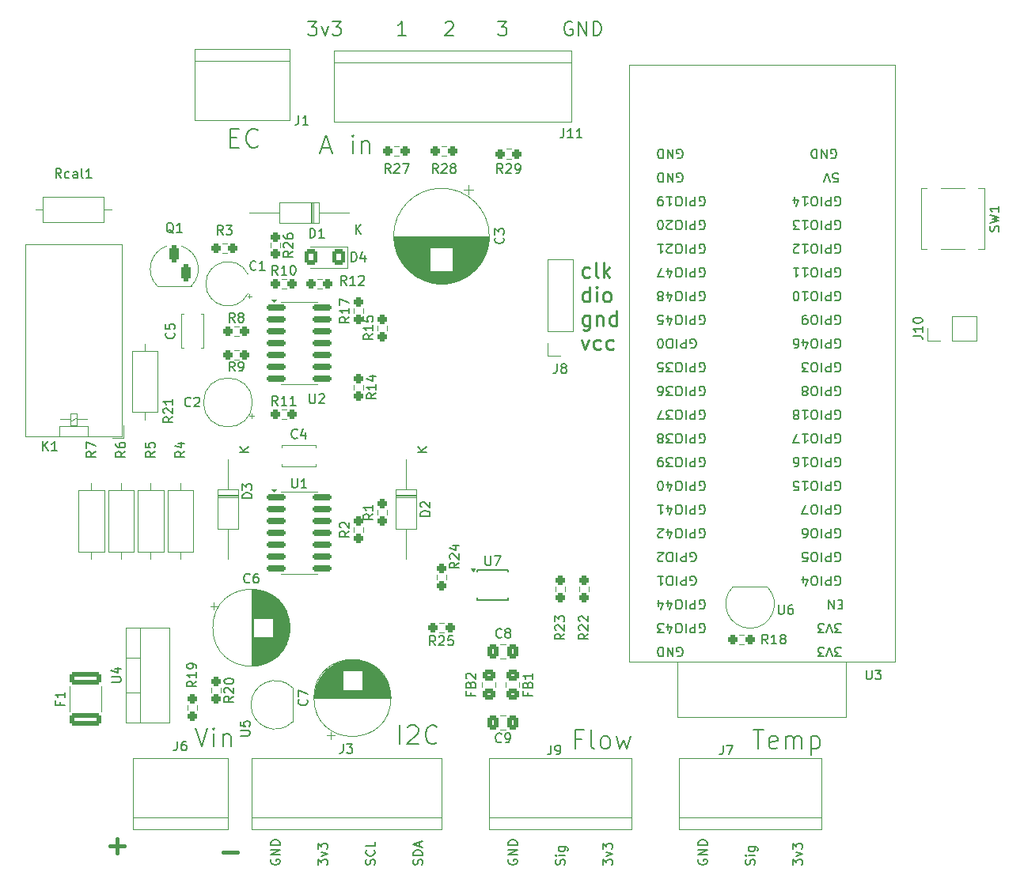
<source format=gto>
G04 #@! TF.GenerationSoftware,KiCad,Pcbnew,8.0.3*
G04 #@! TF.CreationDate,2024-08-20T11:31:22+02:00*
G04 #@! TF.ProjectId,hydrocontroller_schematic,68796472-6f63-46f6-9e74-726f6c6c6572,rev?*
G04 #@! TF.SameCoordinates,Original*
G04 #@! TF.FileFunction,Legend,Top*
G04 #@! TF.FilePolarity,Positive*
%FSLAX46Y46*%
G04 Gerber Fmt 4.6, Leading zero omitted, Abs format (unit mm)*
G04 Created by KiCad (PCBNEW 8.0.3) date 2024-08-20 11:31:22*
%MOMM*%
%LPD*%
G01*
G04 APERTURE LIST*
G04 Aperture macros list*
%AMRoundRect*
0 Rectangle with rounded corners*
0 $1 Rounding radius*
0 $2 $3 $4 $5 $6 $7 $8 $9 X,Y pos of 4 corners*
0 Add a 4 corners polygon primitive as box body*
4,1,4,$2,$3,$4,$5,$6,$7,$8,$9,$2,$3,0*
0 Add four circle primitives for the rounded corners*
1,1,$1+$1,$2,$3*
1,1,$1+$1,$4,$5*
1,1,$1+$1,$6,$7*
1,1,$1+$1,$8,$9*
0 Add four rect primitives between the rounded corners*
20,1,$1+$1,$2,$3,$4,$5,0*
20,1,$1+$1,$4,$5,$6,$7,0*
20,1,$1+$1,$6,$7,$8,$9,0*
20,1,$1+$1,$8,$9,$2,$3,0*%
G04 Aperture macros list end*
%ADD10C,0.200000*%
%ADD11C,0.250000*%
%ADD12C,0.150000*%
%ADD13C,0.400000*%
%ADD14C,0.120000*%
%ADD15RoundRect,0.250001X0.462499X0.624999X-0.462499X0.624999X-0.462499X-0.624999X0.462499X-0.624999X0*%
%ADD16RoundRect,0.237500X-0.250000X-0.237500X0.250000X-0.237500X0.250000X0.237500X-0.250000X0.237500X0*%
%ADD17RoundRect,0.237500X-0.237500X0.250000X-0.237500X-0.250000X0.237500X-0.250000X0.237500X0.250000X0*%
%ADD18R,1.100000X0.250000*%
%ADD19C,1.600000*%
%ADD20RoundRect,0.237500X0.237500X-0.250000X0.237500X0.250000X-0.237500X0.250000X-0.237500X-0.250000X0*%
%ADD21R,1.700000X1.700000*%
%ADD22O,1.700000X1.700000*%
%ADD23R,1.400000X1.400000*%
%ADD24C,1.400000*%
%ADD25O,1.600000X1.600000*%
%ADD26RoundRect,0.237500X0.250000X0.237500X-0.250000X0.237500X-0.250000X-0.237500X0.250000X-0.237500X0*%
%ADD27R,3.000000X3.000000*%
%ADD28C,3.000000*%
%ADD29R,1.600000X1.600000*%
%ADD30R,1.000000X2.750000*%
%ADD31C,3.200000*%
%ADD32RoundRect,0.150000X-0.825000X-0.150000X0.825000X-0.150000X0.825000X0.150000X-0.825000X0.150000X0*%
%ADD33R,2.000000X2.000000*%
%ADD34C,2.000000*%
%ADD35RoundRect,0.250000X0.337500X0.475000X-0.337500X0.475000X-0.337500X-0.475000X0.337500X-0.475000X0*%
%ADD36R,2.000000X1.905000*%
%ADD37O,2.000000X1.905000*%
%ADD38R,1.100000X1.800000*%
%ADD39RoundRect,0.275000X-0.275000X-0.625000X0.275000X-0.625000X0.275000X0.625000X-0.275000X0.625000X0*%
%ADD40RoundRect,0.250000X-0.450000X0.325000X-0.450000X-0.325000X0.450000X-0.325000X0.450000X0.325000X0*%
%ADD41RoundRect,0.250000X1.450000X-0.400000X1.450000X0.400000X-1.450000X0.400000X-1.450000X-0.400000X0*%
%ADD42R,1.500000X1.050000*%
%ADD43O,1.500000X1.050000*%
%ADD44R,2.000000X1.200000*%
%ADD45O,2.000000X1.200000*%
%ADD46R,1.050000X1.500000*%
%ADD47O,1.050000X1.500000*%
G04 APERTURE END LIST*
D10*
X118749435Y-32032457D02*
X118606578Y-31961028D01*
X118606578Y-31961028D02*
X118392292Y-31961028D01*
X118392292Y-31961028D02*
X118178006Y-32032457D01*
X118178006Y-32032457D02*
X118035149Y-32175314D01*
X118035149Y-32175314D02*
X117963720Y-32318171D01*
X117963720Y-32318171D02*
X117892292Y-32603885D01*
X117892292Y-32603885D02*
X117892292Y-32818171D01*
X117892292Y-32818171D02*
X117963720Y-33103885D01*
X117963720Y-33103885D02*
X118035149Y-33246742D01*
X118035149Y-33246742D02*
X118178006Y-33389600D01*
X118178006Y-33389600D02*
X118392292Y-33461028D01*
X118392292Y-33461028D02*
X118535149Y-33461028D01*
X118535149Y-33461028D02*
X118749435Y-33389600D01*
X118749435Y-33389600D02*
X118820863Y-33318171D01*
X118820863Y-33318171D02*
X118820863Y-32818171D01*
X118820863Y-32818171D02*
X118535149Y-32818171D01*
X119463720Y-33461028D02*
X119463720Y-31961028D01*
X119463720Y-31961028D02*
X120320863Y-33461028D01*
X120320863Y-33461028D02*
X120320863Y-31961028D01*
X121035149Y-33461028D02*
X121035149Y-31961028D01*
X121035149Y-31961028D02*
X121392292Y-31961028D01*
X121392292Y-31961028D02*
X121606578Y-32032457D01*
X121606578Y-32032457D02*
X121749435Y-32175314D01*
X121749435Y-32175314D02*
X121820864Y-32318171D01*
X121820864Y-32318171D02*
X121892292Y-32603885D01*
X121892292Y-32603885D02*
X121892292Y-32818171D01*
X121892292Y-32818171D02*
X121820864Y-33103885D01*
X121820864Y-33103885D02*
X121749435Y-33246742D01*
X121749435Y-33246742D02*
X121606578Y-33389600D01*
X121606578Y-33389600D02*
X121392292Y-33461028D01*
X121392292Y-33461028D02*
X121035149Y-33461028D01*
D11*
X120611139Y-59297270D02*
X120458758Y-59373460D01*
X120458758Y-59373460D02*
X120153996Y-59373460D01*
X120153996Y-59373460D02*
X120001615Y-59297270D01*
X120001615Y-59297270D02*
X119925425Y-59221079D01*
X119925425Y-59221079D02*
X119849234Y-59068698D01*
X119849234Y-59068698D02*
X119849234Y-58611555D01*
X119849234Y-58611555D02*
X119925425Y-58459174D01*
X119925425Y-58459174D02*
X120001615Y-58382984D01*
X120001615Y-58382984D02*
X120153996Y-58306793D01*
X120153996Y-58306793D02*
X120458758Y-58306793D01*
X120458758Y-58306793D02*
X120611139Y-58382984D01*
X121525425Y-59373460D02*
X121373044Y-59297270D01*
X121373044Y-59297270D02*
X121296854Y-59144889D01*
X121296854Y-59144889D02*
X121296854Y-57773460D01*
X122134949Y-59373460D02*
X122134949Y-57773460D01*
X122287330Y-58763936D02*
X122744473Y-59373460D01*
X122744473Y-58306793D02*
X122134949Y-58916317D01*
X120611139Y-61949370D02*
X120611139Y-60349370D01*
X120611139Y-61873180D02*
X120458758Y-61949370D01*
X120458758Y-61949370D02*
X120153996Y-61949370D01*
X120153996Y-61949370D02*
X120001615Y-61873180D01*
X120001615Y-61873180D02*
X119925425Y-61796989D01*
X119925425Y-61796989D02*
X119849234Y-61644608D01*
X119849234Y-61644608D02*
X119849234Y-61187465D01*
X119849234Y-61187465D02*
X119925425Y-61035084D01*
X119925425Y-61035084D02*
X120001615Y-60958894D01*
X120001615Y-60958894D02*
X120153996Y-60882703D01*
X120153996Y-60882703D02*
X120458758Y-60882703D01*
X120458758Y-60882703D02*
X120611139Y-60958894D01*
X121373044Y-61949370D02*
X121373044Y-60882703D01*
X121373044Y-60349370D02*
X121296853Y-60425560D01*
X121296853Y-60425560D02*
X121373044Y-60501751D01*
X121373044Y-60501751D02*
X121449234Y-60425560D01*
X121449234Y-60425560D02*
X121373044Y-60349370D01*
X121373044Y-60349370D02*
X121373044Y-60501751D01*
X122363520Y-61949370D02*
X122211139Y-61873180D01*
X122211139Y-61873180D02*
X122134949Y-61796989D01*
X122134949Y-61796989D02*
X122058758Y-61644608D01*
X122058758Y-61644608D02*
X122058758Y-61187465D01*
X122058758Y-61187465D02*
X122134949Y-61035084D01*
X122134949Y-61035084D02*
X122211139Y-60958894D01*
X122211139Y-60958894D02*
X122363520Y-60882703D01*
X122363520Y-60882703D02*
X122592092Y-60882703D01*
X122592092Y-60882703D02*
X122744473Y-60958894D01*
X122744473Y-60958894D02*
X122820663Y-61035084D01*
X122820663Y-61035084D02*
X122896854Y-61187465D01*
X122896854Y-61187465D02*
X122896854Y-61644608D01*
X122896854Y-61644608D02*
X122820663Y-61796989D01*
X122820663Y-61796989D02*
X122744473Y-61873180D01*
X122744473Y-61873180D02*
X122592092Y-61949370D01*
X122592092Y-61949370D02*
X122363520Y-61949370D01*
X120611139Y-63458613D02*
X120611139Y-64753851D01*
X120611139Y-64753851D02*
X120534949Y-64906232D01*
X120534949Y-64906232D02*
X120458758Y-64982423D01*
X120458758Y-64982423D02*
X120306377Y-65058613D01*
X120306377Y-65058613D02*
X120077806Y-65058613D01*
X120077806Y-65058613D02*
X119925425Y-64982423D01*
X120611139Y-64449090D02*
X120458758Y-64525280D01*
X120458758Y-64525280D02*
X120153996Y-64525280D01*
X120153996Y-64525280D02*
X120001615Y-64449090D01*
X120001615Y-64449090D02*
X119925425Y-64372899D01*
X119925425Y-64372899D02*
X119849234Y-64220518D01*
X119849234Y-64220518D02*
X119849234Y-63763375D01*
X119849234Y-63763375D02*
X119925425Y-63610994D01*
X119925425Y-63610994D02*
X120001615Y-63534804D01*
X120001615Y-63534804D02*
X120153996Y-63458613D01*
X120153996Y-63458613D02*
X120458758Y-63458613D01*
X120458758Y-63458613D02*
X120611139Y-63534804D01*
X121373044Y-63458613D02*
X121373044Y-64525280D01*
X121373044Y-63610994D02*
X121449234Y-63534804D01*
X121449234Y-63534804D02*
X121601615Y-63458613D01*
X121601615Y-63458613D02*
X121830187Y-63458613D01*
X121830187Y-63458613D02*
X121982568Y-63534804D01*
X121982568Y-63534804D02*
X122058758Y-63687185D01*
X122058758Y-63687185D02*
X122058758Y-64525280D01*
X123506377Y-64525280D02*
X123506377Y-62925280D01*
X123506377Y-64449090D02*
X123353996Y-64525280D01*
X123353996Y-64525280D02*
X123049234Y-64525280D01*
X123049234Y-64525280D02*
X122896853Y-64449090D01*
X122896853Y-64449090D02*
X122820663Y-64372899D01*
X122820663Y-64372899D02*
X122744472Y-64220518D01*
X122744472Y-64220518D02*
X122744472Y-63763375D01*
X122744472Y-63763375D02*
X122820663Y-63610994D01*
X122820663Y-63610994D02*
X122896853Y-63534804D01*
X122896853Y-63534804D02*
X123049234Y-63458613D01*
X123049234Y-63458613D02*
X123353996Y-63458613D01*
X123353996Y-63458613D02*
X123506377Y-63534804D01*
X119773044Y-66034523D02*
X120153996Y-67101190D01*
X120153996Y-67101190D02*
X120534949Y-66034523D01*
X121830187Y-67025000D02*
X121677806Y-67101190D01*
X121677806Y-67101190D02*
X121373044Y-67101190D01*
X121373044Y-67101190D02*
X121220663Y-67025000D01*
X121220663Y-67025000D02*
X121144473Y-66948809D01*
X121144473Y-66948809D02*
X121068282Y-66796428D01*
X121068282Y-66796428D02*
X121068282Y-66339285D01*
X121068282Y-66339285D02*
X121144473Y-66186904D01*
X121144473Y-66186904D02*
X121220663Y-66110714D01*
X121220663Y-66110714D02*
X121373044Y-66034523D01*
X121373044Y-66034523D02*
X121677806Y-66034523D01*
X121677806Y-66034523D02*
X121830187Y-66110714D01*
X123201616Y-67025000D02*
X123049235Y-67101190D01*
X123049235Y-67101190D02*
X122744473Y-67101190D01*
X122744473Y-67101190D02*
X122592092Y-67025000D01*
X122592092Y-67025000D02*
X122515902Y-66948809D01*
X122515902Y-66948809D02*
X122439711Y-66796428D01*
X122439711Y-66796428D02*
X122439711Y-66339285D01*
X122439711Y-66339285D02*
X122515902Y-66186904D01*
X122515902Y-66186904D02*
X122592092Y-66110714D01*
X122592092Y-66110714D02*
X122744473Y-66034523D01*
X122744473Y-66034523D02*
X123049235Y-66034523D01*
X123049235Y-66034523D02*
X123201616Y-66110714D01*
D10*
X105192292Y-32103885D02*
X105263720Y-32032457D01*
X105263720Y-32032457D02*
X105406578Y-31961028D01*
X105406578Y-31961028D02*
X105763720Y-31961028D01*
X105763720Y-31961028D02*
X105906578Y-32032457D01*
X105906578Y-32032457D02*
X105978006Y-32103885D01*
X105978006Y-32103885D02*
X106049435Y-32246742D01*
X106049435Y-32246742D02*
X106049435Y-32389600D01*
X106049435Y-32389600D02*
X105978006Y-32603885D01*
X105978006Y-32603885D02*
X105120863Y-33461028D01*
X105120863Y-33461028D02*
X106049435Y-33461028D01*
X78427054Y-107599838D02*
X79093720Y-109599838D01*
X79093720Y-109599838D02*
X79760387Y-107599838D01*
X80427054Y-109599838D02*
X80427054Y-108266504D01*
X80427054Y-107599838D02*
X80331816Y-107695076D01*
X80331816Y-107695076D02*
X80427054Y-107790314D01*
X80427054Y-107790314D02*
X80522292Y-107695076D01*
X80522292Y-107695076D02*
X80427054Y-107599838D01*
X80427054Y-107599838D02*
X80427054Y-107790314D01*
X81379435Y-108266504D02*
X81379435Y-109599838D01*
X81379435Y-108456980D02*
X81474673Y-108361742D01*
X81474673Y-108361742D02*
X81665149Y-108266504D01*
X81665149Y-108266504D02*
X81950864Y-108266504D01*
X81950864Y-108266504D02*
X82141340Y-108361742D01*
X82141340Y-108361742D02*
X82236578Y-108552219D01*
X82236578Y-108552219D02*
X82236578Y-109599838D01*
X119765435Y-108788893D02*
X119098768Y-108788893D01*
X119098768Y-109836512D02*
X119098768Y-107836512D01*
X119098768Y-107836512D02*
X120051149Y-107836512D01*
X121098768Y-109836512D02*
X120908292Y-109741274D01*
X120908292Y-109741274D02*
X120813054Y-109550797D01*
X120813054Y-109550797D02*
X120813054Y-107836512D01*
X122146387Y-109836512D02*
X121955911Y-109741274D01*
X121955911Y-109741274D02*
X121860673Y-109646035D01*
X121860673Y-109646035D02*
X121765435Y-109455559D01*
X121765435Y-109455559D02*
X121765435Y-108884131D01*
X121765435Y-108884131D02*
X121860673Y-108693654D01*
X121860673Y-108693654D02*
X121955911Y-108598416D01*
X121955911Y-108598416D02*
X122146387Y-108503178D01*
X122146387Y-108503178D02*
X122432102Y-108503178D01*
X122432102Y-108503178D02*
X122622578Y-108598416D01*
X122622578Y-108598416D02*
X122717816Y-108693654D01*
X122717816Y-108693654D02*
X122813054Y-108884131D01*
X122813054Y-108884131D02*
X122813054Y-109455559D01*
X122813054Y-109455559D02*
X122717816Y-109646035D01*
X122717816Y-109646035D02*
X122622578Y-109741274D01*
X122622578Y-109741274D02*
X122432102Y-109836512D01*
X122432102Y-109836512D02*
X122146387Y-109836512D01*
X123479721Y-108503178D02*
X123860673Y-109836512D01*
X123860673Y-109836512D02*
X124241626Y-108884131D01*
X124241626Y-108884131D02*
X124622578Y-109836512D01*
X124622578Y-109836512D02*
X125003530Y-108503178D01*
X138117054Y-107836512D02*
X139259911Y-107836512D01*
X138688482Y-109836512D02*
X138688482Y-107836512D01*
X140688483Y-109741274D02*
X140498007Y-109836512D01*
X140498007Y-109836512D02*
X140117054Y-109836512D01*
X140117054Y-109836512D02*
X139926578Y-109741274D01*
X139926578Y-109741274D02*
X139831340Y-109550797D01*
X139831340Y-109550797D02*
X139831340Y-108788893D01*
X139831340Y-108788893D02*
X139926578Y-108598416D01*
X139926578Y-108598416D02*
X140117054Y-108503178D01*
X140117054Y-108503178D02*
X140498007Y-108503178D01*
X140498007Y-108503178D02*
X140688483Y-108598416D01*
X140688483Y-108598416D02*
X140783721Y-108788893D01*
X140783721Y-108788893D02*
X140783721Y-108979369D01*
X140783721Y-108979369D02*
X139831340Y-109169845D01*
X141640864Y-109836512D02*
X141640864Y-108503178D01*
X141640864Y-108693654D02*
X141736102Y-108598416D01*
X141736102Y-108598416D02*
X141926578Y-108503178D01*
X141926578Y-108503178D02*
X142212293Y-108503178D01*
X142212293Y-108503178D02*
X142402769Y-108598416D01*
X142402769Y-108598416D02*
X142498007Y-108788893D01*
X142498007Y-108788893D02*
X142498007Y-109836512D01*
X142498007Y-108788893D02*
X142593245Y-108598416D01*
X142593245Y-108598416D02*
X142783721Y-108503178D01*
X142783721Y-108503178D02*
X143069435Y-108503178D01*
X143069435Y-108503178D02*
X143259912Y-108598416D01*
X143259912Y-108598416D02*
X143355150Y-108788893D01*
X143355150Y-108788893D02*
X143355150Y-109836512D01*
X144307531Y-108503178D02*
X144307531Y-110503178D01*
X144307531Y-108598416D02*
X144498007Y-108503178D01*
X144498007Y-108503178D02*
X144878960Y-108503178D01*
X144878960Y-108503178D02*
X145069436Y-108598416D01*
X145069436Y-108598416D02*
X145164674Y-108693654D01*
X145164674Y-108693654D02*
X145259912Y-108884131D01*
X145259912Y-108884131D02*
X145259912Y-109455559D01*
X145259912Y-109455559D02*
X145164674Y-109646035D01*
X145164674Y-109646035D02*
X145069436Y-109741274D01*
X145069436Y-109741274D02*
X144878960Y-109836512D01*
X144878960Y-109836512D02*
X144498007Y-109836512D01*
X144498007Y-109836512D02*
X144307531Y-109741274D01*
X100969435Y-33461028D02*
X100112292Y-33461028D01*
X100540863Y-33461028D02*
X100540863Y-31961028D01*
X100540863Y-31961028D02*
X100398006Y-32175314D01*
X100398006Y-32175314D02*
X100255149Y-32318171D01*
X100255149Y-32318171D02*
X100112292Y-32389600D01*
D12*
X142379819Y-122313458D02*
X142379819Y-121694411D01*
X142379819Y-121694411D02*
X142760771Y-122027744D01*
X142760771Y-122027744D02*
X142760771Y-121884887D01*
X142760771Y-121884887D02*
X142808390Y-121789649D01*
X142808390Y-121789649D02*
X142856009Y-121742030D01*
X142856009Y-121742030D02*
X142951247Y-121694411D01*
X142951247Y-121694411D02*
X143189342Y-121694411D01*
X143189342Y-121694411D02*
X143284580Y-121742030D01*
X143284580Y-121742030D02*
X143332200Y-121789649D01*
X143332200Y-121789649D02*
X143379819Y-121884887D01*
X143379819Y-121884887D02*
X143379819Y-122170601D01*
X143379819Y-122170601D02*
X143332200Y-122265839D01*
X143332200Y-122265839D02*
X143284580Y-122313458D01*
X142713152Y-121361077D02*
X143379819Y-121122982D01*
X143379819Y-121122982D02*
X142713152Y-120884887D01*
X142379819Y-120599172D02*
X142379819Y-119980125D01*
X142379819Y-119980125D02*
X142760771Y-120313458D01*
X142760771Y-120313458D02*
X142760771Y-120170601D01*
X142760771Y-120170601D02*
X142808390Y-120075363D01*
X142808390Y-120075363D02*
X142856009Y-120027744D01*
X142856009Y-120027744D02*
X142951247Y-119980125D01*
X142951247Y-119980125D02*
X143189342Y-119980125D01*
X143189342Y-119980125D02*
X143284580Y-120027744D01*
X143284580Y-120027744D02*
X143332200Y-120075363D01*
X143332200Y-120075363D02*
X143379819Y-120170601D01*
X143379819Y-120170601D02*
X143379819Y-120456315D01*
X143379819Y-120456315D02*
X143332200Y-120551553D01*
X143332200Y-120551553D02*
X143284580Y-120599172D01*
D10*
X91952530Y-45528409D02*
X92904911Y-45528409D01*
X91762054Y-46099838D02*
X92428720Y-44099838D01*
X92428720Y-44099838D02*
X93095387Y-46099838D01*
X95285864Y-46099838D02*
X95285864Y-44766504D01*
X95285864Y-44099838D02*
X95190626Y-44195076D01*
X95190626Y-44195076D02*
X95285864Y-44290314D01*
X95285864Y-44290314D02*
X95381102Y-44195076D01*
X95381102Y-44195076D02*
X95285864Y-44099838D01*
X95285864Y-44099838D02*
X95285864Y-44290314D01*
X96238245Y-44766504D02*
X96238245Y-46099838D01*
X96238245Y-44956980D02*
X96333483Y-44861742D01*
X96333483Y-44861742D02*
X96523959Y-44766504D01*
X96523959Y-44766504D02*
X96809674Y-44766504D01*
X96809674Y-44766504D02*
X97000150Y-44861742D01*
X97000150Y-44861742D02*
X97095388Y-45052219D01*
X97095388Y-45052219D02*
X97095388Y-46099838D01*
D12*
X91579819Y-122313458D02*
X91579819Y-121694411D01*
X91579819Y-121694411D02*
X91960771Y-122027744D01*
X91960771Y-122027744D02*
X91960771Y-121884887D01*
X91960771Y-121884887D02*
X92008390Y-121789649D01*
X92008390Y-121789649D02*
X92056009Y-121742030D01*
X92056009Y-121742030D02*
X92151247Y-121694411D01*
X92151247Y-121694411D02*
X92389342Y-121694411D01*
X92389342Y-121694411D02*
X92484580Y-121742030D01*
X92484580Y-121742030D02*
X92532200Y-121789649D01*
X92532200Y-121789649D02*
X92579819Y-121884887D01*
X92579819Y-121884887D02*
X92579819Y-122170601D01*
X92579819Y-122170601D02*
X92532200Y-122265839D01*
X92532200Y-122265839D02*
X92484580Y-122313458D01*
X91913152Y-121361077D02*
X92579819Y-121122982D01*
X92579819Y-121122982D02*
X91913152Y-120884887D01*
X91579819Y-120599172D02*
X91579819Y-119980125D01*
X91579819Y-119980125D02*
X91960771Y-120313458D01*
X91960771Y-120313458D02*
X91960771Y-120170601D01*
X91960771Y-120170601D02*
X92008390Y-120075363D01*
X92008390Y-120075363D02*
X92056009Y-120027744D01*
X92056009Y-120027744D02*
X92151247Y-119980125D01*
X92151247Y-119980125D02*
X92389342Y-119980125D01*
X92389342Y-119980125D02*
X92484580Y-120027744D01*
X92484580Y-120027744D02*
X92532200Y-120075363D01*
X92532200Y-120075363D02*
X92579819Y-120170601D01*
X92579819Y-120170601D02*
X92579819Y-120456315D01*
X92579819Y-120456315D02*
X92532200Y-120551553D01*
X92532200Y-120551553D02*
X92484580Y-120599172D01*
D10*
X100302768Y-109328512D02*
X100302768Y-107328512D01*
X101159911Y-107518988D02*
X101255149Y-107423750D01*
X101255149Y-107423750D02*
X101445625Y-107328512D01*
X101445625Y-107328512D02*
X101921816Y-107328512D01*
X101921816Y-107328512D02*
X102112292Y-107423750D01*
X102112292Y-107423750D02*
X102207530Y-107518988D01*
X102207530Y-107518988D02*
X102302768Y-107709464D01*
X102302768Y-107709464D02*
X102302768Y-107899940D01*
X102302768Y-107899940D02*
X102207530Y-108185654D01*
X102207530Y-108185654D02*
X101064673Y-109328512D01*
X101064673Y-109328512D02*
X102302768Y-109328512D01*
X104302768Y-109138035D02*
X104207530Y-109233274D01*
X104207530Y-109233274D02*
X103921816Y-109328512D01*
X103921816Y-109328512D02*
X103731340Y-109328512D01*
X103731340Y-109328512D02*
X103445625Y-109233274D01*
X103445625Y-109233274D02*
X103255149Y-109042797D01*
X103255149Y-109042797D02*
X103159911Y-108852321D01*
X103159911Y-108852321D02*
X103064673Y-108471369D01*
X103064673Y-108471369D02*
X103064673Y-108185654D01*
X103064673Y-108185654D02*
X103159911Y-107804702D01*
X103159911Y-107804702D02*
X103255149Y-107614226D01*
X103255149Y-107614226D02*
X103445625Y-107423750D01*
X103445625Y-107423750D02*
X103731340Y-107328512D01*
X103731340Y-107328512D02*
X103921816Y-107328512D01*
X103921816Y-107328512D02*
X104207530Y-107423750D01*
X104207530Y-107423750D02*
X104302768Y-107518988D01*
X110835863Y-31961028D02*
X111764435Y-31961028D01*
X111764435Y-31961028D02*
X111264435Y-32532457D01*
X111264435Y-32532457D02*
X111478720Y-32532457D01*
X111478720Y-32532457D02*
X111621578Y-32603885D01*
X111621578Y-32603885D02*
X111693006Y-32675314D01*
X111693006Y-32675314D02*
X111764435Y-32818171D01*
X111764435Y-32818171D02*
X111764435Y-33175314D01*
X111764435Y-33175314D02*
X111693006Y-33318171D01*
X111693006Y-33318171D02*
X111621578Y-33389600D01*
X111621578Y-33389600D02*
X111478720Y-33461028D01*
X111478720Y-33461028D02*
X111050149Y-33461028D01*
X111050149Y-33461028D02*
X110907292Y-33389600D01*
X110907292Y-33389600D02*
X110835863Y-33318171D01*
D12*
X132267438Y-121694411D02*
X132219819Y-121789649D01*
X132219819Y-121789649D02*
X132219819Y-121932506D01*
X132219819Y-121932506D02*
X132267438Y-122075363D01*
X132267438Y-122075363D02*
X132362676Y-122170601D01*
X132362676Y-122170601D02*
X132457914Y-122218220D01*
X132457914Y-122218220D02*
X132648390Y-122265839D01*
X132648390Y-122265839D02*
X132791247Y-122265839D01*
X132791247Y-122265839D02*
X132981723Y-122218220D01*
X132981723Y-122218220D02*
X133076961Y-122170601D01*
X133076961Y-122170601D02*
X133172200Y-122075363D01*
X133172200Y-122075363D02*
X133219819Y-121932506D01*
X133219819Y-121932506D02*
X133219819Y-121837268D01*
X133219819Y-121837268D02*
X133172200Y-121694411D01*
X133172200Y-121694411D02*
X133124580Y-121646792D01*
X133124580Y-121646792D02*
X132791247Y-121646792D01*
X132791247Y-121646792D02*
X132791247Y-121837268D01*
X133219819Y-121218220D02*
X132219819Y-121218220D01*
X132219819Y-121218220D02*
X133219819Y-120646792D01*
X133219819Y-120646792D02*
X132219819Y-120646792D01*
X133219819Y-120170601D02*
X132219819Y-120170601D01*
X132219819Y-120170601D02*
X132219819Y-119932506D01*
X132219819Y-119932506D02*
X132267438Y-119789649D01*
X132267438Y-119789649D02*
X132362676Y-119694411D01*
X132362676Y-119694411D02*
X132457914Y-119646792D01*
X132457914Y-119646792D02*
X132648390Y-119599173D01*
X132648390Y-119599173D02*
X132791247Y-119599173D01*
X132791247Y-119599173D02*
X132981723Y-119646792D01*
X132981723Y-119646792D02*
X133076961Y-119694411D01*
X133076961Y-119694411D02*
X133172200Y-119789649D01*
X133172200Y-119789649D02*
X133219819Y-119932506D01*
X133219819Y-119932506D02*
X133219819Y-120170601D01*
X111947438Y-121694411D02*
X111899819Y-121789649D01*
X111899819Y-121789649D02*
X111899819Y-121932506D01*
X111899819Y-121932506D02*
X111947438Y-122075363D01*
X111947438Y-122075363D02*
X112042676Y-122170601D01*
X112042676Y-122170601D02*
X112137914Y-122218220D01*
X112137914Y-122218220D02*
X112328390Y-122265839D01*
X112328390Y-122265839D02*
X112471247Y-122265839D01*
X112471247Y-122265839D02*
X112661723Y-122218220D01*
X112661723Y-122218220D02*
X112756961Y-122170601D01*
X112756961Y-122170601D02*
X112852200Y-122075363D01*
X112852200Y-122075363D02*
X112899819Y-121932506D01*
X112899819Y-121932506D02*
X112899819Y-121837268D01*
X112899819Y-121837268D02*
X112852200Y-121694411D01*
X112852200Y-121694411D02*
X112804580Y-121646792D01*
X112804580Y-121646792D02*
X112471247Y-121646792D01*
X112471247Y-121646792D02*
X112471247Y-121837268D01*
X112899819Y-121218220D02*
X111899819Y-121218220D01*
X111899819Y-121218220D02*
X112899819Y-120646792D01*
X112899819Y-120646792D02*
X111899819Y-120646792D01*
X112899819Y-120170601D02*
X111899819Y-120170601D01*
X111899819Y-120170601D02*
X111899819Y-119932506D01*
X111899819Y-119932506D02*
X111947438Y-119789649D01*
X111947438Y-119789649D02*
X112042676Y-119694411D01*
X112042676Y-119694411D02*
X112137914Y-119646792D01*
X112137914Y-119646792D02*
X112328390Y-119599173D01*
X112328390Y-119599173D02*
X112471247Y-119599173D01*
X112471247Y-119599173D02*
X112661723Y-119646792D01*
X112661723Y-119646792D02*
X112756961Y-119694411D01*
X112756961Y-119694411D02*
X112852200Y-119789649D01*
X112852200Y-119789649D02*
X112899819Y-119932506D01*
X112899819Y-119932506D02*
X112899819Y-120170601D01*
D10*
X90515863Y-31961028D02*
X91444435Y-31961028D01*
X91444435Y-31961028D02*
X90944435Y-32532457D01*
X90944435Y-32532457D02*
X91158720Y-32532457D01*
X91158720Y-32532457D02*
X91301578Y-32603885D01*
X91301578Y-32603885D02*
X91373006Y-32675314D01*
X91373006Y-32675314D02*
X91444435Y-32818171D01*
X91444435Y-32818171D02*
X91444435Y-33175314D01*
X91444435Y-33175314D02*
X91373006Y-33318171D01*
X91373006Y-33318171D02*
X91301578Y-33389600D01*
X91301578Y-33389600D02*
X91158720Y-33461028D01*
X91158720Y-33461028D02*
X90730149Y-33461028D01*
X90730149Y-33461028D02*
X90587292Y-33389600D01*
X90587292Y-33389600D02*
X90515863Y-33318171D01*
X91944434Y-32461028D02*
X92301577Y-33461028D01*
X92301577Y-33461028D02*
X92658720Y-32461028D01*
X93087291Y-31961028D02*
X94015863Y-31961028D01*
X94015863Y-31961028D02*
X93515863Y-32532457D01*
X93515863Y-32532457D02*
X93730148Y-32532457D01*
X93730148Y-32532457D02*
X93873006Y-32603885D01*
X93873006Y-32603885D02*
X93944434Y-32675314D01*
X93944434Y-32675314D02*
X94015863Y-32818171D01*
X94015863Y-32818171D02*
X94015863Y-33175314D01*
X94015863Y-33175314D02*
X93944434Y-33318171D01*
X93944434Y-33318171D02*
X93873006Y-33389600D01*
X93873006Y-33389600D02*
X93730148Y-33461028D01*
X93730148Y-33461028D02*
X93301577Y-33461028D01*
X93301577Y-33461028D02*
X93158720Y-33389600D01*
X93158720Y-33389600D02*
X93087291Y-33318171D01*
D12*
X102692200Y-122265839D02*
X102739819Y-122122982D01*
X102739819Y-122122982D02*
X102739819Y-121884887D01*
X102739819Y-121884887D02*
X102692200Y-121789649D01*
X102692200Y-121789649D02*
X102644580Y-121742030D01*
X102644580Y-121742030D02*
X102549342Y-121694411D01*
X102549342Y-121694411D02*
X102454104Y-121694411D01*
X102454104Y-121694411D02*
X102358866Y-121742030D01*
X102358866Y-121742030D02*
X102311247Y-121789649D01*
X102311247Y-121789649D02*
X102263628Y-121884887D01*
X102263628Y-121884887D02*
X102216009Y-122075363D01*
X102216009Y-122075363D02*
X102168390Y-122170601D01*
X102168390Y-122170601D02*
X102120771Y-122218220D01*
X102120771Y-122218220D02*
X102025533Y-122265839D01*
X102025533Y-122265839D02*
X101930295Y-122265839D01*
X101930295Y-122265839D02*
X101835057Y-122218220D01*
X101835057Y-122218220D02*
X101787438Y-122170601D01*
X101787438Y-122170601D02*
X101739819Y-122075363D01*
X101739819Y-122075363D02*
X101739819Y-121837268D01*
X101739819Y-121837268D02*
X101787438Y-121694411D01*
X102739819Y-121265839D02*
X101739819Y-121265839D01*
X101739819Y-121265839D02*
X101739819Y-121027744D01*
X101739819Y-121027744D02*
X101787438Y-120884887D01*
X101787438Y-120884887D02*
X101882676Y-120789649D01*
X101882676Y-120789649D02*
X101977914Y-120742030D01*
X101977914Y-120742030D02*
X102168390Y-120694411D01*
X102168390Y-120694411D02*
X102311247Y-120694411D01*
X102311247Y-120694411D02*
X102501723Y-120742030D01*
X102501723Y-120742030D02*
X102596961Y-120789649D01*
X102596961Y-120789649D02*
X102692200Y-120884887D01*
X102692200Y-120884887D02*
X102739819Y-121027744D01*
X102739819Y-121027744D02*
X102739819Y-121265839D01*
X102454104Y-120313458D02*
X102454104Y-119837268D01*
X102739819Y-120408696D02*
X101739819Y-120075363D01*
X101739819Y-120075363D02*
X102739819Y-119742030D01*
D13*
X69319347Y-120257533D02*
X70843157Y-120257533D01*
X70081252Y-121019438D02*
X70081252Y-119495628D01*
D12*
X122059819Y-122313458D02*
X122059819Y-121694411D01*
X122059819Y-121694411D02*
X122440771Y-122027744D01*
X122440771Y-122027744D02*
X122440771Y-121884887D01*
X122440771Y-121884887D02*
X122488390Y-121789649D01*
X122488390Y-121789649D02*
X122536009Y-121742030D01*
X122536009Y-121742030D02*
X122631247Y-121694411D01*
X122631247Y-121694411D02*
X122869342Y-121694411D01*
X122869342Y-121694411D02*
X122964580Y-121742030D01*
X122964580Y-121742030D02*
X123012200Y-121789649D01*
X123012200Y-121789649D02*
X123059819Y-121884887D01*
X123059819Y-121884887D02*
X123059819Y-122170601D01*
X123059819Y-122170601D02*
X123012200Y-122265839D01*
X123012200Y-122265839D02*
X122964580Y-122313458D01*
X122393152Y-121361077D02*
X123059819Y-121122982D01*
X123059819Y-121122982D02*
X122393152Y-120884887D01*
X122059819Y-120599172D02*
X122059819Y-119980125D01*
X122059819Y-119980125D02*
X122440771Y-120313458D01*
X122440771Y-120313458D02*
X122440771Y-120170601D01*
X122440771Y-120170601D02*
X122488390Y-120075363D01*
X122488390Y-120075363D02*
X122536009Y-120027744D01*
X122536009Y-120027744D02*
X122631247Y-119980125D01*
X122631247Y-119980125D02*
X122869342Y-119980125D01*
X122869342Y-119980125D02*
X122964580Y-120027744D01*
X122964580Y-120027744D02*
X123012200Y-120075363D01*
X123012200Y-120075363D02*
X123059819Y-120170601D01*
X123059819Y-120170601D02*
X123059819Y-120456315D01*
X123059819Y-120456315D02*
X123012200Y-120551553D01*
X123012200Y-120551553D02*
X122964580Y-120599172D01*
X117932200Y-122265839D02*
X117979819Y-122122982D01*
X117979819Y-122122982D02*
X117979819Y-121884887D01*
X117979819Y-121884887D02*
X117932200Y-121789649D01*
X117932200Y-121789649D02*
X117884580Y-121742030D01*
X117884580Y-121742030D02*
X117789342Y-121694411D01*
X117789342Y-121694411D02*
X117694104Y-121694411D01*
X117694104Y-121694411D02*
X117598866Y-121742030D01*
X117598866Y-121742030D02*
X117551247Y-121789649D01*
X117551247Y-121789649D02*
X117503628Y-121884887D01*
X117503628Y-121884887D02*
X117456009Y-122075363D01*
X117456009Y-122075363D02*
X117408390Y-122170601D01*
X117408390Y-122170601D02*
X117360771Y-122218220D01*
X117360771Y-122218220D02*
X117265533Y-122265839D01*
X117265533Y-122265839D02*
X117170295Y-122265839D01*
X117170295Y-122265839D02*
X117075057Y-122218220D01*
X117075057Y-122218220D02*
X117027438Y-122170601D01*
X117027438Y-122170601D02*
X116979819Y-122075363D01*
X116979819Y-122075363D02*
X116979819Y-121837268D01*
X116979819Y-121837268D02*
X117027438Y-121694411D01*
X117979819Y-121265839D02*
X117313152Y-121265839D01*
X116979819Y-121265839D02*
X117027438Y-121313458D01*
X117027438Y-121313458D02*
X117075057Y-121265839D01*
X117075057Y-121265839D02*
X117027438Y-121218220D01*
X117027438Y-121218220D02*
X116979819Y-121265839D01*
X116979819Y-121265839D02*
X117075057Y-121265839D01*
X117313152Y-120361078D02*
X118122676Y-120361078D01*
X118122676Y-120361078D02*
X118217914Y-120408697D01*
X118217914Y-120408697D02*
X118265533Y-120456316D01*
X118265533Y-120456316D02*
X118313152Y-120551554D01*
X118313152Y-120551554D02*
X118313152Y-120694411D01*
X118313152Y-120694411D02*
X118265533Y-120789649D01*
X117932200Y-120361078D02*
X117979819Y-120456316D01*
X117979819Y-120456316D02*
X117979819Y-120646792D01*
X117979819Y-120646792D02*
X117932200Y-120742030D01*
X117932200Y-120742030D02*
X117884580Y-120789649D01*
X117884580Y-120789649D02*
X117789342Y-120837268D01*
X117789342Y-120837268D02*
X117503628Y-120837268D01*
X117503628Y-120837268D02*
X117408390Y-120789649D01*
X117408390Y-120789649D02*
X117360771Y-120742030D01*
X117360771Y-120742030D02*
X117313152Y-120646792D01*
X117313152Y-120646792D02*
X117313152Y-120456316D01*
X117313152Y-120456316D02*
X117360771Y-120361078D01*
X97612200Y-122265839D02*
X97659819Y-122122982D01*
X97659819Y-122122982D02*
X97659819Y-121884887D01*
X97659819Y-121884887D02*
X97612200Y-121789649D01*
X97612200Y-121789649D02*
X97564580Y-121742030D01*
X97564580Y-121742030D02*
X97469342Y-121694411D01*
X97469342Y-121694411D02*
X97374104Y-121694411D01*
X97374104Y-121694411D02*
X97278866Y-121742030D01*
X97278866Y-121742030D02*
X97231247Y-121789649D01*
X97231247Y-121789649D02*
X97183628Y-121884887D01*
X97183628Y-121884887D02*
X97136009Y-122075363D01*
X97136009Y-122075363D02*
X97088390Y-122170601D01*
X97088390Y-122170601D02*
X97040771Y-122218220D01*
X97040771Y-122218220D02*
X96945533Y-122265839D01*
X96945533Y-122265839D02*
X96850295Y-122265839D01*
X96850295Y-122265839D02*
X96755057Y-122218220D01*
X96755057Y-122218220D02*
X96707438Y-122170601D01*
X96707438Y-122170601D02*
X96659819Y-122075363D01*
X96659819Y-122075363D02*
X96659819Y-121837268D01*
X96659819Y-121837268D02*
X96707438Y-121694411D01*
X97564580Y-120694411D02*
X97612200Y-120742030D01*
X97612200Y-120742030D02*
X97659819Y-120884887D01*
X97659819Y-120884887D02*
X97659819Y-120980125D01*
X97659819Y-120980125D02*
X97612200Y-121122982D01*
X97612200Y-121122982D02*
X97516961Y-121218220D01*
X97516961Y-121218220D02*
X97421723Y-121265839D01*
X97421723Y-121265839D02*
X97231247Y-121313458D01*
X97231247Y-121313458D02*
X97088390Y-121313458D01*
X97088390Y-121313458D02*
X96897914Y-121265839D01*
X96897914Y-121265839D02*
X96802676Y-121218220D01*
X96802676Y-121218220D02*
X96707438Y-121122982D01*
X96707438Y-121122982D02*
X96659819Y-120980125D01*
X96659819Y-120980125D02*
X96659819Y-120884887D01*
X96659819Y-120884887D02*
X96707438Y-120742030D01*
X96707438Y-120742030D02*
X96755057Y-120694411D01*
X97659819Y-119789649D02*
X97659819Y-120265839D01*
X97659819Y-120265839D02*
X96659819Y-120265839D01*
X138252200Y-122265839D02*
X138299819Y-122122982D01*
X138299819Y-122122982D02*
X138299819Y-121884887D01*
X138299819Y-121884887D02*
X138252200Y-121789649D01*
X138252200Y-121789649D02*
X138204580Y-121742030D01*
X138204580Y-121742030D02*
X138109342Y-121694411D01*
X138109342Y-121694411D02*
X138014104Y-121694411D01*
X138014104Y-121694411D02*
X137918866Y-121742030D01*
X137918866Y-121742030D02*
X137871247Y-121789649D01*
X137871247Y-121789649D02*
X137823628Y-121884887D01*
X137823628Y-121884887D02*
X137776009Y-122075363D01*
X137776009Y-122075363D02*
X137728390Y-122170601D01*
X137728390Y-122170601D02*
X137680771Y-122218220D01*
X137680771Y-122218220D02*
X137585533Y-122265839D01*
X137585533Y-122265839D02*
X137490295Y-122265839D01*
X137490295Y-122265839D02*
X137395057Y-122218220D01*
X137395057Y-122218220D02*
X137347438Y-122170601D01*
X137347438Y-122170601D02*
X137299819Y-122075363D01*
X137299819Y-122075363D02*
X137299819Y-121837268D01*
X137299819Y-121837268D02*
X137347438Y-121694411D01*
X138299819Y-121265839D02*
X137633152Y-121265839D01*
X137299819Y-121265839D02*
X137347438Y-121313458D01*
X137347438Y-121313458D02*
X137395057Y-121265839D01*
X137395057Y-121265839D02*
X137347438Y-121218220D01*
X137347438Y-121218220D02*
X137299819Y-121265839D01*
X137299819Y-121265839D02*
X137395057Y-121265839D01*
X137633152Y-120361078D02*
X138442676Y-120361078D01*
X138442676Y-120361078D02*
X138537914Y-120408697D01*
X138537914Y-120408697D02*
X138585533Y-120456316D01*
X138585533Y-120456316D02*
X138633152Y-120551554D01*
X138633152Y-120551554D02*
X138633152Y-120694411D01*
X138633152Y-120694411D02*
X138585533Y-120789649D01*
X138252200Y-120361078D02*
X138299819Y-120456316D01*
X138299819Y-120456316D02*
X138299819Y-120646792D01*
X138299819Y-120646792D02*
X138252200Y-120742030D01*
X138252200Y-120742030D02*
X138204580Y-120789649D01*
X138204580Y-120789649D02*
X138109342Y-120837268D01*
X138109342Y-120837268D02*
X137823628Y-120837268D01*
X137823628Y-120837268D02*
X137728390Y-120789649D01*
X137728390Y-120789649D02*
X137680771Y-120742030D01*
X137680771Y-120742030D02*
X137633152Y-120646792D01*
X137633152Y-120646792D02*
X137633152Y-120456316D01*
X137633152Y-120456316D02*
X137680771Y-120361078D01*
D13*
X81384347Y-120892533D02*
X82908157Y-120892533D01*
D12*
X86547438Y-121694411D02*
X86499819Y-121789649D01*
X86499819Y-121789649D02*
X86499819Y-121932506D01*
X86499819Y-121932506D02*
X86547438Y-122075363D01*
X86547438Y-122075363D02*
X86642676Y-122170601D01*
X86642676Y-122170601D02*
X86737914Y-122218220D01*
X86737914Y-122218220D02*
X86928390Y-122265839D01*
X86928390Y-122265839D02*
X87071247Y-122265839D01*
X87071247Y-122265839D02*
X87261723Y-122218220D01*
X87261723Y-122218220D02*
X87356961Y-122170601D01*
X87356961Y-122170601D02*
X87452200Y-122075363D01*
X87452200Y-122075363D02*
X87499819Y-121932506D01*
X87499819Y-121932506D02*
X87499819Y-121837268D01*
X87499819Y-121837268D02*
X87452200Y-121694411D01*
X87452200Y-121694411D02*
X87404580Y-121646792D01*
X87404580Y-121646792D02*
X87071247Y-121646792D01*
X87071247Y-121646792D02*
X87071247Y-121837268D01*
X87499819Y-121218220D02*
X86499819Y-121218220D01*
X86499819Y-121218220D02*
X87499819Y-120646792D01*
X87499819Y-120646792D02*
X86499819Y-120646792D01*
X87499819Y-120170601D02*
X86499819Y-120170601D01*
X86499819Y-120170601D02*
X86499819Y-119932506D01*
X86499819Y-119932506D02*
X86547438Y-119789649D01*
X86547438Y-119789649D02*
X86642676Y-119694411D01*
X86642676Y-119694411D02*
X86737914Y-119646792D01*
X86737914Y-119646792D02*
X86928390Y-119599173D01*
X86928390Y-119599173D02*
X87071247Y-119599173D01*
X87071247Y-119599173D02*
X87261723Y-119646792D01*
X87261723Y-119646792D02*
X87356961Y-119694411D01*
X87356961Y-119694411D02*
X87452200Y-119789649D01*
X87452200Y-119789649D02*
X87499819Y-119932506D01*
X87499819Y-119932506D02*
X87499819Y-120170601D01*
X146459411Y-46583955D02*
X146554649Y-46631574D01*
X146554649Y-46631574D02*
X146697506Y-46631574D01*
X146697506Y-46631574D02*
X146840363Y-46583955D01*
X146840363Y-46583955D02*
X146935601Y-46488717D01*
X146935601Y-46488717D02*
X146983220Y-46393479D01*
X146983220Y-46393479D02*
X147030839Y-46203003D01*
X147030839Y-46203003D02*
X147030839Y-46060146D01*
X147030839Y-46060146D02*
X146983220Y-45869670D01*
X146983220Y-45869670D02*
X146935601Y-45774432D01*
X146935601Y-45774432D02*
X146840363Y-45679194D01*
X146840363Y-45679194D02*
X146697506Y-45631574D01*
X146697506Y-45631574D02*
X146602268Y-45631574D01*
X146602268Y-45631574D02*
X146459411Y-45679194D01*
X146459411Y-45679194D02*
X146411792Y-45726813D01*
X146411792Y-45726813D02*
X146411792Y-46060146D01*
X146411792Y-46060146D02*
X146602268Y-46060146D01*
X145983220Y-45631574D02*
X145983220Y-46631574D01*
X145983220Y-46631574D02*
X145411792Y-45631574D01*
X145411792Y-45631574D02*
X145411792Y-46631574D01*
X144935601Y-45631574D02*
X144935601Y-46631574D01*
X144935601Y-46631574D02*
X144697506Y-46631574D01*
X144697506Y-46631574D02*
X144554649Y-46583955D01*
X144554649Y-46583955D02*
X144459411Y-46488717D01*
X144459411Y-46488717D02*
X144411792Y-46393479D01*
X144411792Y-46393479D02*
X144364173Y-46203003D01*
X144364173Y-46203003D02*
X144364173Y-46060146D01*
X144364173Y-46060146D02*
X144411792Y-45869670D01*
X144411792Y-45869670D02*
X144459411Y-45774432D01*
X144459411Y-45774432D02*
X144554649Y-45679194D01*
X144554649Y-45679194D02*
X144697506Y-45631574D01*
X144697506Y-45631574D02*
X144935601Y-45631574D01*
D10*
X82188768Y-44417219D02*
X82855435Y-44417219D01*
X83141149Y-45464838D02*
X82188768Y-45464838D01*
X82188768Y-45464838D02*
X82188768Y-43464838D01*
X82188768Y-43464838D02*
X83141149Y-43464838D01*
X85141149Y-45274361D02*
X85045911Y-45369600D01*
X85045911Y-45369600D02*
X84760197Y-45464838D01*
X84760197Y-45464838D02*
X84569721Y-45464838D01*
X84569721Y-45464838D02*
X84284006Y-45369600D01*
X84284006Y-45369600D02*
X84093530Y-45179123D01*
X84093530Y-45179123D02*
X83998292Y-44988647D01*
X83998292Y-44988647D02*
X83903054Y-44607695D01*
X83903054Y-44607695D02*
X83903054Y-44321980D01*
X83903054Y-44321980D02*
X83998292Y-43941028D01*
X83998292Y-43941028D02*
X84093530Y-43750552D01*
X84093530Y-43750552D02*
X84284006Y-43560076D01*
X84284006Y-43560076D02*
X84569721Y-43464838D01*
X84569721Y-43464838D02*
X84760197Y-43464838D01*
X84760197Y-43464838D02*
X85045911Y-43560076D01*
X85045911Y-43560076D02*
X85141149Y-43655314D01*
D12*
X95146905Y-57653493D02*
X95146905Y-56653493D01*
X95146905Y-56653493D02*
X95385000Y-56653493D01*
X95385000Y-56653493D02*
X95527857Y-56701112D01*
X95527857Y-56701112D02*
X95623095Y-56796350D01*
X95623095Y-56796350D02*
X95670714Y-56891588D01*
X95670714Y-56891588D02*
X95718333Y-57082064D01*
X95718333Y-57082064D02*
X95718333Y-57224921D01*
X95718333Y-57224921D02*
X95670714Y-57415397D01*
X95670714Y-57415397D02*
X95623095Y-57510635D01*
X95623095Y-57510635D02*
X95527857Y-57605874D01*
X95527857Y-57605874D02*
X95385000Y-57653493D01*
X95385000Y-57653493D02*
X95146905Y-57653493D01*
X96575476Y-56986826D02*
X96575476Y-57653493D01*
X96337381Y-56605874D02*
X96099286Y-57320159D01*
X96099286Y-57320159D02*
X96718333Y-57320159D01*
X94607142Y-60193493D02*
X94273809Y-59717302D01*
X94035714Y-60193493D02*
X94035714Y-59193493D01*
X94035714Y-59193493D02*
X94416666Y-59193493D01*
X94416666Y-59193493D02*
X94511904Y-59241112D01*
X94511904Y-59241112D02*
X94559523Y-59288731D01*
X94559523Y-59288731D02*
X94607142Y-59383969D01*
X94607142Y-59383969D02*
X94607142Y-59526826D01*
X94607142Y-59526826D02*
X94559523Y-59622064D01*
X94559523Y-59622064D02*
X94511904Y-59669683D01*
X94511904Y-59669683D02*
X94416666Y-59717302D01*
X94416666Y-59717302D02*
X94035714Y-59717302D01*
X95559523Y-60193493D02*
X94988095Y-60193493D01*
X95273809Y-60193493D02*
X95273809Y-59193493D01*
X95273809Y-59193493D02*
X95178571Y-59336350D01*
X95178571Y-59336350D02*
X95083333Y-59431588D01*
X95083333Y-59431588D02*
X94988095Y-59479207D01*
X95940476Y-59288731D02*
X95988095Y-59241112D01*
X95988095Y-59241112D02*
X96083333Y-59193493D01*
X96083333Y-59193493D02*
X96321428Y-59193493D01*
X96321428Y-59193493D02*
X96416666Y-59241112D01*
X96416666Y-59241112D02*
X96464285Y-59288731D01*
X96464285Y-59288731D02*
X96511904Y-59383969D01*
X96511904Y-59383969D02*
X96511904Y-59479207D01*
X96511904Y-59479207D02*
X96464285Y-59622064D01*
X96464285Y-59622064D02*
X95892857Y-60193493D01*
X95892857Y-60193493D02*
X96511904Y-60193493D01*
X78559819Y-102606531D02*
X78083628Y-102939864D01*
X78559819Y-103177959D02*
X77559819Y-103177959D01*
X77559819Y-103177959D02*
X77559819Y-102797007D01*
X77559819Y-102797007D02*
X77607438Y-102701769D01*
X77607438Y-102701769D02*
X77655057Y-102654150D01*
X77655057Y-102654150D02*
X77750295Y-102606531D01*
X77750295Y-102606531D02*
X77893152Y-102606531D01*
X77893152Y-102606531D02*
X77988390Y-102654150D01*
X77988390Y-102654150D02*
X78036009Y-102701769D01*
X78036009Y-102701769D02*
X78083628Y-102797007D01*
X78083628Y-102797007D02*
X78083628Y-103177959D01*
X78559819Y-101654150D02*
X78559819Y-102225578D01*
X78559819Y-101939864D02*
X77559819Y-101939864D01*
X77559819Y-101939864D02*
X77702676Y-102035102D01*
X77702676Y-102035102D02*
X77797914Y-102130340D01*
X77797914Y-102130340D02*
X77845533Y-102225578D01*
X78559819Y-101177959D02*
X78559819Y-100987483D01*
X78559819Y-100987483D02*
X78512200Y-100892245D01*
X78512200Y-100892245D02*
X78464580Y-100844626D01*
X78464580Y-100844626D02*
X78321723Y-100749388D01*
X78321723Y-100749388D02*
X78131247Y-100701769D01*
X78131247Y-100701769D02*
X77750295Y-100701769D01*
X77750295Y-100701769D02*
X77655057Y-100749388D01*
X77655057Y-100749388D02*
X77607438Y-100797007D01*
X77607438Y-100797007D02*
X77559819Y-100892245D01*
X77559819Y-100892245D02*
X77559819Y-101082721D01*
X77559819Y-101082721D02*
X77607438Y-101177959D01*
X77607438Y-101177959D02*
X77655057Y-101225578D01*
X77655057Y-101225578D02*
X77750295Y-101273197D01*
X77750295Y-101273197D02*
X77988390Y-101273197D01*
X77988390Y-101273197D02*
X78083628Y-101225578D01*
X78083628Y-101225578D02*
X78131247Y-101177959D01*
X78131247Y-101177959D02*
X78178866Y-101082721D01*
X78178866Y-101082721D02*
X78178866Y-100892245D01*
X78178866Y-100892245D02*
X78131247Y-100797007D01*
X78131247Y-100797007D02*
X78083628Y-100749388D01*
X78083628Y-100749388D02*
X77988390Y-100701769D01*
X109483095Y-89208493D02*
X109483095Y-90018016D01*
X109483095Y-90018016D02*
X109530714Y-90113254D01*
X109530714Y-90113254D02*
X109578333Y-90160874D01*
X109578333Y-90160874D02*
X109673571Y-90208493D01*
X109673571Y-90208493D02*
X109864047Y-90208493D01*
X109864047Y-90208493D02*
X109959285Y-90160874D01*
X109959285Y-90160874D02*
X110006904Y-90113254D01*
X110006904Y-90113254D02*
X110054523Y-90018016D01*
X110054523Y-90018016D02*
X110054523Y-89208493D01*
X110435476Y-89208493D02*
X111102142Y-89208493D01*
X111102142Y-89208493D02*
X110673571Y-90208493D01*
X76164580Y-65280340D02*
X76212200Y-65327959D01*
X76212200Y-65327959D02*
X76259819Y-65470816D01*
X76259819Y-65470816D02*
X76259819Y-65566054D01*
X76259819Y-65566054D02*
X76212200Y-65708911D01*
X76212200Y-65708911D02*
X76116961Y-65804149D01*
X76116961Y-65804149D02*
X76021723Y-65851768D01*
X76021723Y-65851768D02*
X75831247Y-65899387D01*
X75831247Y-65899387D02*
X75688390Y-65899387D01*
X75688390Y-65899387D02*
X75497914Y-65851768D01*
X75497914Y-65851768D02*
X75402676Y-65804149D01*
X75402676Y-65804149D02*
X75307438Y-65708911D01*
X75307438Y-65708911D02*
X75259819Y-65566054D01*
X75259819Y-65566054D02*
X75259819Y-65470816D01*
X75259819Y-65470816D02*
X75307438Y-65327959D01*
X75307438Y-65327959D02*
X75355057Y-65280340D01*
X75259819Y-64375578D02*
X75259819Y-64851768D01*
X75259819Y-64851768D02*
X75736009Y-64899387D01*
X75736009Y-64899387D02*
X75688390Y-64851768D01*
X75688390Y-64851768D02*
X75640771Y-64756530D01*
X75640771Y-64756530D02*
X75640771Y-64518435D01*
X75640771Y-64518435D02*
X75688390Y-64423197D01*
X75688390Y-64423197D02*
X75736009Y-64375578D01*
X75736009Y-64375578D02*
X75831247Y-64327959D01*
X75831247Y-64327959D02*
X76069342Y-64327959D01*
X76069342Y-64327959D02*
X76164580Y-64375578D01*
X76164580Y-64375578D02*
X76212200Y-64423197D01*
X76212200Y-64423197D02*
X76259819Y-64518435D01*
X76259819Y-64518435D02*
X76259819Y-64756530D01*
X76259819Y-64756530D02*
X76212200Y-64851768D01*
X76212200Y-64851768D02*
X76164580Y-64899387D01*
X94909819Y-86532840D02*
X94433628Y-86866173D01*
X94909819Y-87104268D02*
X93909819Y-87104268D01*
X93909819Y-87104268D02*
X93909819Y-86723316D01*
X93909819Y-86723316D02*
X93957438Y-86628078D01*
X93957438Y-86628078D02*
X94005057Y-86580459D01*
X94005057Y-86580459D02*
X94100295Y-86532840D01*
X94100295Y-86532840D02*
X94243152Y-86532840D01*
X94243152Y-86532840D02*
X94338390Y-86580459D01*
X94338390Y-86580459D02*
X94386009Y-86628078D01*
X94386009Y-86628078D02*
X94433628Y-86723316D01*
X94433628Y-86723316D02*
X94433628Y-87104268D01*
X94005057Y-86151887D02*
X93957438Y-86104268D01*
X93957438Y-86104268D02*
X93909819Y-86009030D01*
X93909819Y-86009030D02*
X93909819Y-85770935D01*
X93909819Y-85770935D02*
X93957438Y-85675697D01*
X93957438Y-85675697D02*
X94005057Y-85628078D01*
X94005057Y-85628078D02*
X94100295Y-85580459D01*
X94100295Y-85580459D02*
X94195533Y-85580459D01*
X94195533Y-85580459D02*
X94338390Y-85628078D01*
X94338390Y-85628078D02*
X94909819Y-86199506D01*
X94909819Y-86199506D02*
X94909819Y-85580459D01*
X117141666Y-68628493D02*
X117141666Y-69342778D01*
X117141666Y-69342778D02*
X117094047Y-69485635D01*
X117094047Y-69485635D02*
X116998809Y-69580874D01*
X116998809Y-69580874D02*
X116855952Y-69628493D01*
X116855952Y-69628493D02*
X116760714Y-69628493D01*
X117760714Y-69057064D02*
X117665476Y-69009445D01*
X117665476Y-69009445D02*
X117617857Y-68961826D01*
X117617857Y-68961826D02*
X117570238Y-68866588D01*
X117570238Y-68866588D02*
X117570238Y-68818969D01*
X117570238Y-68818969D02*
X117617857Y-68723731D01*
X117617857Y-68723731D02*
X117665476Y-68676112D01*
X117665476Y-68676112D02*
X117760714Y-68628493D01*
X117760714Y-68628493D02*
X117951190Y-68628493D01*
X117951190Y-68628493D02*
X118046428Y-68676112D01*
X118046428Y-68676112D02*
X118094047Y-68723731D01*
X118094047Y-68723731D02*
X118141666Y-68818969D01*
X118141666Y-68818969D02*
X118141666Y-68866588D01*
X118141666Y-68866588D02*
X118094047Y-68961826D01*
X118094047Y-68961826D02*
X118046428Y-69009445D01*
X118046428Y-69009445D02*
X117951190Y-69057064D01*
X117951190Y-69057064D02*
X117760714Y-69057064D01*
X117760714Y-69057064D02*
X117665476Y-69104683D01*
X117665476Y-69104683D02*
X117617857Y-69152302D01*
X117617857Y-69152302D02*
X117570238Y-69247540D01*
X117570238Y-69247540D02*
X117570238Y-69438016D01*
X117570238Y-69438016D02*
X117617857Y-69533254D01*
X117617857Y-69533254D02*
X117665476Y-69580874D01*
X117665476Y-69580874D02*
X117760714Y-69628493D01*
X117760714Y-69628493D02*
X117951190Y-69628493D01*
X117951190Y-69628493D02*
X118046428Y-69580874D01*
X118046428Y-69580874D02*
X118094047Y-69533254D01*
X118094047Y-69533254D02*
X118141666Y-69438016D01*
X118141666Y-69438016D02*
X118141666Y-69247540D01*
X118141666Y-69247540D02*
X118094047Y-69152302D01*
X118094047Y-69152302D02*
X118046428Y-69104683D01*
X118046428Y-69104683D02*
X117951190Y-69057064D01*
X62126905Y-77924819D02*
X62126905Y-76924819D01*
X62698333Y-77924819D02*
X62269762Y-77353390D01*
X62698333Y-76924819D02*
X62126905Y-77496247D01*
X63650714Y-77924819D02*
X63079286Y-77924819D01*
X63365000Y-77924819D02*
X63365000Y-76924819D01*
X63365000Y-76924819D02*
X63269762Y-77067676D01*
X63269762Y-77067676D02*
X63174524Y-77162914D01*
X63174524Y-77162914D02*
X63079286Y-77210533D01*
X67764819Y-78000340D02*
X67288628Y-78333673D01*
X67764819Y-78571768D02*
X66764819Y-78571768D01*
X66764819Y-78571768D02*
X66764819Y-78190816D01*
X66764819Y-78190816D02*
X66812438Y-78095578D01*
X66812438Y-78095578D02*
X66860057Y-78047959D01*
X66860057Y-78047959D02*
X66955295Y-78000340D01*
X66955295Y-78000340D02*
X67098152Y-78000340D01*
X67098152Y-78000340D02*
X67193390Y-78047959D01*
X67193390Y-78047959D02*
X67241009Y-78095578D01*
X67241009Y-78095578D02*
X67288628Y-78190816D01*
X67288628Y-78190816D02*
X67288628Y-78571768D01*
X66764819Y-77667006D02*
X66764819Y-77000340D01*
X66764819Y-77000340D02*
X67764819Y-77428911D01*
X81390833Y-54793493D02*
X81057500Y-54317302D01*
X80819405Y-54793493D02*
X80819405Y-53793493D01*
X80819405Y-53793493D02*
X81200357Y-53793493D01*
X81200357Y-53793493D02*
X81295595Y-53841112D01*
X81295595Y-53841112D02*
X81343214Y-53888731D01*
X81343214Y-53888731D02*
X81390833Y-53983969D01*
X81390833Y-53983969D02*
X81390833Y-54126826D01*
X81390833Y-54126826D02*
X81343214Y-54222064D01*
X81343214Y-54222064D02*
X81295595Y-54269683D01*
X81295595Y-54269683D02*
X81200357Y-54317302D01*
X81200357Y-54317302D02*
X80819405Y-54317302D01*
X81724167Y-53793493D02*
X82343214Y-53793493D01*
X82343214Y-53793493D02*
X82009881Y-54174445D01*
X82009881Y-54174445D02*
X82152738Y-54174445D01*
X82152738Y-54174445D02*
X82247976Y-54222064D01*
X82247976Y-54222064D02*
X82295595Y-54269683D01*
X82295595Y-54269683D02*
X82343214Y-54364921D01*
X82343214Y-54364921D02*
X82343214Y-54603016D01*
X82343214Y-54603016D02*
X82295595Y-54698254D01*
X82295595Y-54698254D02*
X82247976Y-54745874D01*
X82247976Y-54745874D02*
X82152738Y-54793493D01*
X82152738Y-54793493D02*
X81867024Y-54793493D01*
X81867024Y-54793493D02*
X81771786Y-54745874D01*
X81771786Y-54745874D02*
X81724167Y-54698254D01*
X87264642Y-73048493D02*
X86931309Y-72572302D01*
X86693214Y-73048493D02*
X86693214Y-72048493D01*
X86693214Y-72048493D02*
X87074166Y-72048493D01*
X87074166Y-72048493D02*
X87169404Y-72096112D01*
X87169404Y-72096112D02*
X87217023Y-72143731D01*
X87217023Y-72143731D02*
X87264642Y-72238969D01*
X87264642Y-72238969D02*
X87264642Y-72381826D01*
X87264642Y-72381826D02*
X87217023Y-72477064D01*
X87217023Y-72477064D02*
X87169404Y-72524683D01*
X87169404Y-72524683D02*
X87074166Y-72572302D01*
X87074166Y-72572302D02*
X86693214Y-72572302D01*
X88217023Y-73048493D02*
X87645595Y-73048493D01*
X87931309Y-73048493D02*
X87931309Y-72048493D01*
X87931309Y-72048493D02*
X87836071Y-72191350D01*
X87836071Y-72191350D02*
X87740833Y-72286588D01*
X87740833Y-72286588D02*
X87645595Y-72334207D01*
X89169404Y-73048493D02*
X88597976Y-73048493D01*
X88883690Y-73048493D02*
X88883690Y-72048493D01*
X88883690Y-72048493D02*
X88788452Y-72191350D01*
X88788452Y-72191350D02*
X88693214Y-72286588D01*
X88693214Y-72286588D02*
X88597976Y-72334207D01*
X89502666Y-41999819D02*
X89502666Y-42714104D01*
X89502666Y-42714104D02*
X89455047Y-42856961D01*
X89455047Y-42856961D02*
X89359809Y-42952200D01*
X89359809Y-42952200D02*
X89216952Y-42999819D01*
X89216952Y-42999819D02*
X89121714Y-42999819D01*
X90502666Y-42999819D02*
X89931238Y-42999819D01*
X90216952Y-42999819D02*
X90216952Y-41999819D01*
X90216952Y-41999819D02*
X90121714Y-42142676D01*
X90121714Y-42142676D02*
X90026476Y-42237914D01*
X90026476Y-42237914D02*
X89931238Y-42285533D01*
X84268333Y-91993254D02*
X84220714Y-92040874D01*
X84220714Y-92040874D02*
X84077857Y-92088493D01*
X84077857Y-92088493D02*
X83982619Y-92088493D01*
X83982619Y-92088493D02*
X83839762Y-92040874D01*
X83839762Y-92040874D02*
X83744524Y-91945635D01*
X83744524Y-91945635D02*
X83696905Y-91850397D01*
X83696905Y-91850397D02*
X83649286Y-91659921D01*
X83649286Y-91659921D02*
X83649286Y-91517064D01*
X83649286Y-91517064D02*
X83696905Y-91326588D01*
X83696905Y-91326588D02*
X83744524Y-91231350D01*
X83744524Y-91231350D02*
X83839762Y-91136112D01*
X83839762Y-91136112D02*
X83982619Y-91088493D01*
X83982619Y-91088493D02*
X84077857Y-91088493D01*
X84077857Y-91088493D02*
X84220714Y-91136112D01*
X84220714Y-91136112D02*
X84268333Y-91183731D01*
X85125476Y-91088493D02*
X84935000Y-91088493D01*
X84935000Y-91088493D02*
X84839762Y-91136112D01*
X84839762Y-91136112D02*
X84792143Y-91183731D01*
X84792143Y-91183731D02*
X84696905Y-91326588D01*
X84696905Y-91326588D02*
X84649286Y-91517064D01*
X84649286Y-91517064D02*
X84649286Y-91898016D01*
X84649286Y-91898016D02*
X84696905Y-91993254D01*
X84696905Y-91993254D02*
X84744524Y-92040874D01*
X84744524Y-92040874D02*
X84839762Y-92088493D01*
X84839762Y-92088493D02*
X85030238Y-92088493D01*
X85030238Y-92088493D02*
X85125476Y-92040874D01*
X85125476Y-92040874D02*
X85173095Y-91993254D01*
X85173095Y-91993254D02*
X85220714Y-91898016D01*
X85220714Y-91898016D02*
X85220714Y-91659921D01*
X85220714Y-91659921D02*
X85173095Y-91564683D01*
X85173095Y-91564683D02*
X85125476Y-91517064D01*
X85125476Y-91517064D02*
X85030238Y-91469445D01*
X85030238Y-91469445D02*
X84839762Y-91469445D01*
X84839762Y-91469445D02*
X84744524Y-91517064D01*
X84744524Y-91517064D02*
X84696905Y-91564683D01*
X84696905Y-91564683D02*
X84649286Y-91659921D01*
X89348333Y-76528254D02*
X89300714Y-76575874D01*
X89300714Y-76575874D02*
X89157857Y-76623493D01*
X89157857Y-76623493D02*
X89062619Y-76623493D01*
X89062619Y-76623493D02*
X88919762Y-76575874D01*
X88919762Y-76575874D02*
X88824524Y-76480635D01*
X88824524Y-76480635D02*
X88776905Y-76385397D01*
X88776905Y-76385397D02*
X88729286Y-76194921D01*
X88729286Y-76194921D02*
X88729286Y-76052064D01*
X88729286Y-76052064D02*
X88776905Y-75861588D01*
X88776905Y-75861588D02*
X88824524Y-75766350D01*
X88824524Y-75766350D02*
X88919762Y-75671112D01*
X88919762Y-75671112D02*
X89062619Y-75623493D01*
X89062619Y-75623493D02*
X89157857Y-75623493D01*
X89157857Y-75623493D02*
X89300714Y-75671112D01*
X89300714Y-75671112D02*
X89348333Y-75718731D01*
X90205476Y-75956826D02*
X90205476Y-76623493D01*
X89967381Y-75575874D02*
X89729286Y-76290159D01*
X89729286Y-76290159D02*
X90348333Y-76290159D01*
X164387200Y-54422006D02*
X164434819Y-54279149D01*
X164434819Y-54279149D02*
X164434819Y-54041054D01*
X164434819Y-54041054D02*
X164387200Y-53945816D01*
X164387200Y-53945816D02*
X164339580Y-53898197D01*
X164339580Y-53898197D02*
X164244342Y-53850578D01*
X164244342Y-53850578D02*
X164149104Y-53850578D01*
X164149104Y-53850578D02*
X164053866Y-53898197D01*
X164053866Y-53898197D02*
X164006247Y-53945816D01*
X164006247Y-53945816D02*
X163958628Y-54041054D01*
X163958628Y-54041054D02*
X163911009Y-54231530D01*
X163911009Y-54231530D02*
X163863390Y-54326768D01*
X163863390Y-54326768D02*
X163815771Y-54374387D01*
X163815771Y-54374387D02*
X163720533Y-54422006D01*
X163720533Y-54422006D02*
X163625295Y-54422006D01*
X163625295Y-54422006D02*
X163530057Y-54374387D01*
X163530057Y-54374387D02*
X163482438Y-54326768D01*
X163482438Y-54326768D02*
X163434819Y-54231530D01*
X163434819Y-54231530D02*
X163434819Y-53993435D01*
X163434819Y-53993435D02*
X163482438Y-53850578D01*
X163434819Y-53517244D02*
X164434819Y-53279149D01*
X164434819Y-53279149D02*
X163720533Y-53088673D01*
X163720533Y-53088673D02*
X164434819Y-52898197D01*
X164434819Y-52898197D02*
X163434819Y-52660102D01*
X164434819Y-51755340D02*
X164434819Y-52326768D01*
X164434819Y-52041054D02*
X163434819Y-52041054D01*
X163434819Y-52041054D02*
X163577676Y-52136292D01*
X163577676Y-52136292D02*
X163672914Y-52231530D01*
X163672914Y-52231530D02*
X163720533Y-52326768D01*
X94261666Y-109318493D02*
X94261666Y-110032778D01*
X94261666Y-110032778D02*
X94214047Y-110175635D01*
X94214047Y-110175635D02*
X94118809Y-110270874D01*
X94118809Y-110270874D02*
X93975952Y-110318493D01*
X93975952Y-110318493D02*
X93880714Y-110318493D01*
X94642619Y-109318493D02*
X95261666Y-109318493D01*
X95261666Y-109318493D02*
X94928333Y-109699445D01*
X94928333Y-109699445D02*
X95071190Y-109699445D01*
X95071190Y-109699445D02*
X95166428Y-109747064D01*
X95166428Y-109747064D02*
X95214047Y-109794683D01*
X95214047Y-109794683D02*
X95261666Y-109889921D01*
X95261666Y-109889921D02*
X95261666Y-110128016D01*
X95261666Y-110128016D02*
X95214047Y-110223254D01*
X95214047Y-110223254D02*
X95166428Y-110270874D01*
X95166428Y-110270874D02*
X95071190Y-110318493D01*
X95071190Y-110318493D02*
X94785476Y-110318493D01*
X94785476Y-110318493D02*
X94690238Y-110270874D01*
X94690238Y-110270874D02*
X94642619Y-110223254D01*
X139692142Y-98608493D02*
X139358809Y-98132302D01*
X139120714Y-98608493D02*
X139120714Y-97608493D01*
X139120714Y-97608493D02*
X139501666Y-97608493D01*
X139501666Y-97608493D02*
X139596904Y-97656112D01*
X139596904Y-97656112D02*
X139644523Y-97703731D01*
X139644523Y-97703731D02*
X139692142Y-97798969D01*
X139692142Y-97798969D02*
X139692142Y-97941826D01*
X139692142Y-97941826D02*
X139644523Y-98037064D01*
X139644523Y-98037064D02*
X139596904Y-98084683D01*
X139596904Y-98084683D02*
X139501666Y-98132302D01*
X139501666Y-98132302D02*
X139120714Y-98132302D01*
X140644523Y-98608493D02*
X140073095Y-98608493D01*
X140358809Y-98608493D02*
X140358809Y-97608493D01*
X140358809Y-97608493D02*
X140263571Y-97751350D01*
X140263571Y-97751350D02*
X140168333Y-97846588D01*
X140168333Y-97846588D02*
X140073095Y-97894207D01*
X141215952Y-98037064D02*
X141120714Y-97989445D01*
X141120714Y-97989445D02*
X141073095Y-97941826D01*
X141073095Y-97941826D02*
X141025476Y-97846588D01*
X141025476Y-97846588D02*
X141025476Y-97798969D01*
X141025476Y-97798969D02*
X141073095Y-97703731D01*
X141073095Y-97703731D02*
X141120714Y-97656112D01*
X141120714Y-97656112D02*
X141215952Y-97608493D01*
X141215952Y-97608493D02*
X141406428Y-97608493D01*
X141406428Y-97608493D02*
X141501666Y-97656112D01*
X141501666Y-97656112D02*
X141549285Y-97703731D01*
X141549285Y-97703731D02*
X141596904Y-97798969D01*
X141596904Y-97798969D02*
X141596904Y-97846588D01*
X141596904Y-97846588D02*
X141549285Y-97941826D01*
X141549285Y-97941826D02*
X141501666Y-97989445D01*
X141501666Y-97989445D02*
X141406428Y-98037064D01*
X141406428Y-98037064D02*
X141215952Y-98037064D01*
X141215952Y-98037064D02*
X141120714Y-98084683D01*
X141120714Y-98084683D02*
X141073095Y-98132302D01*
X141073095Y-98132302D02*
X141025476Y-98227540D01*
X141025476Y-98227540D02*
X141025476Y-98418016D01*
X141025476Y-98418016D02*
X141073095Y-98513254D01*
X141073095Y-98513254D02*
X141120714Y-98560874D01*
X141120714Y-98560874D02*
X141215952Y-98608493D01*
X141215952Y-98608493D02*
X141406428Y-98608493D01*
X141406428Y-98608493D02*
X141501666Y-98560874D01*
X141501666Y-98560874D02*
X141549285Y-98513254D01*
X141549285Y-98513254D02*
X141596904Y-98418016D01*
X141596904Y-98418016D02*
X141596904Y-98227540D01*
X141596904Y-98227540D02*
X141549285Y-98132302D01*
X141549285Y-98132302D02*
X141501666Y-98084683D01*
X141501666Y-98084683D02*
X141406428Y-98037064D01*
X111314642Y-48206819D02*
X110981309Y-47730628D01*
X110743214Y-48206819D02*
X110743214Y-47206819D01*
X110743214Y-47206819D02*
X111124166Y-47206819D01*
X111124166Y-47206819D02*
X111219404Y-47254438D01*
X111219404Y-47254438D02*
X111267023Y-47302057D01*
X111267023Y-47302057D02*
X111314642Y-47397295D01*
X111314642Y-47397295D02*
X111314642Y-47540152D01*
X111314642Y-47540152D02*
X111267023Y-47635390D01*
X111267023Y-47635390D02*
X111219404Y-47683009D01*
X111219404Y-47683009D02*
X111124166Y-47730628D01*
X111124166Y-47730628D02*
X110743214Y-47730628D01*
X111695595Y-47302057D02*
X111743214Y-47254438D01*
X111743214Y-47254438D02*
X111838452Y-47206819D01*
X111838452Y-47206819D02*
X112076547Y-47206819D01*
X112076547Y-47206819D02*
X112171785Y-47254438D01*
X112171785Y-47254438D02*
X112219404Y-47302057D01*
X112219404Y-47302057D02*
X112267023Y-47397295D01*
X112267023Y-47397295D02*
X112267023Y-47492533D01*
X112267023Y-47492533D02*
X112219404Y-47635390D01*
X112219404Y-47635390D02*
X111647976Y-48206819D01*
X111647976Y-48206819D02*
X112267023Y-48206819D01*
X112743214Y-48206819D02*
X112933690Y-48206819D01*
X112933690Y-48206819D02*
X113028928Y-48159200D01*
X113028928Y-48159200D02*
X113076547Y-48111580D01*
X113076547Y-48111580D02*
X113171785Y-47968723D01*
X113171785Y-47968723D02*
X113219404Y-47778247D01*
X113219404Y-47778247D02*
X113219404Y-47397295D01*
X113219404Y-47397295D02*
X113171785Y-47302057D01*
X113171785Y-47302057D02*
X113124166Y-47254438D01*
X113124166Y-47254438D02*
X113028928Y-47206819D01*
X113028928Y-47206819D02*
X112838452Y-47206819D01*
X112838452Y-47206819D02*
X112743214Y-47254438D01*
X112743214Y-47254438D02*
X112695595Y-47302057D01*
X112695595Y-47302057D02*
X112647976Y-47397295D01*
X112647976Y-47397295D02*
X112647976Y-47635390D01*
X112647976Y-47635390D02*
X112695595Y-47730628D01*
X112695595Y-47730628D02*
X112743214Y-47778247D01*
X112743214Y-47778247D02*
X112838452Y-47825866D01*
X112838452Y-47825866D02*
X113028928Y-47825866D01*
X113028928Y-47825866D02*
X113124166Y-47778247D01*
X113124166Y-47778247D02*
X113171785Y-47730628D01*
X113171785Y-47730628D02*
X113219404Y-47635390D01*
X64095475Y-48714819D02*
X63762142Y-48238628D01*
X63524047Y-48714819D02*
X63524047Y-47714819D01*
X63524047Y-47714819D02*
X63904999Y-47714819D01*
X63904999Y-47714819D02*
X64000237Y-47762438D01*
X64000237Y-47762438D02*
X64047856Y-47810057D01*
X64047856Y-47810057D02*
X64095475Y-47905295D01*
X64095475Y-47905295D02*
X64095475Y-48048152D01*
X64095475Y-48048152D02*
X64047856Y-48143390D01*
X64047856Y-48143390D02*
X64000237Y-48191009D01*
X64000237Y-48191009D02*
X63904999Y-48238628D01*
X63904999Y-48238628D02*
X63524047Y-48238628D01*
X64952618Y-48667200D02*
X64857380Y-48714819D01*
X64857380Y-48714819D02*
X64666904Y-48714819D01*
X64666904Y-48714819D02*
X64571666Y-48667200D01*
X64571666Y-48667200D02*
X64524047Y-48619580D01*
X64524047Y-48619580D02*
X64476428Y-48524342D01*
X64476428Y-48524342D02*
X64476428Y-48238628D01*
X64476428Y-48238628D02*
X64524047Y-48143390D01*
X64524047Y-48143390D02*
X64571666Y-48095771D01*
X64571666Y-48095771D02*
X64666904Y-48048152D01*
X64666904Y-48048152D02*
X64857380Y-48048152D01*
X64857380Y-48048152D02*
X64952618Y-48095771D01*
X65809761Y-48714819D02*
X65809761Y-48191009D01*
X65809761Y-48191009D02*
X65762142Y-48095771D01*
X65762142Y-48095771D02*
X65666904Y-48048152D01*
X65666904Y-48048152D02*
X65476428Y-48048152D01*
X65476428Y-48048152D02*
X65381190Y-48095771D01*
X65809761Y-48667200D02*
X65714523Y-48714819D01*
X65714523Y-48714819D02*
X65476428Y-48714819D01*
X65476428Y-48714819D02*
X65381190Y-48667200D01*
X65381190Y-48667200D02*
X65333571Y-48571961D01*
X65333571Y-48571961D02*
X65333571Y-48476723D01*
X65333571Y-48476723D02*
X65381190Y-48381485D01*
X65381190Y-48381485D02*
X65476428Y-48333866D01*
X65476428Y-48333866D02*
X65714523Y-48333866D01*
X65714523Y-48333866D02*
X65809761Y-48286247D01*
X66428809Y-48714819D02*
X66333571Y-48667200D01*
X66333571Y-48667200D02*
X66285952Y-48571961D01*
X66285952Y-48571961D02*
X66285952Y-47714819D01*
X67333571Y-48714819D02*
X66762143Y-48714819D01*
X67047857Y-48714819D02*
X67047857Y-47714819D01*
X67047857Y-47714819D02*
X66952619Y-47857676D01*
X66952619Y-47857676D02*
X66857381Y-47952914D01*
X66857381Y-47952914D02*
X66762143Y-48000533D01*
X76501666Y-109038493D02*
X76501666Y-109752778D01*
X76501666Y-109752778D02*
X76454047Y-109895635D01*
X76454047Y-109895635D02*
X76358809Y-109990874D01*
X76358809Y-109990874D02*
X76215952Y-110038493D01*
X76215952Y-110038493D02*
X76120714Y-110038493D01*
X77406428Y-109038493D02*
X77215952Y-109038493D01*
X77215952Y-109038493D02*
X77120714Y-109086112D01*
X77120714Y-109086112D02*
X77073095Y-109133731D01*
X77073095Y-109133731D02*
X76977857Y-109276588D01*
X76977857Y-109276588D02*
X76930238Y-109467064D01*
X76930238Y-109467064D02*
X76930238Y-109848016D01*
X76930238Y-109848016D02*
X76977857Y-109943254D01*
X76977857Y-109943254D02*
X77025476Y-109990874D01*
X77025476Y-109990874D02*
X77120714Y-110038493D01*
X77120714Y-110038493D02*
X77311190Y-110038493D01*
X77311190Y-110038493D02*
X77406428Y-109990874D01*
X77406428Y-109990874D02*
X77454047Y-109943254D01*
X77454047Y-109943254D02*
X77501666Y-109848016D01*
X77501666Y-109848016D02*
X77501666Y-109609921D01*
X77501666Y-109609921D02*
X77454047Y-109514683D01*
X77454047Y-109514683D02*
X77406428Y-109467064D01*
X77406428Y-109467064D02*
X77311190Y-109419445D01*
X77311190Y-109419445D02*
X77120714Y-109419445D01*
X77120714Y-109419445D02*
X77025476Y-109467064D01*
X77025476Y-109467064D02*
X76977857Y-109514683D01*
X76977857Y-109514683D02*
X76930238Y-109609921D01*
X134921666Y-109468493D02*
X134921666Y-110182778D01*
X134921666Y-110182778D02*
X134874047Y-110325635D01*
X134874047Y-110325635D02*
X134778809Y-110420874D01*
X134778809Y-110420874D02*
X134635952Y-110468493D01*
X134635952Y-110468493D02*
X134540714Y-110468493D01*
X135302619Y-109468493D02*
X135969285Y-109468493D01*
X135969285Y-109468493D02*
X135540714Y-110468493D01*
X97449819Y-65419031D02*
X96973628Y-65752364D01*
X97449819Y-65990459D02*
X96449819Y-65990459D01*
X96449819Y-65990459D02*
X96449819Y-65609507D01*
X96449819Y-65609507D02*
X96497438Y-65514269D01*
X96497438Y-65514269D02*
X96545057Y-65466650D01*
X96545057Y-65466650D02*
X96640295Y-65419031D01*
X96640295Y-65419031D02*
X96783152Y-65419031D01*
X96783152Y-65419031D02*
X96878390Y-65466650D01*
X96878390Y-65466650D02*
X96926009Y-65514269D01*
X96926009Y-65514269D02*
X96973628Y-65609507D01*
X96973628Y-65609507D02*
X96973628Y-65990459D01*
X97449819Y-64466650D02*
X97449819Y-65038078D01*
X97449819Y-64752364D02*
X96449819Y-64752364D01*
X96449819Y-64752364D02*
X96592676Y-64847602D01*
X96592676Y-64847602D02*
X96687914Y-64942840D01*
X96687914Y-64942840D02*
X96735533Y-65038078D01*
X96449819Y-63561888D02*
X96449819Y-64038078D01*
X96449819Y-64038078D02*
X96926009Y-64085697D01*
X96926009Y-64085697D02*
X96878390Y-64038078D01*
X96878390Y-64038078D02*
X96830771Y-63942840D01*
X96830771Y-63942840D02*
X96830771Y-63704745D01*
X96830771Y-63704745D02*
X96878390Y-63609507D01*
X96878390Y-63609507D02*
X96926009Y-63561888D01*
X96926009Y-63561888D02*
X97021247Y-63514269D01*
X97021247Y-63514269D02*
X97259342Y-63514269D01*
X97259342Y-63514269D02*
X97354580Y-63561888D01*
X97354580Y-63561888D02*
X97402200Y-63609507D01*
X97402200Y-63609507D02*
X97449819Y-63704745D01*
X97449819Y-63704745D02*
X97449819Y-63942840D01*
X97449819Y-63942840D02*
X97402200Y-64038078D01*
X97402200Y-64038078D02*
X97354580Y-64085697D01*
X88773095Y-80898493D02*
X88773095Y-81708016D01*
X88773095Y-81708016D02*
X88820714Y-81803254D01*
X88820714Y-81803254D02*
X88868333Y-81850874D01*
X88868333Y-81850874D02*
X88963571Y-81898493D01*
X88963571Y-81898493D02*
X89154047Y-81898493D01*
X89154047Y-81898493D02*
X89249285Y-81850874D01*
X89249285Y-81850874D02*
X89296904Y-81803254D01*
X89296904Y-81803254D02*
X89344523Y-81708016D01*
X89344523Y-81708016D02*
X89344523Y-80898493D01*
X90344523Y-81898493D02*
X89773095Y-81898493D01*
X90058809Y-81898493D02*
X90058809Y-80898493D01*
X90058809Y-80898493D02*
X89963571Y-81041350D01*
X89963571Y-81041350D02*
X89868333Y-81136588D01*
X89868333Y-81136588D02*
X89773095Y-81184207D01*
X84923333Y-58508254D02*
X84875714Y-58555874D01*
X84875714Y-58555874D02*
X84732857Y-58603493D01*
X84732857Y-58603493D02*
X84637619Y-58603493D01*
X84637619Y-58603493D02*
X84494762Y-58555874D01*
X84494762Y-58555874D02*
X84399524Y-58460635D01*
X84399524Y-58460635D02*
X84351905Y-58365397D01*
X84351905Y-58365397D02*
X84304286Y-58174921D01*
X84304286Y-58174921D02*
X84304286Y-58032064D01*
X84304286Y-58032064D02*
X84351905Y-57841588D01*
X84351905Y-57841588D02*
X84399524Y-57746350D01*
X84399524Y-57746350D02*
X84494762Y-57651112D01*
X84494762Y-57651112D02*
X84637619Y-57603493D01*
X84637619Y-57603493D02*
X84732857Y-57603493D01*
X84732857Y-57603493D02*
X84875714Y-57651112D01*
X84875714Y-57651112D02*
X84923333Y-57698731D01*
X85875714Y-58603493D02*
X85304286Y-58603493D01*
X85590000Y-58603493D02*
X85590000Y-57603493D01*
X85590000Y-57603493D02*
X85494762Y-57746350D01*
X85494762Y-57746350D02*
X85399524Y-57841588D01*
X85399524Y-57841588D02*
X85304286Y-57889207D01*
X77938333Y-73113254D02*
X77890714Y-73160874D01*
X77890714Y-73160874D02*
X77747857Y-73208493D01*
X77747857Y-73208493D02*
X77652619Y-73208493D01*
X77652619Y-73208493D02*
X77509762Y-73160874D01*
X77509762Y-73160874D02*
X77414524Y-73065635D01*
X77414524Y-73065635D02*
X77366905Y-72970397D01*
X77366905Y-72970397D02*
X77319286Y-72779921D01*
X77319286Y-72779921D02*
X77319286Y-72637064D01*
X77319286Y-72637064D02*
X77366905Y-72446588D01*
X77366905Y-72446588D02*
X77414524Y-72351350D01*
X77414524Y-72351350D02*
X77509762Y-72256112D01*
X77509762Y-72256112D02*
X77652619Y-72208493D01*
X77652619Y-72208493D02*
X77747857Y-72208493D01*
X77747857Y-72208493D02*
X77890714Y-72256112D01*
X77890714Y-72256112D02*
X77938333Y-72303731D01*
X78319286Y-72303731D02*
X78366905Y-72256112D01*
X78366905Y-72256112D02*
X78462143Y-72208493D01*
X78462143Y-72208493D02*
X78700238Y-72208493D01*
X78700238Y-72208493D02*
X78795476Y-72256112D01*
X78795476Y-72256112D02*
X78843095Y-72303731D01*
X78843095Y-72303731D02*
X78890714Y-72398969D01*
X78890714Y-72398969D02*
X78890714Y-72494207D01*
X78890714Y-72494207D02*
X78843095Y-72637064D01*
X78843095Y-72637064D02*
X78271667Y-73208493D01*
X78271667Y-73208493D02*
X78890714Y-73208493D01*
X111384580Y-55100340D02*
X111432200Y-55147959D01*
X111432200Y-55147959D02*
X111479819Y-55290816D01*
X111479819Y-55290816D02*
X111479819Y-55386054D01*
X111479819Y-55386054D02*
X111432200Y-55528911D01*
X111432200Y-55528911D02*
X111336961Y-55624149D01*
X111336961Y-55624149D02*
X111241723Y-55671768D01*
X111241723Y-55671768D02*
X111051247Y-55719387D01*
X111051247Y-55719387D02*
X110908390Y-55719387D01*
X110908390Y-55719387D02*
X110717914Y-55671768D01*
X110717914Y-55671768D02*
X110622676Y-55624149D01*
X110622676Y-55624149D02*
X110527438Y-55528911D01*
X110527438Y-55528911D02*
X110479819Y-55386054D01*
X110479819Y-55386054D02*
X110479819Y-55290816D01*
X110479819Y-55290816D02*
X110527438Y-55147959D01*
X110527438Y-55147959D02*
X110575057Y-55100340D01*
X110479819Y-54767006D02*
X110479819Y-54147959D01*
X110479819Y-54147959D02*
X110860771Y-54481292D01*
X110860771Y-54481292D02*
X110860771Y-54338435D01*
X110860771Y-54338435D02*
X110908390Y-54243197D01*
X110908390Y-54243197D02*
X110956009Y-54195578D01*
X110956009Y-54195578D02*
X111051247Y-54147959D01*
X111051247Y-54147959D02*
X111289342Y-54147959D01*
X111289342Y-54147959D02*
X111384580Y-54195578D01*
X111384580Y-54195578D02*
X111432200Y-54243197D01*
X111432200Y-54243197D02*
X111479819Y-54338435D01*
X111479819Y-54338435D02*
X111479819Y-54624149D01*
X111479819Y-54624149D02*
X111432200Y-54719387D01*
X111432200Y-54719387D02*
X111384580Y-54767006D01*
X120469819Y-97526531D02*
X119993628Y-97859864D01*
X120469819Y-98097959D02*
X119469819Y-98097959D01*
X119469819Y-98097959D02*
X119469819Y-97717007D01*
X119469819Y-97717007D02*
X119517438Y-97621769D01*
X119517438Y-97621769D02*
X119565057Y-97574150D01*
X119565057Y-97574150D02*
X119660295Y-97526531D01*
X119660295Y-97526531D02*
X119803152Y-97526531D01*
X119803152Y-97526531D02*
X119898390Y-97574150D01*
X119898390Y-97574150D02*
X119946009Y-97621769D01*
X119946009Y-97621769D02*
X119993628Y-97717007D01*
X119993628Y-97717007D02*
X119993628Y-98097959D01*
X119565057Y-97145578D02*
X119517438Y-97097959D01*
X119517438Y-97097959D02*
X119469819Y-97002721D01*
X119469819Y-97002721D02*
X119469819Y-96764626D01*
X119469819Y-96764626D02*
X119517438Y-96669388D01*
X119517438Y-96669388D02*
X119565057Y-96621769D01*
X119565057Y-96621769D02*
X119660295Y-96574150D01*
X119660295Y-96574150D02*
X119755533Y-96574150D01*
X119755533Y-96574150D02*
X119898390Y-96621769D01*
X119898390Y-96621769D02*
X120469819Y-97193197D01*
X120469819Y-97193197D02*
X120469819Y-96574150D01*
X119565057Y-96193197D02*
X119517438Y-96145578D01*
X119517438Y-96145578D02*
X119469819Y-96050340D01*
X119469819Y-96050340D02*
X119469819Y-95812245D01*
X119469819Y-95812245D02*
X119517438Y-95717007D01*
X119517438Y-95717007D02*
X119565057Y-95669388D01*
X119565057Y-95669388D02*
X119660295Y-95621769D01*
X119660295Y-95621769D02*
X119755533Y-95621769D01*
X119755533Y-95621769D02*
X119898390Y-95669388D01*
X119898390Y-95669388D02*
X120469819Y-96240816D01*
X120469819Y-96240816D02*
X120469819Y-95621769D01*
X94909819Y-63594031D02*
X94433628Y-63927364D01*
X94909819Y-64165459D02*
X93909819Y-64165459D01*
X93909819Y-64165459D02*
X93909819Y-63784507D01*
X93909819Y-63784507D02*
X93957438Y-63689269D01*
X93957438Y-63689269D02*
X94005057Y-63641650D01*
X94005057Y-63641650D02*
X94100295Y-63594031D01*
X94100295Y-63594031D02*
X94243152Y-63594031D01*
X94243152Y-63594031D02*
X94338390Y-63641650D01*
X94338390Y-63641650D02*
X94386009Y-63689269D01*
X94386009Y-63689269D02*
X94433628Y-63784507D01*
X94433628Y-63784507D02*
X94433628Y-64165459D01*
X94909819Y-62641650D02*
X94909819Y-63213078D01*
X94909819Y-62927364D02*
X93909819Y-62927364D01*
X93909819Y-62927364D02*
X94052676Y-63022602D01*
X94052676Y-63022602D02*
X94147914Y-63117840D01*
X94147914Y-63117840D02*
X94195533Y-63213078D01*
X93909819Y-62308316D02*
X93909819Y-61641650D01*
X93909819Y-61641650D02*
X94909819Y-62070221D01*
X82660833Y-64158493D02*
X82327500Y-63682302D01*
X82089405Y-64158493D02*
X82089405Y-63158493D01*
X82089405Y-63158493D02*
X82470357Y-63158493D01*
X82470357Y-63158493D02*
X82565595Y-63206112D01*
X82565595Y-63206112D02*
X82613214Y-63253731D01*
X82613214Y-63253731D02*
X82660833Y-63348969D01*
X82660833Y-63348969D02*
X82660833Y-63491826D01*
X82660833Y-63491826D02*
X82613214Y-63587064D01*
X82613214Y-63587064D02*
X82565595Y-63634683D01*
X82565595Y-63634683D02*
X82470357Y-63682302D01*
X82470357Y-63682302D02*
X82089405Y-63682302D01*
X83232262Y-63587064D02*
X83137024Y-63539445D01*
X83137024Y-63539445D02*
X83089405Y-63491826D01*
X83089405Y-63491826D02*
X83041786Y-63396588D01*
X83041786Y-63396588D02*
X83041786Y-63348969D01*
X83041786Y-63348969D02*
X83089405Y-63253731D01*
X83089405Y-63253731D02*
X83137024Y-63206112D01*
X83137024Y-63206112D02*
X83232262Y-63158493D01*
X83232262Y-63158493D02*
X83422738Y-63158493D01*
X83422738Y-63158493D02*
X83517976Y-63206112D01*
X83517976Y-63206112D02*
X83565595Y-63253731D01*
X83565595Y-63253731D02*
X83613214Y-63348969D01*
X83613214Y-63348969D02*
X83613214Y-63396588D01*
X83613214Y-63396588D02*
X83565595Y-63491826D01*
X83565595Y-63491826D02*
X83517976Y-63539445D01*
X83517976Y-63539445D02*
X83422738Y-63587064D01*
X83422738Y-63587064D02*
X83232262Y-63587064D01*
X83232262Y-63587064D02*
X83137024Y-63634683D01*
X83137024Y-63634683D02*
X83089405Y-63682302D01*
X83089405Y-63682302D02*
X83041786Y-63777540D01*
X83041786Y-63777540D02*
X83041786Y-63968016D01*
X83041786Y-63968016D02*
X83089405Y-64063254D01*
X83089405Y-64063254D02*
X83137024Y-64110874D01*
X83137024Y-64110874D02*
X83232262Y-64158493D01*
X83232262Y-64158493D02*
X83422738Y-64158493D01*
X83422738Y-64158493D02*
X83517976Y-64110874D01*
X83517976Y-64110874D02*
X83565595Y-64063254D01*
X83565595Y-64063254D02*
X83613214Y-63968016D01*
X83613214Y-63968016D02*
X83613214Y-63777540D01*
X83613214Y-63777540D02*
X83565595Y-63682302D01*
X83565595Y-63682302D02*
X83517976Y-63634683D01*
X83517976Y-63634683D02*
X83422738Y-63587064D01*
X99329642Y-48206819D02*
X98996309Y-47730628D01*
X98758214Y-48206819D02*
X98758214Y-47206819D01*
X98758214Y-47206819D02*
X99139166Y-47206819D01*
X99139166Y-47206819D02*
X99234404Y-47254438D01*
X99234404Y-47254438D02*
X99282023Y-47302057D01*
X99282023Y-47302057D02*
X99329642Y-47397295D01*
X99329642Y-47397295D02*
X99329642Y-47540152D01*
X99329642Y-47540152D02*
X99282023Y-47635390D01*
X99282023Y-47635390D02*
X99234404Y-47683009D01*
X99234404Y-47683009D02*
X99139166Y-47730628D01*
X99139166Y-47730628D02*
X98758214Y-47730628D01*
X99710595Y-47302057D02*
X99758214Y-47254438D01*
X99758214Y-47254438D02*
X99853452Y-47206819D01*
X99853452Y-47206819D02*
X100091547Y-47206819D01*
X100091547Y-47206819D02*
X100186785Y-47254438D01*
X100186785Y-47254438D02*
X100234404Y-47302057D01*
X100234404Y-47302057D02*
X100282023Y-47397295D01*
X100282023Y-47397295D02*
X100282023Y-47492533D01*
X100282023Y-47492533D02*
X100234404Y-47635390D01*
X100234404Y-47635390D02*
X99662976Y-48206819D01*
X99662976Y-48206819D02*
X100282023Y-48206819D01*
X100615357Y-47206819D02*
X101282023Y-47206819D01*
X101282023Y-47206819D02*
X100853452Y-48206819D01*
X84489819Y-83016768D02*
X83489819Y-83016768D01*
X83489819Y-83016768D02*
X83489819Y-82778673D01*
X83489819Y-82778673D02*
X83537438Y-82635816D01*
X83537438Y-82635816D02*
X83632676Y-82540578D01*
X83632676Y-82540578D02*
X83727914Y-82492959D01*
X83727914Y-82492959D02*
X83918390Y-82445340D01*
X83918390Y-82445340D02*
X84061247Y-82445340D01*
X84061247Y-82445340D02*
X84251723Y-82492959D01*
X84251723Y-82492959D02*
X84346961Y-82540578D01*
X84346961Y-82540578D02*
X84442200Y-82635816D01*
X84442200Y-82635816D02*
X84489819Y-82778673D01*
X84489819Y-82778673D02*
X84489819Y-83016768D01*
X83489819Y-82112006D02*
X83489819Y-81492959D01*
X83489819Y-81492959D02*
X83870771Y-81826292D01*
X83870771Y-81826292D02*
X83870771Y-81683435D01*
X83870771Y-81683435D02*
X83918390Y-81588197D01*
X83918390Y-81588197D02*
X83966009Y-81540578D01*
X83966009Y-81540578D02*
X84061247Y-81492959D01*
X84061247Y-81492959D02*
X84299342Y-81492959D01*
X84299342Y-81492959D02*
X84394580Y-81540578D01*
X84394580Y-81540578D02*
X84442200Y-81588197D01*
X84442200Y-81588197D02*
X84489819Y-81683435D01*
X84489819Y-81683435D02*
X84489819Y-81969149D01*
X84489819Y-81969149D02*
X84442200Y-82064387D01*
X84442200Y-82064387D02*
X84394580Y-82112006D01*
X84169819Y-78095578D02*
X83169819Y-78095578D01*
X84169819Y-77524150D02*
X83598390Y-77952721D01*
X83169819Y-77524150D02*
X83741247Y-78095578D01*
X70939819Y-78000340D02*
X70463628Y-78333673D01*
X70939819Y-78571768D02*
X69939819Y-78571768D01*
X69939819Y-78571768D02*
X69939819Y-78190816D01*
X69939819Y-78190816D02*
X69987438Y-78095578D01*
X69987438Y-78095578D02*
X70035057Y-78047959D01*
X70035057Y-78047959D02*
X70130295Y-78000340D01*
X70130295Y-78000340D02*
X70273152Y-78000340D01*
X70273152Y-78000340D02*
X70368390Y-78047959D01*
X70368390Y-78047959D02*
X70416009Y-78095578D01*
X70416009Y-78095578D02*
X70463628Y-78190816D01*
X70463628Y-78190816D02*
X70463628Y-78571768D01*
X69939819Y-77143197D02*
X69939819Y-77333673D01*
X69939819Y-77333673D02*
X69987438Y-77428911D01*
X69987438Y-77428911D02*
X70035057Y-77476530D01*
X70035057Y-77476530D02*
X70177914Y-77571768D01*
X70177914Y-77571768D02*
X70368390Y-77619387D01*
X70368390Y-77619387D02*
X70749342Y-77619387D01*
X70749342Y-77619387D02*
X70844580Y-77571768D01*
X70844580Y-77571768D02*
X70892200Y-77524149D01*
X70892200Y-77524149D02*
X70939819Y-77428911D01*
X70939819Y-77428911D02*
X70939819Y-77238435D01*
X70939819Y-77238435D02*
X70892200Y-77143197D01*
X70892200Y-77143197D02*
X70844580Y-77095578D01*
X70844580Y-77095578D02*
X70749342Y-77047959D01*
X70749342Y-77047959D02*
X70511247Y-77047959D01*
X70511247Y-77047959D02*
X70416009Y-77095578D01*
X70416009Y-77095578D02*
X70368390Y-77143197D01*
X70368390Y-77143197D02*
X70320771Y-77238435D01*
X70320771Y-77238435D02*
X70320771Y-77428911D01*
X70320771Y-77428911D02*
X70368390Y-77524149D01*
X70368390Y-77524149D02*
X70416009Y-77571768D01*
X70416009Y-77571768D02*
X70511247Y-77619387D01*
X82660833Y-69398493D02*
X82327500Y-68922302D01*
X82089405Y-69398493D02*
X82089405Y-68398493D01*
X82089405Y-68398493D02*
X82470357Y-68398493D01*
X82470357Y-68398493D02*
X82565595Y-68446112D01*
X82565595Y-68446112D02*
X82613214Y-68493731D01*
X82613214Y-68493731D02*
X82660833Y-68588969D01*
X82660833Y-68588969D02*
X82660833Y-68731826D01*
X82660833Y-68731826D02*
X82613214Y-68827064D01*
X82613214Y-68827064D02*
X82565595Y-68874683D01*
X82565595Y-68874683D02*
X82470357Y-68922302D01*
X82470357Y-68922302D02*
X82089405Y-68922302D01*
X83137024Y-69398493D02*
X83327500Y-69398493D01*
X83327500Y-69398493D02*
X83422738Y-69350874D01*
X83422738Y-69350874D02*
X83470357Y-69303254D01*
X83470357Y-69303254D02*
X83565595Y-69160397D01*
X83565595Y-69160397D02*
X83613214Y-68969921D01*
X83613214Y-68969921D02*
X83613214Y-68588969D01*
X83613214Y-68588969D02*
X83565595Y-68493731D01*
X83565595Y-68493731D02*
X83517976Y-68446112D01*
X83517976Y-68446112D02*
X83422738Y-68398493D01*
X83422738Y-68398493D02*
X83232262Y-68398493D01*
X83232262Y-68398493D02*
X83137024Y-68446112D01*
X83137024Y-68446112D02*
X83089405Y-68493731D01*
X83089405Y-68493731D02*
X83041786Y-68588969D01*
X83041786Y-68588969D02*
X83041786Y-68827064D01*
X83041786Y-68827064D02*
X83089405Y-68922302D01*
X83089405Y-68922302D02*
X83137024Y-68969921D01*
X83137024Y-68969921D02*
X83232262Y-69017540D01*
X83232262Y-69017540D02*
X83422738Y-69017540D01*
X83422738Y-69017540D02*
X83517976Y-68969921D01*
X83517976Y-68969921D02*
X83565595Y-68922302D01*
X83565595Y-68922302D02*
X83613214Y-68827064D01*
X111212333Y-97878254D02*
X111164714Y-97925874D01*
X111164714Y-97925874D02*
X111021857Y-97973493D01*
X111021857Y-97973493D02*
X110926619Y-97973493D01*
X110926619Y-97973493D02*
X110783762Y-97925874D01*
X110783762Y-97925874D02*
X110688524Y-97830635D01*
X110688524Y-97830635D02*
X110640905Y-97735397D01*
X110640905Y-97735397D02*
X110593286Y-97544921D01*
X110593286Y-97544921D02*
X110593286Y-97402064D01*
X110593286Y-97402064D02*
X110640905Y-97211588D01*
X110640905Y-97211588D02*
X110688524Y-97116350D01*
X110688524Y-97116350D02*
X110783762Y-97021112D01*
X110783762Y-97021112D02*
X110926619Y-96973493D01*
X110926619Y-96973493D02*
X111021857Y-96973493D01*
X111021857Y-96973493D02*
X111164714Y-97021112D01*
X111164714Y-97021112D02*
X111212333Y-97068731D01*
X111783762Y-97402064D02*
X111688524Y-97354445D01*
X111688524Y-97354445D02*
X111640905Y-97306826D01*
X111640905Y-97306826D02*
X111593286Y-97211588D01*
X111593286Y-97211588D02*
X111593286Y-97163969D01*
X111593286Y-97163969D02*
X111640905Y-97068731D01*
X111640905Y-97068731D02*
X111688524Y-97021112D01*
X111688524Y-97021112D02*
X111783762Y-96973493D01*
X111783762Y-96973493D02*
X111974238Y-96973493D01*
X111974238Y-96973493D02*
X112069476Y-97021112D01*
X112069476Y-97021112D02*
X112117095Y-97068731D01*
X112117095Y-97068731D02*
X112164714Y-97163969D01*
X112164714Y-97163969D02*
X112164714Y-97211588D01*
X112164714Y-97211588D02*
X112117095Y-97306826D01*
X112117095Y-97306826D02*
X112069476Y-97354445D01*
X112069476Y-97354445D02*
X111974238Y-97402064D01*
X111974238Y-97402064D02*
X111783762Y-97402064D01*
X111783762Y-97402064D02*
X111688524Y-97449683D01*
X111688524Y-97449683D02*
X111640905Y-97497302D01*
X111640905Y-97497302D02*
X111593286Y-97592540D01*
X111593286Y-97592540D02*
X111593286Y-97783016D01*
X111593286Y-97783016D02*
X111640905Y-97878254D01*
X111640905Y-97878254D02*
X111688524Y-97925874D01*
X111688524Y-97925874D02*
X111783762Y-97973493D01*
X111783762Y-97973493D02*
X111974238Y-97973493D01*
X111974238Y-97973493D02*
X112069476Y-97925874D01*
X112069476Y-97925874D02*
X112117095Y-97878254D01*
X112117095Y-97878254D02*
X112164714Y-97783016D01*
X112164714Y-97783016D02*
X112164714Y-97592540D01*
X112164714Y-97592540D02*
X112117095Y-97497302D01*
X112117095Y-97497302D02*
X112069476Y-97449683D01*
X112069476Y-97449683D02*
X111974238Y-97402064D01*
X90701905Y-55113493D02*
X90701905Y-54113493D01*
X90701905Y-54113493D02*
X90940000Y-54113493D01*
X90940000Y-54113493D02*
X91082857Y-54161112D01*
X91082857Y-54161112D02*
X91178095Y-54256350D01*
X91178095Y-54256350D02*
X91225714Y-54351588D01*
X91225714Y-54351588D02*
X91273333Y-54542064D01*
X91273333Y-54542064D02*
X91273333Y-54684921D01*
X91273333Y-54684921D02*
X91225714Y-54875397D01*
X91225714Y-54875397D02*
X91178095Y-54970635D01*
X91178095Y-54970635D02*
X91082857Y-55065874D01*
X91082857Y-55065874D02*
X90940000Y-55113493D01*
X90940000Y-55113493D02*
X90701905Y-55113493D01*
X92225714Y-55113493D02*
X91654286Y-55113493D01*
X91940000Y-55113493D02*
X91940000Y-54113493D01*
X91940000Y-54113493D02*
X91844762Y-54256350D01*
X91844762Y-54256350D02*
X91749524Y-54351588D01*
X91749524Y-54351588D02*
X91654286Y-54399207D01*
X95623095Y-54688493D02*
X95623095Y-53688493D01*
X96194523Y-54688493D02*
X95765952Y-54117064D01*
X96194523Y-53688493D02*
X95623095Y-54259921D01*
X69479819Y-102725578D02*
X70289342Y-102725578D01*
X70289342Y-102725578D02*
X70384580Y-102677959D01*
X70384580Y-102677959D02*
X70432200Y-102630340D01*
X70432200Y-102630340D02*
X70479819Y-102535102D01*
X70479819Y-102535102D02*
X70479819Y-102344626D01*
X70479819Y-102344626D02*
X70432200Y-102249388D01*
X70432200Y-102249388D02*
X70384580Y-102201769D01*
X70384580Y-102201769D02*
X70289342Y-102154150D01*
X70289342Y-102154150D02*
X69479819Y-102154150D01*
X69813152Y-101249388D02*
X70479819Y-101249388D01*
X69432200Y-101487483D02*
X70146485Y-101725578D01*
X70146485Y-101725578D02*
X70146485Y-101106531D01*
X90359580Y-104572991D02*
X90407200Y-104620610D01*
X90407200Y-104620610D02*
X90454819Y-104763467D01*
X90454819Y-104763467D02*
X90454819Y-104858705D01*
X90454819Y-104858705D02*
X90407200Y-105001562D01*
X90407200Y-105001562D02*
X90311961Y-105096800D01*
X90311961Y-105096800D02*
X90216723Y-105144419D01*
X90216723Y-105144419D02*
X90026247Y-105192038D01*
X90026247Y-105192038D02*
X89883390Y-105192038D01*
X89883390Y-105192038D02*
X89692914Y-105144419D01*
X89692914Y-105144419D02*
X89597676Y-105096800D01*
X89597676Y-105096800D02*
X89502438Y-105001562D01*
X89502438Y-105001562D02*
X89454819Y-104858705D01*
X89454819Y-104858705D02*
X89454819Y-104763467D01*
X89454819Y-104763467D02*
X89502438Y-104620610D01*
X89502438Y-104620610D02*
X89550057Y-104572991D01*
X89454819Y-104239657D02*
X89454819Y-103572991D01*
X89454819Y-103572991D02*
X90454819Y-104001562D01*
X82529819Y-104234031D02*
X82053628Y-104567364D01*
X82529819Y-104805459D02*
X81529819Y-104805459D01*
X81529819Y-104805459D02*
X81529819Y-104424507D01*
X81529819Y-104424507D02*
X81577438Y-104329269D01*
X81577438Y-104329269D02*
X81625057Y-104281650D01*
X81625057Y-104281650D02*
X81720295Y-104234031D01*
X81720295Y-104234031D02*
X81863152Y-104234031D01*
X81863152Y-104234031D02*
X81958390Y-104281650D01*
X81958390Y-104281650D02*
X82006009Y-104329269D01*
X82006009Y-104329269D02*
X82053628Y-104424507D01*
X82053628Y-104424507D02*
X82053628Y-104805459D01*
X81625057Y-103853078D02*
X81577438Y-103805459D01*
X81577438Y-103805459D02*
X81529819Y-103710221D01*
X81529819Y-103710221D02*
X81529819Y-103472126D01*
X81529819Y-103472126D02*
X81577438Y-103376888D01*
X81577438Y-103376888D02*
X81625057Y-103329269D01*
X81625057Y-103329269D02*
X81720295Y-103281650D01*
X81720295Y-103281650D02*
X81815533Y-103281650D01*
X81815533Y-103281650D02*
X81958390Y-103329269D01*
X81958390Y-103329269D02*
X82529819Y-103900697D01*
X82529819Y-103900697D02*
X82529819Y-103281650D01*
X81529819Y-102662602D02*
X81529819Y-102567364D01*
X81529819Y-102567364D02*
X81577438Y-102472126D01*
X81577438Y-102472126D02*
X81625057Y-102424507D01*
X81625057Y-102424507D02*
X81720295Y-102376888D01*
X81720295Y-102376888D02*
X81910771Y-102329269D01*
X81910771Y-102329269D02*
X82148866Y-102329269D01*
X82148866Y-102329269D02*
X82339342Y-102376888D01*
X82339342Y-102376888D02*
X82434580Y-102424507D01*
X82434580Y-102424507D02*
X82482200Y-102472126D01*
X82482200Y-102472126D02*
X82529819Y-102567364D01*
X82529819Y-102567364D02*
X82529819Y-102662602D01*
X82529819Y-102662602D02*
X82482200Y-102757840D01*
X82482200Y-102757840D02*
X82434580Y-102805459D01*
X82434580Y-102805459D02*
X82339342Y-102853078D01*
X82339342Y-102853078D02*
X82148866Y-102900697D01*
X82148866Y-102900697D02*
X81910771Y-102900697D01*
X81910771Y-102900697D02*
X81720295Y-102853078D01*
X81720295Y-102853078D02*
X81625057Y-102805459D01*
X81625057Y-102805459D02*
X81577438Y-102757840D01*
X81577438Y-102757840D02*
X81529819Y-102662602D01*
X104409642Y-48206819D02*
X104076309Y-47730628D01*
X103838214Y-48206819D02*
X103838214Y-47206819D01*
X103838214Y-47206819D02*
X104219166Y-47206819D01*
X104219166Y-47206819D02*
X104314404Y-47254438D01*
X104314404Y-47254438D02*
X104362023Y-47302057D01*
X104362023Y-47302057D02*
X104409642Y-47397295D01*
X104409642Y-47397295D02*
X104409642Y-47540152D01*
X104409642Y-47540152D02*
X104362023Y-47635390D01*
X104362023Y-47635390D02*
X104314404Y-47683009D01*
X104314404Y-47683009D02*
X104219166Y-47730628D01*
X104219166Y-47730628D02*
X103838214Y-47730628D01*
X104790595Y-47302057D02*
X104838214Y-47254438D01*
X104838214Y-47254438D02*
X104933452Y-47206819D01*
X104933452Y-47206819D02*
X105171547Y-47206819D01*
X105171547Y-47206819D02*
X105266785Y-47254438D01*
X105266785Y-47254438D02*
X105314404Y-47302057D01*
X105314404Y-47302057D02*
X105362023Y-47397295D01*
X105362023Y-47397295D02*
X105362023Y-47492533D01*
X105362023Y-47492533D02*
X105314404Y-47635390D01*
X105314404Y-47635390D02*
X104742976Y-48206819D01*
X104742976Y-48206819D02*
X105362023Y-48206819D01*
X105933452Y-47635390D02*
X105838214Y-47587771D01*
X105838214Y-47587771D02*
X105790595Y-47540152D01*
X105790595Y-47540152D02*
X105742976Y-47444914D01*
X105742976Y-47444914D02*
X105742976Y-47397295D01*
X105742976Y-47397295D02*
X105790595Y-47302057D01*
X105790595Y-47302057D02*
X105838214Y-47254438D01*
X105838214Y-47254438D02*
X105933452Y-47206819D01*
X105933452Y-47206819D02*
X106123928Y-47206819D01*
X106123928Y-47206819D02*
X106219166Y-47254438D01*
X106219166Y-47254438D02*
X106266785Y-47302057D01*
X106266785Y-47302057D02*
X106314404Y-47397295D01*
X106314404Y-47397295D02*
X106314404Y-47444914D01*
X106314404Y-47444914D02*
X106266785Y-47540152D01*
X106266785Y-47540152D02*
X106219166Y-47587771D01*
X106219166Y-47587771D02*
X106123928Y-47635390D01*
X106123928Y-47635390D02*
X105933452Y-47635390D01*
X105933452Y-47635390D02*
X105838214Y-47683009D01*
X105838214Y-47683009D02*
X105790595Y-47730628D01*
X105790595Y-47730628D02*
X105742976Y-47825866D01*
X105742976Y-47825866D02*
X105742976Y-48016342D01*
X105742976Y-48016342D02*
X105790595Y-48111580D01*
X105790595Y-48111580D02*
X105838214Y-48159200D01*
X105838214Y-48159200D02*
X105933452Y-48206819D01*
X105933452Y-48206819D02*
X106123928Y-48206819D01*
X106123928Y-48206819D02*
X106219166Y-48159200D01*
X106219166Y-48159200D02*
X106266785Y-48111580D01*
X106266785Y-48111580D02*
X106314404Y-48016342D01*
X106314404Y-48016342D02*
X106314404Y-47825866D01*
X106314404Y-47825866D02*
X106266785Y-47730628D01*
X106266785Y-47730628D02*
X106219166Y-47683009D01*
X106219166Y-47683009D02*
X106123928Y-47635390D01*
X111190833Y-109083254D02*
X111143214Y-109130874D01*
X111143214Y-109130874D02*
X111000357Y-109178493D01*
X111000357Y-109178493D02*
X110905119Y-109178493D01*
X110905119Y-109178493D02*
X110762262Y-109130874D01*
X110762262Y-109130874D02*
X110667024Y-109035635D01*
X110667024Y-109035635D02*
X110619405Y-108940397D01*
X110619405Y-108940397D02*
X110571786Y-108749921D01*
X110571786Y-108749921D02*
X110571786Y-108607064D01*
X110571786Y-108607064D02*
X110619405Y-108416588D01*
X110619405Y-108416588D02*
X110667024Y-108321350D01*
X110667024Y-108321350D02*
X110762262Y-108226112D01*
X110762262Y-108226112D02*
X110905119Y-108178493D01*
X110905119Y-108178493D02*
X111000357Y-108178493D01*
X111000357Y-108178493D02*
X111143214Y-108226112D01*
X111143214Y-108226112D02*
X111190833Y-108273731D01*
X111667024Y-109178493D02*
X111857500Y-109178493D01*
X111857500Y-109178493D02*
X111952738Y-109130874D01*
X111952738Y-109130874D02*
X112000357Y-109083254D01*
X112000357Y-109083254D02*
X112095595Y-108940397D01*
X112095595Y-108940397D02*
X112143214Y-108749921D01*
X112143214Y-108749921D02*
X112143214Y-108368969D01*
X112143214Y-108368969D02*
X112095595Y-108273731D01*
X112095595Y-108273731D02*
X112047976Y-108226112D01*
X112047976Y-108226112D02*
X111952738Y-108178493D01*
X111952738Y-108178493D02*
X111762262Y-108178493D01*
X111762262Y-108178493D02*
X111667024Y-108226112D01*
X111667024Y-108226112D02*
X111619405Y-108273731D01*
X111619405Y-108273731D02*
X111571786Y-108368969D01*
X111571786Y-108368969D02*
X111571786Y-108607064D01*
X111571786Y-108607064D02*
X111619405Y-108702302D01*
X111619405Y-108702302D02*
X111667024Y-108749921D01*
X111667024Y-108749921D02*
X111762262Y-108797540D01*
X111762262Y-108797540D02*
X111952738Y-108797540D01*
X111952738Y-108797540D02*
X112047976Y-108749921D01*
X112047976Y-108749921D02*
X112095595Y-108702302D01*
X112095595Y-108702302D02*
X112143214Y-108607064D01*
X76104761Y-54618731D02*
X76009523Y-54571112D01*
X76009523Y-54571112D02*
X75914285Y-54475874D01*
X75914285Y-54475874D02*
X75771428Y-54333016D01*
X75771428Y-54333016D02*
X75676190Y-54285397D01*
X75676190Y-54285397D02*
X75580952Y-54285397D01*
X75628571Y-54523493D02*
X75533333Y-54475874D01*
X75533333Y-54475874D02*
X75438095Y-54380635D01*
X75438095Y-54380635D02*
X75390476Y-54190159D01*
X75390476Y-54190159D02*
X75390476Y-53856826D01*
X75390476Y-53856826D02*
X75438095Y-53666350D01*
X75438095Y-53666350D02*
X75533333Y-53571112D01*
X75533333Y-53571112D02*
X75628571Y-53523493D01*
X75628571Y-53523493D02*
X75819047Y-53523493D01*
X75819047Y-53523493D02*
X75914285Y-53571112D01*
X75914285Y-53571112D02*
X76009523Y-53666350D01*
X76009523Y-53666350D02*
X76057142Y-53856826D01*
X76057142Y-53856826D02*
X76057142Y-54190159D01*
X76057142Y-54190159D02*
X76009523Y-54380635D01*
X76009523Y-54380635D02*
X75914285Y-54475874D01*
X75914285Y-54475874D02*
X75819047Y-54523493D01*
X75819047Y-54523493D02*
X75628571Y-54523493D01*
X77009523Y-54523493D02*
X76438095Y-54523493D01*
X76723809Y-54523493D02*
X76723809Y-53523493D01*
X76723809Y-53523493D02*
X76628571Y-53666350D01*
X76628571Y-53666350D02*
X76533333Y-53761588D01*
X76533333Y-53761588D02*
X76438095Y-53809207D01*
X103539819Y-84921768D02*
X102539819Y-84921768D01*
X102539819Y-84921768D02*
X102539819Y-84683673D01*
X102539819Y-84683673D02*
X102587438Y-84540816D01*
X102587438Y-84540816D02*
X102682676Y-84445578D01*
X102682676Y-84445578D02*
X102777914Y-84397959D01*
X102777914Y-84397959D02*
X102968390Y-84350340D01*
X102968390Y-84350340D02*
X103111247Y-84350340D01*
X103111247Y-84350340D02*
X103301723Y-84397959D01*
X103301723Y-84397959D02*
X103396961Y-84445578D01*
X103396961Y-84445578D02*
X103492200Y-84540816D01*
X103492200Y-84540816D02*
X103539819Y-84683673D01*
X103539819Y-84683673D02*
X103539819Y-84921768D01*
X102635057Y-83969387D02*
X102587438Y-83921768D01*
X102587438Y-83921768D02*
X102539819Y-83826530D01*
X102539819Y-83826530D02*
X102539819Y-83588435D01*
X102539819Y-83588435D02*
X102587438Y-83493197D01*
X102587438Y-83493197D02*
X102635057Y-83445578D01*
X102635057Y-83445578D02*
X102730295Y-83397959D01*
X102730295Y-83397959D02*
X102825533Y-83397959D01*
X102825533Y-83397959D02*
X102968390Y-83445578D01*
X102968390Y-83445578D02*
X103539819Y-84017006D01*
X103539819Y-84017006D02*
X103539819Y-83397959D01*
X103219819Y-78095578D02*
X102219819Y-78095578D01*
X103219819Y-77524150D02*
X102648390Y-77952721D01*
X102219819Y-77524150D02*
X102791247Y-78095578D01*
X107881009Y-103813007D02*
X107881009Y-104146340D01*
X108404819Y-104146340D02*
X107404819Y-104146340D01*
X107404819Y-104146340D02*
X107404819Y-103670150D01*
X107881009Y-102955864D02*
X107928628Y-102813007D01*
X107928628Y-102813007D02*
X107976247Y-102765388D01*
X107976247Y-102765388D02*
X108071485Y-102717769D01*
X108071485Y-102717769D02*
X108214342Y-102717769D01*
X108214342Y-102717769D02*
X108309580Y-102765388D01*
X108309580Y-102765388D02*
X108357200Y-102813007D01*
X108357200Y-102813007D02*
X108404819Y-102908245D01*
X108404819Y-102908245D02*
X108404819Y-103289197D01*
X108404819Y-103289197D02*
X107404819Y-103289197D01*
X107404819Y-103289197D02*
X107404819Y-102955864D01*
X107404819Y-102955864D02*
X107452438Y-102860626D01*
X107452438Y-102860626D02*
X107500057Y-102813007D01*
X107500057Y-102813007D02*
X107595295Y-102765388D01*
X107595295Y-102765388D02*
X107690533Y-102765388D01*
X107690533Y-102765388D02*
X107785771Y-102813007D01*
X107785771Y-102813007D02*
X107833390Y-102860626D01*
X107833390Y-102860626D02*
X107881009Y-102955864D01*
X107881009Y-102955864D02*
X107881009Y-103289197D01*
X107500057Y-102336816D02*
X107452438Y-102289197D01*
X107452438Y-102289197D02*
X107404819Y-102193959D01*
X107404819Y-102193959D02*
X107404819Y-101955864D01*
X107404819Y-101955864D02*
X107452438Y-101860626D01*
X107452438Y-101860626D02*
X107500057Y-101813007D01*
X107500057Y-101813007D02*
X107595295Y-101765388D01*
X107595295Y-101765388D02*
X107690533Y-101765388D01*
X107690533Y-101765388D02*
X107833390Y-101813007D01*
X107833390Y-101813007D02*
X108404819Y-102384435D01*
X108404819Y-102384435D02*
X108404819Y-101765388D01*
X116506666Y-109468493D02*
X116506666Y-110182778D01*
X116506666Y-110182778D02*
X116459047Y-110325635D01*
X116459047Y-110325635D02*
X116363809Y-110420874D01*
X116363809Y-110420874D02*
X116220952Y-110468493D01*
X116220952Y-110468493D02*
X116125714Y-110468493D01*
X117030476Y-110468493D02*
X117220952Y-110468493D01*
X117220952Y-110468493D02*
X117316190Y-110420874D01*
X117316190Y-110420874D02*
X117363809Y-110373254D01*
X117363809Y-110373254D02*
X117459047Y-110230397D01*
X117459047Y-110230397D02*
X117506666Y-110039921D01*
X117506666Y-110039921D02*
X117506666Y-109658969D01*
X117506666Y-109658969D02*
X117459047Y-109563731D01*
X117459047Y-109563731D02*
X117411428Y-109516112D01*
X117411428Y-109516112D02*
X117316190Y-109468493D01*
X117316190Y-109468493D02*
X117125714Y-109468493D01*
X117125714Y-109468493D02*
X117030476Y-109516112D01*
X117030476Y-109516112D02*
X116982857Y-109563731D01*
X116982857Y-109563731D02*
X116935238Y-109658969D01*
X116935238Y-109658969D02*
X116935238Y-109897064D01*
X116935238Y-109897064D02*
X116982857Y-109992302D01*
X116982857Y-109992302D02*
X117030476Y-110039921D01*
X117030476Y-110039921D02*
X117125714Y-110087540D01*
X117125714Y-110087540D02*
X117316190Y-110087540D01*
X117316190Y-110087540D02*
X117411428Y-110039921D01*
X117411428Y-110039921D02*
X117459047Y-109992302D01*
X117459047Y-109992302D02*
X117506666Y-109897064D01*
X63956009Y-104837007D02*
X63956009Y-105170340D01*
X64479819Y-105170340D02*
X63479819Y-105170340D01*
X63479819Y-105170340D02*
X63479819Y-104694150D01*
X64479819Y-103789388D02*
X64479819Y-104360816D01*
X64479819Y-104075102D02*
X63479819Y-104075102D01*
X63479819Y-104075102D02*
X63622676Y-104170340D01*
X63622676Y-104170340D02*
X63717914Y-104265578D01*
X63717914Y-104265578D02*
X63765533Y-104360816D01*
X74114819Y-78000340D02*
X73638628Y-78333673D01*
X74114819Y-78571768D02*
X73114819Y-78571768D01*
X73114819Y-78571768D02*
X73114819Y-78190816D01*
X73114819Y-78190816D02*
X73162438Y-78095578D01*
X73162438Y-78095578D02*
X73210057Y-78047959D01*
X73210057Y-78047959D02*
X73305295Y-78000340D01*
X73305295Y-78000340D02*
X73448152Y-78000340D01*
X73448152Y-78000340D02*
X73543390Y-78047959D01*
X73543390Y-78047959D02*
X73591009Y-78095578D01*
X73591009Y-78095578D02*
X73638628Y-78190816D01*
X73638628Y-78190816D02*
X73638628Y-78571768D01*
X73114819Y-77095578D02*
X73114819Y-77571768D01*
X73114819Y-77571768D02*
X73591009Y-77619387D01*
X73591009Y-77619387D02*
X73543390Y-77571768D01*
X73543390Y-77571768D02*
X73495771Y-77476530D01*
X73495771Y-77476530D02*
X73495771Y-77238435D01*
X73495771Y-77238435D02*
X73543390Y-77143197D01*
X73543390Y-77143197D02*
X73591009Y-77095578D01*
X73591009Y-77095578D02*
X73686247Y-77047959D01*
X73686247Y-77047959D02*
X73924342Y-77047959D01*
X73924342Y-77047959D02*
X74019580Y-77095578D01*
X74019580Y-77095578D02*
X74067200Y-77143197D01*
X74067200Y-77143197D02*
X74114819Y-77238435D01*
X74114819Y-77238435D02*
X74114819Y-77476530D01*
X74114819Y-77476530D02*
X74067200Y-77571768D01*
X74067200Y-77571768D02*
X74019580Y-77619387D01*
X155239819Y-65628197D02*
X155954104Y-65628197D01*
X155954104Y-65628197D02*
X156096961Y-65675816D01*
X156096961Y-65675816D02*
X156192200Y-65771054D01*
X156192200Y-65771054D02*
X156239819Y-65913911D01*
X156239819Y-65913911D02*
X156239819Y-66009149D01*
X156239819Y-64628197D02*
X156239819Y-65199625D01*
X156239819Y-64913911D02*
X155239819Y-64913911D01*
X155239819Y-64913911D02*
X155382676Y-65009149D01*
X155382676Y-65009149D02*
X155477914Y-65104387D01*
X155477914Y-65104387D02*
X155525533Y-65199625D01*
X155239819Y-64009149D02*
X155239819Y-63913911D01*
X155239819Y-63913911D02*
X155287438Y-63818673D01*
X155287438Y-63818673D02*
X155335057Y-63771054D01*
X155335057Y-63771054D02*
X155430295Y-63723435D01*
X155430295Y-63723435D02*
X155620771Y-63675816D01*
X155620771Y-63675816D02*
X155858866Y-63675816D01*
X155858866Y-63675816D02*
X156049342Y-63723435D01*
X156049342Y-63723435D02*
X156144580Y-63771054D01*
X156144580Y-63771054D02*
X156192200Y-63818673D01*
X156192200Y-63818673D02*
X156239819Y-63913911D01*
X156239819Y-63913911D02*
X156239819Y-64009149D01*
X156239819Y-64009149D02*
X156192200Y-64104387D01*
X156192200Y-64104387D02*
X156144580Y-64152006D01*
X156144580Y-64152006D02*
X156049342Y-64199625D01*
X156049342Y-64199625D02*
X155858866Y-64247244D01*
X155858866Y-64247244D02*
X155620771Y-64247244D01*
X155620771Y-64247244D02*
X155430295Y-64199625D01*
X155430295Y-64199625D02*
X155335057Y-64152006D01*
X155335057Y-64152006D02*
X155287438Y-64104387D01*
X155287438Y-64104387D02*
X155239819Y-64009149D01*
X117855476Y-43396819D02*
X117855476Y-44111104D01*
X117855476Y-44111104D02*
X117807857Y-44253961D01*
X117807857Y-44253961D02*
X117712619Y-44349200D01*
X117712619Y-44349200D02*
X117569762Y-44396819D01*
X117569762Y-44396819D02*
X117474524Y-44396819D01*
X118855476Y-44396819D02*
X118284048Y-44396819D01*
X118569762Y-44396819D02*
X118569762Y-43396819D01*
X118569762Y-43396819D02*
X118474524Y-43539676D01*
X118474524Y-43539676D02*
X118379286Y-43634914D01*
X118379286Y-43634914D02*
X118284048Y-43682533D01*
X119807857Y-44396819D02*
X119236429Y-44396819D01*
X119522143Y-44396819D02*
X119522143Y-43396819D01*
X119522143Y-43396819D02*
X119426905Y-43539676D01*
X119426905Y-43539676D02*
X119331667Y-43634914D01*
X119331667Y-43634914D02*
X119236429Y-43682533D01*
X106659819Y-89906531D02*
X106183628Y-90239864D01*
X106659819Y-90477959D02*
X105659819Y-90477959D01*
X105659819Y-90477959D02*
X105659819Y-90097007D01*
X105659819Y-90097007D02*
X105707438Y-90001769D01*
X105707438Y-90001769D02*
X105755057Y-89954150D01*
X105755057Y-89954150D02*
X105850295Y-89906531D01*
X105850295Y-89906531D02*
X105993152Y-89906531D01*
X105993152Y-89906531D02*
X106088390Y-89954150D01*
X106088390Y-89954150D02*
X106136009Y-90001769D01*
X106136009Y-90001769D02*
X106183628Y-90097007D01*
X106183628Y-90097007D02*
X106183628Y-90477959D01*
X105755057Y-89525578D02*
X105707438Y-89477959D01*
X105707438Y-89477959D02*
X105659819Y-89382721D01*
X105659819Y-89382721D02*
X105659819Y-89144626D01*
X105659819Y-89144626D02*
X105707438Y-89049388D01*
X105707438Y-89049388D02*
X105755057Y-89001769D01*
X105755057Y-89001769D02*
X105850295Y-88954150D01*
X105850295Y-88954150D02*
X105945533Y-88954150D01*
X105945533Y-88954150D02*
X106088390Y-89001769D01*
X106088390Y-89001769D02*
X106659819Y-89573197D01*
X106659819Y-89573197D02*
X106659819Y-88954150D01*
X105993152Y-88097007D02*
X106659819Y-88097007D01*
X105612200Y-88335102D02*
X106326485Y-88573197D01*
X106326485Y-88573197D02*
X106326485Y-87954150D01*
X88879819Y-56571531D02*
X88403628Y-56904864D01*
X88879819Y-57142959D02*
X87879819Y-57142959D01*
X87879819Y-57142959D02*
X87879819Y-56762007D01*
X87879819Y-56762007D02*
X87927438Y-56666769D01*
X87927438Y-56666769D02*
X87975057Y-56619150D01*
X87975057Y-56619150D02*
X88070295Y-56571531D01*
X88070295Y-56571531D02*
X88213152Y-56571531D01*
X88213152Y-56571531D02*
X88308390Y-56619150D01*
X88308390Y-56619150D02*
X88356009Y-56666769D01*
X88356009Y-56666769D02*
X88403628Y-56762007D01*
X88403628Y-56762007D02*
X88403628Y-57142959D01*
X87975057Y-56190578D02*
X87927438Y-56142959D01*
X87927438Y-56142959D02*
X87879819Y-56047721D01*
X87879819Y-56047721D02*
X87879819Y-55809626D01*
X87879819Y-55809626D02*
X87927438Y-55714388D01*
X87927438Y-55714388D02*
X87975057Y-55666769D01*
X87975057Y-55666769D02*
X88070295Y-55619150D01*
X88070295Y-55619150D02*
X88165533Y-55619150D01*
X88165533Y-55619150D02*
X88308390Y-55666769D01*
X88308390Y-55666769D02*
X88879819Y-56238197D01*
X88879819Y-56238197D02*
X88879819Y-55619150D01*
X87879819Y-54762007D02*
X87879819Y-54952483D01*
X87879819Y-54952483D02*
X87927438Y-55047721D01*
X87927438Y-55047721D02*
X87975057Y-55095340D01*
X87975057Y-55095340D02*
X88117914Y-55190578D01*
X88117914Y-55190578D02*
X88308390Y-55238197D01*
X88308390Y-55238197D02*
X88689342Y-55238197D01*
X88689342Y-55238197D02*
X88784580Y-55190578D01*
X88784580Y-55190578D02*
X88832200Y-55142959D01*
X88832200Y-55142959D02*
X88879819Y-55047721D01*
X88879819Y-55047721D02*
X88879819Y-54857245D01*
X88879819Y-54857245D02*
X88832200Y-54762007D01*
X88832200Y-54762007D02*
X88784580Y-54714388D01*
X88784580Y-54714388D02*
X88689342Y-54666769D01*
X88689342Y-54666769D02*
X88451247Y-54666769D01*
X88451247Y-54666769D02*
X88356009Y-54714388D01*
X88356009Y-54714388D02*
X88308390Y-54762007D01*
X88308390Y-54762007D02*
X88260771Y-54857245D01*
X88260771Y-54857245D02*
X88260771Y-55047721D01*
X88260771Y-55047721D02*
X88308390Y-55142959D01*
X88308390Y-55142959D02*
X88356009Y-55190578D01*
X88356009Y-55190578D02*
X88451247Y-55238197D01*
X117929819Y-97526531D02*
X117453628Y-97859864D01*
X117929819Y-98097959D02*
X116929819Y-98097959D01*
X116929819Y-98097959D02*
X116929819Y-97717007D01*
X116929819Y-97717007D02*
X116977438Y-97621769D01*
X116977438Y-97621769D02*
X117025057Y-97574150D01*
X117025057Y-97574150D02*
X117120295Y-97526531D01*
X117120295Y-97526531D02*
X117263152Y-97526531D01*
X117263152Y-97526531D02*
X117358390Y-97574150D01*
X117358390Y-97574150D02*
X117406009Y-97621769D01*
X117406009Y-97621769D02*
X117453628Y-97717007D01*
X117453628Y-97717007D02*
X117453628Y-98097959D01*
X117025057Y-97145578D02*
X116977438Y-97097959D01*
X116977438Y-97097959D02*
X116929819Y-97002721D01*
X116929819Y-97002721D02*
X116929819Y-96764626D01*
X116929819Y-96764626D02*
X116977438Y-96669388D01*
X116977438Y-96669388D02*
X117025057Y-96621769D01*
X117025057Y-96621769D02*
X117120295Y-96574150D01*
X117120295Y-96574150D02*
X117215533Y-96574150D01*
X117215533Y-96574150D02*
X117358390Y-96621769D01*
X117358390Y-96621769D02*
X117929819Y-97193197D01*
X117929819Y-97193197D02*
X117929819Y-96574150D01*
X116929819Y-96240816D02*
X116929819Y-95621769D01*
X116929819Y-95621769D02*
X117310771Y-95955102D01*
X117310771Y-95955102D02*
X117310771Y-95812245D01*
X117310771Y-95812245D02*
X117358390Y-95717007D01*
X117358390Y-95717007D02*
X117406009Y-95669388D01*
X117406009Y-95669388D02*
X117501247Y-95621769D01*
X117501247Y-95621769D02*
X117739342Y-95621769D01*
X117739342Y-95621769D02*
X117834580Y-95669388D01*
X117834580Y-95669388D02*
X117882200Y-95717007D01*
X117882200Y-95717007D02*
X117929819Y-95812245D01*
X117929819Y-95812245D02*
X117929819Y-96097959D01*
X117929819Y-96097959D02*
X117882200Y-96193197D01*
X117882200Y-96193197D02*
X117834580Y-96240816D01*
X97449819Y-84707840D02*
X96973628Y-85041173D01*
X97449819Y-85279268D02*
X96449819Y-85279268D01*
X96449819Y-85279268D02*
X96449819Y-84898316D01*
X96449819Y-84898316D02*
X96497438Y-84803078D01*
X96497438Y-84803078D02*
X96545057Y-84755459D01*
X96545057Y-84755459D02*
X96640295Y-84707840D01*
X96640295Y-84707840D02*
X96783152Y-84707840D01*
X96783152Y-84707840D02*
X96878390Y-84755459D01*
X96878390Y-84755459D02*
X96926009Y-84803078D01*
X96926009Y-84803078D02*
X96973628Y-84898316D01*
X96973628Y-84898316D02*
X96973628Y-85279268D01*
X97449819Y-83755459D02*
X97449819Y-84326887D01*
X97449819Y-84041173D02*
X96449819Y-84041173D01*
X96449819Y-84041173D02*
X96592676Y-84136411D01*
X96592676Y-84136411D02*
X96687914Y-84231649D01*
X96687914Y-84231649D02*
X96735533Y-84326887D01*
X76019819Y-74302857D02*
X75543628Y-74636190D01*
X76019819Y-74874285D02*
X75019819Y-74874285D01*
X75019819Y-74874285D02*
X75019819Y-74493333D01*
X75019819Y-74493333D02*
X75067438Y-74398095D01*
X75067438Y-74398095D02*
X75115057Y-74350476D01*
X75115057Y-74350476D02*
X75210295Y-74302857D01*
X75210295Y-74302857D02*
X75353152Y-74302857D01*
X75353152Y-74302857D02*
X75448390Y-74350476D01*
X75448390Y-74350476D02*
X75496009Y-74398095D01*
X75496009Y-74398095D02*
X75543628Y-74493333D01*
X75543628Y-74493333D02*
X75543628Y-74874285D01*
X75115057Y-73921904D02*
X75067438Y-73874285D01*
X75067438Y-73874285D02*
X75019819Y-73779047D01*
X75019819Y-73779047D02*
X75019819Y-73540952D01*
X75019819Y-73540952D02*
X75067438Y-73445714D01*
X75067438Y-73445714D02*
X75115057Y-73398095D01*
X75115057Y-73398095D02*
X75210295Y-73350476D01*
X75210295Y-73350476D02*
X75305533Y-73350476D01*
X75305533Y-73350476D02*
X75448390Y-73398095D01*
X75448390Y-73398095D02*
X76019819Y-73969523D01*
X76019819Y-73969523D02*
X76019819Y-73350476D01*
X76019819Y-72398095D02*
X76019819Y-72969523D01*
X76019819Y-72683809D02*
X75019819Y-72683809D01*
X75019819Y-72683809D02*
X75162676Y-72779047D01*
X75162676Y-72779047D02*
X75257914Y-72874285D01*
X75257914Y-72874285D02*
X75305533Y-72969523D01*
X87264642Y-59078493D02*
X86931309Y-58602302D01*
X86693214Y-59078493D02*
X86693214Y-58078493D01*
X86693214Y-58078493D02*
X87074166Y-58078493D01*
X87074166Y-58078493D02*
X87169404Y-58126112D01*
X87169404Y-58126112D02*
X87217023Y-58173731D01*
X87217023Y-58173731D02*
X87264642Y-58268969D01*
X87264642Y-58268969D02*
X87264642Y-58411826D01*
X87264642Y-58411826D02*
X87217023Y-58507064D01*
X87217023Y-58507064D02*
X87169404Y-58554683D01*
X87169404Y-58554683D02*
X87074166Y-58602302D01*
X87074166Y-58602302D02*
X86693214Y-58602302D01*
X88217023Y-59078493D02*
X87645595Y-59078493D01*
X87931309Y-59078493D02*
X87931309Y-58078493D01*
X87931309Y-58078493D02*
X87836071Y-58221350D01*
X87836071Y-58221350D02*
X87740833Y-58316588D01*
X87740833Y-58316588D02*
X87645595Y-58364207D01*
X88836071Y-58078493D02*
X88931309Y-58078493D01*
X88931309Y-58078493D02*
X89026547Y-58126112D01*
X89026547Y-58126112D02*
X89074166Y-58173731D01*
X89074166Y-58173731D02*
X89121785Y-58268969D01*
X89121785Y-58268969D02*
X89169404Y-58459445D01*
X89169404Y-58459445D02*
X89169404Y-58697540D01*
X89169404Y-58697540D02*
X89121785Y-58888016D01*
X89121785Y-58888016D02*
X89074166Y-58983254D01*
X89074166Y-58983254D02*
X89026547Y-59030874D01*
X89026547Y-59030874D02*
X88931309Y-59078493D01*
X88931309Y-59078493D02*
X88836071Y-59078493D01*
X88836071Y-59078493D02*
X88740833Y-59030874D01*
X88740833Y-59030874D02*
X88693214Y-58983254D01*
X88693214Y-58983254D02*
X88645595Y-58888016D01*
X88645595Y-58888016D02*
X88597976Y-58697540D01*
X88597976Y-58697540D02*
X88597976Y-58459445D01*
X88597976Y-58459445D02*
X88645595Y-58268969D01*
X88645595Y-58268969D02*
X88693214Y-58173731D01*
X88693214Y-58173731D02*
X88740833Y-58126112D01*
X88740833Y-58126112D02*
X88836071Y-58078493D01*
X113976009Y-103822007D02*
X113976009Y-104155340D01*
X114499819Y-104155340D02*
X113499819Y-104155340D01*
X113499819Y-104155340D02*
X113499819Y-103679150D01*
X113976009Y-102964864D02*
X114023628Y-102822007D01*
X114023628Y-102822007D02*
X114071247Y-102774388D01*
X114071247Y-102774388D02*
X114166485Y-102726769D01*
X114166485Y-102726769D02*
X114309342Y-102726769D01*
X114309342Y-102726769D02*
X114404580Y-102774388D01*
X114404580Y-102774388D02*
X114452200Y-102822007D01*
X114452200Y-102822007D02*
X114499819Y-102917245D01*
X114499819Y-102917245D02*
X114499819Y-103298197D01*
X114499819Y-103298197D02*
X113499819Y-103298197D01*
X113499819Y-103298197D02*
X113499819Y-102964864D01*
X113499819Y-102964864D02*
X113547438Y-102869626D01*
X113547438Y-102869626D02*
X113595057Y-102822007D01*
X113595057Y-102822007D02*
X113690295Y-102774388D01*
X113690295Y-102774388D02*
X113785533Y-102774388D01*
X113785533Y-102774388D02*
X113880771Y-102822007D01*
X113880771Y-102822007D02*
X113928390Y-102869626D01*
X113928390Y-102869626D02*
X113976009Y-102964864D01*
X113976009Y-102964864D02*
X113976009Y-103298197D01*
X114499819Y-101774388D02*
X114499819Y-102345816D01*
X114499819Y-102060102D02*
X113499819Y-102060102D01*
X113499819Y-102060102D02*
X113642676Y-102155340D01*
X113642676Y-102155340D02*
X113737914Y-102250578D01*
X113737914Y-102250578D02*
X113785533Y-102345816D01*
X83274819Y-108440578D02*
X84084342Y-108440578D01*
X84084342Y-108440578D02*
X84179580Y-108392959D01*
X84179580Y-108392959D02*
X84227200Y-108345340D01*
X84227200Y-108345340D02*
X84274819Y-108250102D01*
X84274819Y-108250102D02*
X84274819Y-108059626D01*
X84274819Y-108059626D02*
X84227200Y-107964388D01*
X84227200Y-107964388D02*
X84179580Y-107916769D01*
X84179580Y-107916769D02*
X84084342Y-107869150D01*
X84084342Y-107869150D02*
X83274819Y-107869150D01*
X83274819Y-106916769D02*
X83274819Y-107392959D01*
X83274819Y-107392959D02*
X83751009Y-107440578D01*
X83751009Y-107440578D02*
X83703390Y-107392959D01*
X83703390Y-107392959D02*
X83655771Y-107297721D01*
X83655771Y-107297721D02*
X83655771Y-107059626D01*
X83655771Y-107059626D02*
X83703390Y-106964388D01*
X83703390Y-106964388D02*
X83751009Y-106916769D01*
X83751009Y-106916769D02*
X83846247Y-106869150D01*
X83846247Y-106869150D02*
X84084342Y-106869150D01*
X84084342Y-106869150D02*
X84179580Y-106916769D01*
X84179580Y-106916769D02*
X84227200Y-106964388D01*
X84227200Y-106964388D02*
X84274819Y-107059626D01*
X84274819Y-107059626D02*
X84274819Y-107297721D01*
X84274819Y-107297721D02*
X84227200Y-107392959D01*
X84227200Y-107392959D02*
X84179580Y-107440578D01*
X90678095Y-71844819D02*
X90678095Y-72654342D01*
X90678095Y-72654342D02*
X90725714Y-72749580D01*
X90725714Y-72749580D02*
X90773333Y-72797200D01*
X90773333Y-72797200D02*
X90868571Y-72844819D01*
X90868571Y-72844819D02*
X91059047Y-72844819D01*
X91059047Y-72844819D02*
X91154285Y-72797200D01*
X91154285Y-72797200D02*
X91201904Y-72749580D01*
X91201904Y-72749580D02*
X91249523Y-72654342D01*
X91249523Y-72654342D02*
X91249523Y-71844819D01*
X91678095Y-71940057D02*
X91725714Y-71892438D01*
X91725714Y-71892438D02*
X91820952Y-71844819D01*
X91820952Y-71844819D02*
X92059047Y-71844819D01*
X92059047Y-71844819D02*
X92154285Y-71892438D01*
X92154285Y-71892438D02*
X92201904Y-71940057D01*
X92201904Y-71940057D02*
X92249523Y-72035295D01*
X92249523Y-72035295D02*
X92249523Y-72130533D01*
X92249523Y-72130533D02*
X92201904Y-72273390D01*
X92201904Y-72273390D02*
X91630476Y-72844819D01*
X91630476Y-72844819D02*
X92249523Y-72844819D01*
X77289819Y-78000340D02*
X76813628Y-78333673D01*
X77289819Y-78571768D02*
X76289819Y-78571768D01*
X76289819Y-78571768D02*
X76289819Y-78190816D01*
X76289819Y-78190816D02*
X76337438Y-78095578D01*
X76337438Y-78095578D02*
X76385057Y-78047959D01*
X76385057Y-78047959D02*
X76480295Y-78000340D01*
X76480295Y-78000340D02*
X76623152Y-78000340D01*
X76623152Y-78000340D02*
X76718390Y-78047959D01*
X76718390Y-78047959D02*
X76766009Y-78095578D01*
X76766009Y-78095578D02*
X76813628Y-78190816D01*
X76813628Y-78190816D02*
X76813628Y-78571768D01*
X76623152Y-77143197D02*
X77289819Y-77143197D01*
X76242200Y-77381292D02*
X76956485Y-77619387D01*
X76956485Y-77619387D02*
X76956485Y-77000340D01*
X104132142Y-98768493D02*
X103798809Y-98292302D01*
X103560714Y-98768493D02*
X103560714Y-97768493D01*
X103560714Y-97768493D02*
X103941666Y-97768493D01*
X103941666Y-97768493D02*
X104036904Y-97816112D01*
X104036904Y-97816112D02*
X104084523Y-97863731D01*
X104084523Y-97863731D02*
X104132142Y-97958969D01*
X104132142Y-97958969D02*
X104132142Y-98101826D01*
X104132142Y-98101826D02*
X104084523Y-98197064D01*
X104084523Y-98197064D02*
X104036904Y-98244683D01*
X104036904Y-98244683D02*
X103941666Y-98292302D01*
X103941666Y-98292302D02*
X103560714Y-98292302D01*
X104513095Y-97863731D02*
X104560714Y-97816112D01*
X104560714Y-97816112D02*
X104655952Y-97768493D01*
X104655952Y-97768493D02*
X104894047Y-97768493D01*
X104894047Y-97768493D02*
X104989285Y-97816112D01*
X104989285Y-97816112D02*
X105036904Y-97863731D01*
X105036904Y-97863731D02*
X105084523Y-97958969D01*
X105084523Y-97958969D02*
X105084523Y-98054207D01*
X105084523Y-98054207D02*
X105036904Y-98197064D01*
X105036904Y-98197064D02*
X104465476Y-98768493D01*
X104465476Y-98768493D02*
X105084523Y-98768493D01*
X105989285Y-97768493D02*
X105513095Y-97768493D01*
X105513095Y-97768493D02*
X105465476Y-98244683D01*
X105465476Y-98244683D02*
X105513095Y-98197064D01*
X105513095Y-98197064D02*
X105608333Y-98149445D01*
X105608333Y-98149445D02*
X105846428Y-98149445D01*
X105846428Y-98149445D02*
X105941666Y-98197064D01*
X105941666Y-98197064D02*
X105989285Y-98244683D01*
X105989285Y-98244683D02*
X106036904Y-98339921D01*
X106036904Y-98339921D02*
X106036904Y-98578016D01*
X106036904Y-98578016D02*
X105989285Y-98673254D01*
X105989285Y-98673254D02*
X105941666Y-98720874D01*
X105941666Y-98720874D02*
X105846428Y-98768493D01*
X105846428Y-98768493D02*
X105608333Y-98768493D01*
X105608333Y-98768493D02*
X105513095Y-98720874D01*
X105513095Y-98720874D02*
X105465476Y-98673254D01*
X150241095Y-101418493D02*
X150241095Y-102228016D01*
X150241095Y-102228016D02*
X150288714Y-102323254D01*
X150288714Y-102323254D02*
X150336333Y-102370874D01*
X150336333Y-102370874D02*
X150431571Y-102418493D01*
X150431571Y-102418493D02*
X150622047Y-102418493D01*
X150622047Y-102418493D02*
X150717285Y-102370874D01*
X150717285Y-102370874D02*
X150764904Y-102323254D01*
X150764904Y-102323254D02*
X150812523Y-102228016D01*
X150812523Y-102228016D02*
X150812523Y-101418493D01*
X151193476Y-101418493D02*
X151812523Y-101418493D01*
X151812523Y-101418493D02*
X151479190Y-101799445D01*
X151479190Y-101799445D02*
X151622047Y-101799445D01*
X151622047Y-101799445D02*
X151717285Y-101847064D01*
X151717285Y-101847064D02*
X151764904Y-101894683D01*
X151764904Y-101894683D02*
X151812523Y-101989921D01*
X151812523Y-101989921D02*
X151812523Y-102228016D01*
X151812523Y-102228016D02*
X151764904Y-102323254D01*
X151764904Y-102323254D02*
X151717285Y-102370874D01*
X151717285Y-102370874D02*
X151622047Y-102418493D01*
X151622047Y-102418493D02*
X151336333Y-102418493D01*
X151336333Y-102418493D02*
X151241095Y-102370874D01*
X151241095Y-102370874D02*
X151193476Y-102323254D01*
X147523458Y-97428854D02*
X146904411Y-97428854D01*
X146904411Y-97428854D02*
X147237744Y-97047902D01*
X147237744Y-97047902D02*
X147094887Y-97047902D01*
X147094887Y-97047902D02*
X146999649Y-97000283D01*
X146999649Y-97000283D02*
X146952030Y-96952664D01*
X146952030Y-96952664D02*
X146904411Y-96857426D01*
X146904411Y-96857426D02*
X146904411Y-96619331D01*
X146904411Y-96619331D02*
X146952030Y-96524093D01*
X146952030Y-96524093D02*
X146999649Y-96476474D01*
X146999649Y-96476474D02*
X147094887Y-96428854D01*
X147094887Y-96428854D02*
X147380601Y-96428854D01*
X147380601Y-96428854D02*
X147475839Y-96476474D01*
X147475839Y-96476474D02*
X147523458Y-96524093D01*
X146618696Y-97428854D02*
X146285363Y-96428854D01*
X146285363Y-96428854D02*
X145952030Y-97428854D01*
X145713934Y-97428854D02*
X145094887Y-97428854D01*
X145094887Y-97428854D02*
X145428220Y-97047902D01*
X145428220Y-97047902D02*
X145285363Y-97047902D01*
X145285363Y-97047902D02*
X145190125Y-97000283D01*
X145190125Y-97000283D02*
X145142506Y-96952664D01*
X145142506Y-96952664D02*
X145094887Y-96857426D01*
X145094887Y-96857426D02*
X145094887Y-96619331D01*
X145094887Y-96619331D02*
X145142506Y-96524093D01*
X145142506Y-96524093D02*
X145190125Y-96476474D01*
X145190125Y-96476474D02*
X145285363Y-96428854D01*
X145285363Y-96428854D02*
X145571077Y-96428854D01*
X145571077Y-96428854D02*
X145666315Y-96476474D01*
X145666315Y-96476474D02*
X145713934Y-96524093D01*
X132400350Y-51661235D02*
X132495588Y-51708854D01*
X132495588Y-51708854D02*
X132638445Y-51708854D01*
X132638445Y-51708854D02*
X132781302Y-51661235D01*
X132781302Y-51661235D02*
X132876540Y-51565997D01*
X132876540Y-51565997D02*
X132924159Y-51470759D01*
X132924159Y-51470759D02*
X132971778Y-51280283D01*
X132971778Y-51280283D02*
X132971778Y-51137426D01*
X132971778Y-51137426D02*
X132924159Y-50946950D01*
X132924159Y-50946950D02*
X132876540Y-50851712D01*
X132876540Y-50851712D02*
X132781302Y-50756474D01*
X132781302Y-50756474D02*
X132638445Y-50708854D01*
X132638445Y-50708854D02*
X132543207Y-50708854D01*
X132543207Y-50708854D02*
X132400350Y-50756474D01*
X132400350Y-50756474D02*
X132352731Y-50804093D01*
X132352731Y-50804093D02*
X132352731Y-51137426D01*
X132352731Y-51137426D02*
X132543207Y-51137426D01*
X131924159Y-50708854D02*
X131924159Y-51708854D01*
X131924159Y-51708854D02*
X131543207Y-51708854D01*
X131543207Y-51708854D02*
X131447969Y-51661235D01*
X131447969Y-51661235D02*
X131400350Y-51613616D01*
X131400350Y-51613616D02*
X131352731Y-51518378D01*
X131352731Y-51518378D02*
X131352731Y-51375521D01*
X131352731Y-51375521D02*
X131400350Y-51280283D01*
X131400350Y-51280283D02*
X131447969Y-51232664D01*
X131447969Y-51232664D02*
X131543207Y-51185045D01*
X131543207Y-51185045D02*
X131924159Y-51185045D01*
X130924159Y-50708854D02*
X130924159Y-51708854D01*
X130257493Y-51708854D02*
X130067017Y-51708854D01*
X130067017Y-51708854D02*
X129971779Y-51661235D01*
X129971779Y-51661235D02*
X129876541Y-51565997D01*
X129876541Y-51565997D02*
X129828922Y-51375521D01*
X129828922Y-51375521D02*
X129828922Y-51042188D01*
X129828922Y-51042188D02*
X129876541Y-50851712D01*
X129876541Y-50851712D02*
X129971779Y-50756474D01*
X129971779Y-50756474D02*
X130067017Y-50708854D01*
X130067017Y-50708854D02*
X130257493Y-50708854D01*
X130257493Y-50708854D02*
X130352731Y-50756474D01*
X130352731Y-50756474D02*
X130447969Y-50851712D01*
X130447969Y-50851712D02*
X130495588Y-51042188D01*
X130495588Y-51042188D02*
X130495588Y-51375521D01*
X130495588Y-51375521D02*
X130447969Y-51565997D01*
X130447969Y-51565997D02*
X130352731Y-51661235D01*
X130352731Y-51661235D02*
X130257493Y-51708854D01*
X128876541Y-50708854D02*
X129447969Y-50708854D01*
X129162255Y-50708854D02*
X129162255Y-51708854D01*
X129162255Y-51708854D02*
X129257493Y-51565997D01*
X129257493Y-51565997D02*
X129352731Y-51470759D01*
X129352731Y-51470759D02*
X129447969Y-51423140D01*
X128400350Y-50708854D02*
X128209874Y-50708854D01*
X128209874Y-50708854D02*
X128114636Y-50756474D01*
X128114636Y-50756474D02*
X128067017Y-50804093D01*
X128067017Y-50804093D02*
X127971779Y-50946950D01*
X127971779Y-50946950D02*
X127924160Y-51137426D01*
X127924160Y-51137426D02*
X127924160Y-51518378D01*
X127924160Y-51518378D02*
X127971779Y-51613616D01*
X127971779Y-51613616D02*
X128019398Y-51661235D01*
X128019398Y-51661235D02*
X128114636Y-51708854D01*
X128114636Y-51708854D02*
X128305112Y-51708854D01*
X128305112Y-51708854D02*
X128400350Y-51661235D01*
X128400350Y-51661235D02*
X128447969Y-51613616D01*
X128447969Y-51613616D02*
X128495588Y-51518378D01*
X128495588Y-51518378D02*
X128495588Y-51280283D01*
X128495588Y-51280283D02*
X128447969Y-51185045D01*
X128447969Y-51185045D02*
X128400350Y-51137426D01*
X128400350Y-51137426D02*
X128305112Y-51089807D01*
X128305112Y-51089807D02*
X128114636Y-51089807D01*
X128114636Y-51089807D02*
X128019398Y-51137426D01*
X128019398Y-51137426D02*
X127971779Y-51185045D01*
X127971779Y-51185045D02*
X127924160Y-51280283D01*
X146701710Y-49171574D02*
X147177900Y-49171574D01*
X147177900Y-49171574D02*
X147225519Y-48695384D01*
X147225519Y-48695384D02*
X147177900Y-48743003D01*
X147177900Y-48743003D02*
X147082662Y-48790622D01*
X147082662Y-48790622D02*
X146844567Y-48790622D01*
X146844567Y-48790622D02*
X146749329Y-48743003D01*
X146749329Y-48743003D02*
X146701710Y-48695384D01*
X146701710Y-48695384D02*
X146654091Y-48600146D01*
X146654091Y-48600146D02*
X146654091Y-48362051D01*
X146654091Y-48362051D02*
X146701710Y-48266813D01*
X146701710Y-48266813D02*
X146749329Y-48219194D01*
X146749329Y-48219194D02*
X146844567Y-48171574D01*
X146844567Y-48171574D02*
X147082662Y-48171574D01*
X147082662Y-48171574D02*
X147177900Y-48219194D01*
X147177900Y-48219194D02*
X147225519Y-48266813D01*
X146368376Y-49171574D02*
X146035043Y-48171574D01*
X146035043Y-48171574D02*
X145701710Y-49171574D01*
X147523458Y-99968854D02*
X146904411Y-99968854D01*
X146904411Y-99968854D02*
X147237744Y-99587902D01*
X147237744Y-99587902D02*
X147094887Y-99587902D01*
X147094887Y-99587902D02*
X146999649Y-99540283D01*
X146999649Y-99540283D02*
X146952030Y-99492664D01*
X146952030Y-99492664D02*
X146904411Y-99397426D01*
X146904411Y-99397426D02*
X146904411Y-99159331D01*
X146904411Y-99159331D02*
X146952030Y-99064093D01*
X146952030Y-99064093D02*
X146999649Y-99016474D01*
X146999649Y-99016474D02*
X147094887Y-98968854D01*
X147094887Y-98968854D02*
X147380601Y-98968854D01*
X147380601Y-98968854D02*
X147475839Y-99016474D01*
X147475839Y-99016474D02*
X147523458Y-99064093D01*
X146618696Y-99968854D02*
X146285363Y-98968854D01*
X146285363Y-98968854D02*
X145952030Y-99968854D01*
X145713934Y-99968854D02*
X145094887Y-99968854D01*
X145094887Y-99968854D02*
X145428220Y-99587902D01*
X145428220Y-99587902D02*
X145285363Y-99587902D01*
X145285363Y-99587902D02*
X145190125Y-99540283D01*
X145190125Y-99540283D02*
X145142506Y-99492664D01*
X145142506Y-99492664D02*
X145094887Y-99397426D01*
X145094887Y-99397426D02*
X145094887Y-99159331D01*
X145094887Y-99159331D02*
X145142506Y-99064093D01*
X145142506Y-99064093D02*
X145190125Y-99016474D01*
X145190125Y-99016474D02*
X145285363Y-98968854D01*
X145285363Y-98968854D02*
X145571077Y-98968854D01*
X145571077Y-98968854D02*
X145666315Y-99016474D01*
X145666315Y-99016474D02*
X145713934Y-99064093D01*
X132400350Y-74521235D02*
X132495588Y-74568854D01*
X132495588Y-74568854D02*
X132638445Y-74568854D01*
X132638445Y-74568854D02*
X132781302Y-74521235D01*
X132781302Y-74521235D02*
X132876540Y-74425997D01*
X132876540Y-74425997D02*
X132924159Y-74330759D01*
X132924159Y-74330759D02*
X132971778Y-74140283D01*
X132971778Y-74140283D02*
X132971778Y-73997426D01*
X132971778Y-73997426D02*
X132924159Y-73806950D01*
X132924159Y-73806950D02*
X132876540Y-73711712D01*
X132876540Y-73711712D02*
X132781302Y-73616474D01*
X132781302Y-73616474D02*
X132638445Y-73568854D01*
X132638445Y-73568854D02*
X132543207Y-73568854D01*
X132543207Y-73568854D02*
X132400350Y-73616474D01*
X132400350Y-73616474D02*
X132352731Y-73664093D01*
X132352731Y-73664093D02*
X132352731Y-73997426D01*
X132352731Y-73997426D02*
X132543207Y-73997426D01*
X131924159Y-73568854D02*
X131924159Y-74568854D01*
X131924159Y-74568854D02*
X131543207Y-74568854D01*
X131543207Y-74568854D02*
X131447969Y-74521235D01*
X131447969Y-74521235D02*
X131400350Y-74473616D01*
X131400350Y-74473616D02*
X131352731Y-74378378D01*
X131352731Y-74378378D02*
X131352731Y-74235521D01*
X131352731Y-74235521D02*
X131400350Y-74140283D01*
X131400350Y-74140283D02*
X131447969Y-74092664D01*
X131447969Y-74092664D02*
X131543207Y-74045045D01*
X131543207Y-74045045D02*
X131924159Y-74045045D01*
X130924159Y-73568854D02*
X130924159Y-74568854D01*
X130257493Y-74568854D02*
X130067017Y-74568854D01*
X130067017Y-74568854D02*
X129971779Y-74521235D01*
X129971779Y-74521235D02*
X129876541Y-74425997D01*
X129876541Y-74425997D02*
X129828922Y-74235521D01*
X129828922Y-74235521D02*
X129828922Y-73902188D01*
X129828922Y-73902188D02*
X129876541Y-73711712D01*
X129876541Y-73711712D02*
X129971779Y-73616474D01*
X129971779Y-73616474D02*
X130067017Y-73568854D01*
X130067017Y-73568854D02*
X130257493Y-73568854D01*
X130257493Y-73568854D02*
X130352731Y-73616474D01*
X130352731Y-73616474D02*
X130447969Y-73711712D01*
X130447969Y-73711712D02*
X130495588Y-73902188D01*
X130495588Y-73902188D02*
X130495588Y-74235521D01*
X130495588Y-74235521D02*
X130447969Y-74425997D01*
X130447969Y-74425997D02*
X130352731Y-74521235D01*
X130352731Y-74521235D02*
X130257493Y-74568854D01*
X129495588Y-74568854D02*
X128876541Y-74568854D01*
X128876541Y-74568854D02*
X129209874Y-74187902D01*
X129209874Y-74187902D02*
X129067017Y-74187902D01*
X129067017Y-74187902D02*
X128971779Y-74140283D01*
X128971779Y-74140283D02*
X128924160Y-74092664D01*
X128924160Y-74092664D02*
X128876541Y-73997426D01*
X128876541Y-73997426D02*
X128876541Y-73759331D01*
X128876541Y-73759331D02*
X128924160Y-73664093D01*
X128924160Y-73664093D02*
X128971779Y-73616474D01*
X128971779Y-73616474D02*
X129067017Y-73568854D01*
X129067017Y-73568854D02*
X129352731Y-73568854D01*
X129352731Y-73568854D02*
X129447969Y-73616474D01*
X129447969Y-73616474D02*
X129495588Y-73664093D01*
X128543207Y-74568854D02*
X127876541Y-74568854D01*
X127876541Y-74568854D02*
X128305112Y-73568854D01*
X132400350Y-64361235D02*
X132495588Y-64408854D01*
X132495588Y-64408854D02*
X132638445Y-64408854D01*
X132638445Y-64408854D02*
X132781302Y-64361235D01*
X132781302Y-64361235D02*
X132876540Y-64265997D01*
X132876540Y-64265997D02*
X132924159Y-64170759D01*
X132924159Y-64170759D02*
X132971778Y-63980283D01*
X132971778Y-63980283D02*
X132971778Y-63837426D01*
X132971778Y-63837426D02*
X132924159Y-63646950D01*
X132924159Y-63646950D02*
X132876540Y-63551712D01*
X132876540Y-63551712D02*
X132781302Y-63456474D01*
X132781302Y-63456474D02*
X132638445Y-63408854D01*
X132638445Y-63408854D02*
X132543207Y-63408854D01*
X132543207Y-63408854D02*
X132400350Y-63456474D01*
X132400350Y-63456474D02*
X132352731Y-63504093D01*
X132352731Y-63504093D02*
X132352731Y-63837426D01*
X132352731Y-63837426D02*
X132543207Y-63837426D01*
X131924159Y-63408854D02*
X131924159Y-64408854D01*
X131924159Y-64408854D02*
X131543207Y-64408854D01*
X131543207Y-64408854D02*
X131447969Y-64361235D01*
X131447969Y-64361235D02*
X131400350Y-64313616D01*
X131400350Y-64313616D02*
X131352731Y-64218378D01*
X131352731Y-64218378D02*
X131352731Y-64075521D01*
X131352731Y-64075521D02*
X131400350Y-63980283D01*
X131400350Y-63980283D02*
X131447969Y-63932664D01*
X131447969Y-63932664D02*
X131543207Y-63885045D01*
X131543207Y-63885045D02*
X131924159Y-63885045D01*
X130924159Y-63408854D02*
X130924159Y-64408854D01*
X130257493Y-64408854D02*
X130067017Y-64408854D01*
X130067017Y-64408854D02*
X129971779Y-64361235D01*
X129971779Y-64361235D02*
X129876541Y-64265997D01*
X129876541Y-64265997D02*
X129828922Y-64075521D01*
X129828922Y-64075521D02*
X129828922Y-63742188D01*
X129828922Y-63742188D02*
X129876541Y-63551712D01*
X129876541Y-63551712D02*
X129971779Y-63456474D01*
X129971779Y-63456474D02*
X130067017Y-63408854D01*
X130067017Y-63408854D02*
X130257493Y-63408854D01*
X130257493Y-63408854D02*
X130352731Y-63456474D01*
X130352731Y-63456474D02*
X130447969Y-63551712D01*
X130447969Y-63551712D02*
X130495588Y-63742188D01*
X130495588Y-63742188D02*
X130495588Y-64075521D01*
X130495588Y-64075521D02*
X130447969Y-64265997D01*
X130447969Y-64265997D02*
X130352731Y-64361235D01*
X130352731Y-64361235D02*
X130257493Y-64408854D01*
X128971779Y-64075521D02*
X128971779Y-63408854D01*
X129209874Y-64456474D02*
X129447969Y-63742188D01*
X129447969Y-63742188D02*
X128828922Y-63742188D01*
X127971779Y-64408854D02*
X128447969Y-64408854D01*
X128447969Y-64408854D02*
X128495588Y-63932664D01*
X128495588Y-63932664D02*
X128447969Y-63980283D01*
X128447969Y-63980283D02*
X128352731Y-64027902D01*
X128352731Y-64027902D02*
X128114636Y-64027902D01*
X128114636Y-64027902D02*
X128019398Y-63980283D01*
X128019398Y-63980283D02*
X127971779Y-63932664D01*
X127971779Y-63932664D02*
X127924160Y-63837426D01*
X127924160Y-63837426D02*
X127924160Y-63599331D01*
X127924160Y-63599331D02*
X127971779Y-63504093D01*
X127971779Y-63504093D02*
X128019398Y-63456474D01*
X128019398Y-63456474D02*
X128114636Y-63408854D01*
X128114636Y-63408854D02*
X128352731Y-63408854D01*
X128352731Y-63408854D02*
X128447969Y-63456474D01*
X128447969Y-63456474D02*
X128495588Y-63504093D01*
X146904411Y-79601235D02*
X146999649Y-79648854D01*
X146999649Y-79648854D02*
X147142506Y-79648854D01*
X147142506Y-79648854D02*
X147285363Y-79601235D01*
X147285363Y-79601235D02*
X147380601Y-79505997D01*
X147380601Y-79505997D02*
X147428220Y-79410759D01*
X147428220Y-79410759D02*
X147475839Y-79220283D01*
X147475839Y-79220283D02*
X147475839Y-79077426D01*
X147475839Y-79077426D02*
X147428220Y-78886950D01*
X147428220Y-78886950D02*
X147380601Y-78791712D01*
X147380601Y-78791712D02*
X147285363Y-78696474D01*
X147285363Y-78696474D02*
X147142506Y-78648854D01*
X147142506Y-78648854D02*
X147047268Y-78648854D01*
X147047268Y-78648854D02*
X146904411Y-78696474D01*
X146904411Y-78696474D02*
X146856792Y-78744093D01*
X146856792Y-78744093D02*
X146856792Y-79077426D01*
X146856792Y-79077426D02*
X147047268Y-79077426D01*
X146428220Y-78648854D02*
X146428220Y-79648854D01*
X146428220Y-79648854D02*
X146047268Y-79648854D01*
X146047268Y-79648854D02*
X145952030Y-79601235D01*
X145952030Y-79601235D02*
X145904411Y-79553616D01*
X145904411Y-79553616D02*
X145856792Y-79458378D01*
X145856792Y-79458378D02*
X145856792Y-79315521D01*
X145856792Y-79315521D02*
X145904411Y-79220283D01*
X145904411Y-79220283D02*
X145952030Y-79172664D01*
X145952030Y-79172664D02*
X146047268Y-79125045D01*
X146047268Y-79125045D02*
X146428220Y-79125045D01*
X145428220Y-78648854D02*
X145428220Y-79648854D01*
X144761554Y-79648854D02*
X144571078Y-79648854D01*
X144571078Y-79648854D02*
X144475840Y-79601235D01*
X144475840Y-79601235D02*
X144380602Y-79505997D01*
X144380602Y-79505997D02*
X144332983Y-79315521D01*
X144332983Y-79315521D02*
X144332983Y-78982188D01*
X144332983Y-78982188D02*
X144380602Y-78791712D01*
X144380602Y-78791712D02*
X144475840Y-78696474D01*
X144475840Y-78696474D02*
X144571078Y-78648854D01*
X144571078Y-78648854D02*
X144761554Y-78648854D01*
X144761554Y-78648854D02*
X144856792Y-78696474D01*
X144856792Y-78696474D02*
X144952030Y-78791712D01*
X144952030Y-78791712D02*
X144999649Y-78982188D01*
X144999649Y-78982188D02*
X144999649Y-79315521D01*
X144999649Y-79315521D02*
X144952030Y-79505997D01*
X144952030Y-79505997D02*
X144856792Y-79601235D01*
X144856792Y-79601235D02*
X144761554Y-79648854D01*
X143380602Y-78648854D02*
X143952030Y-78648854D01*
X143666316Y-78648854D02*
X143666316Y-79648854D01*
X143666316Y-79648854D02*
X143761554Y-79505997D01*
X143761554Y-79505997D02*
X143856792Y-79410759D01*
X143856792Y-79410759D02*
X143952030Y-79363140D01*
X142523459Y-79648854D02*
X142713935Y-79648854D01*
X142713935Y-79648854D02*
X142809173Y-79601235D01*
X142809173Y-79601235D02*
X142856792Y-79553616D01*
X142856792Y-79553616D02*
X142952030Y-79410759D01*
X142952030Y-79410759D02*
X142999649Y-79220283D01*
X142999649Y-79220283D02*
X142999649Y-78839331D01*
X142999649Y-78839331D02*
X142952030Y-78744093D01*
X142952030Y-78744093D02*
X142904411Y-78696474D01*
X142904411Y-78696474D02*
X142809173Y-78648854D01*
X142809173Y-78648854D02*
X142618697Y-78648854D01*
X142618697Y-78648854D02*
X142523459Y-78696474D01*
X142523459Y-78696474D02*
X142475840Y-78744093D01*
X142475840Y-78744093D02*
X142428221Y-78839331D01*
X142428221Y-78839331D02*
X142428221Y-79077426D01*
X142428221Y-79077426D02*
X142475840Y-79172664D01*
X142475840Y-79172664D02*
X142523459Y-79220283D01*
X142523459Y-79220283D02*
X142618697Y-79267902D01*
X142618697Y-79267902D02*
X142809173Y-79267902D01*
X142809173Y-79267902D02*
X142904411Y-79220283D01*
X142904411Y-79220283D02*
X142952030Y-79172664D01*
X142952030Y-79172664D02*
X142999649Y-79077426D01*
X132400350Y-79601235D02*
X132495588Y-79648854D01*
X132495588Y-79648854D02*
X132638445Y-79648854D01*
X132638445Y-79648854D02*
X132781302Y-79601235D01*
X132781302Y-79601235D02*
X132876540Y-79505997D01*
X132876540Y-79505997D02*
X132924159Y-79410759D01*
X132924159Y-79410759D02*
X132971778Y-79220283D01*
X132971778Y-79220283D02*
X132971778Y-79077426D01*
X132971778Y-79077426D02*
X132924159Y-78886950D01*
X132924159Y-78886950D02*
X132876540Y-78791712D01*
X132876540Y-78791712D02*
X132781302Y-78696474D01*
X132781302Y-78696474D02*
X132638445Y-78648854D01*
X132638445Y-78648854D02*
X132543207Y-78648854D01*
X132543207Y-78648854D02*
X132400350Y-78696474D01*
X132400350Y-78696474D02*
X132352731Y-78744093D01*
X132352731Y-78744093D02*
X132352731Y-79077426D01*
X132352731Y-79077426D02*
X132543207Y-79077426D01*
X131924159Y-78648854D02*
X131924159Y-79648854D01*
X131924159Y-79648854D02*
X131543207Y-79648854D01*
X131543207Y-79648854D02*
X131447969Y-79601235D01*
X131447969Y-79601235D02*
X131400350Y-79553616D01*
X131400350Y-79553616D02*
X131352731Y-79458378D01*
X131352731Y-79458378D02*
X131352731Y-79315521D01*
X131352731Y-79315521D02*
X131400350Y-79220283D01*
X131400350Y-79220283D02*
X131447969Y-79172664D01*
X131447969Y-79172664D02*
X131543207Y-79125045D01*
X131543207Y-79125045D02*
X131924159Y-79125045D01*
X130924159Y-78648854D02*
X130924159Y-79648854D01*
X130257493Y-79648854D02*
X130067017Y-79648854D01*
X130067017Y-79648854D02*
X129971779Y-79601235D01*
X129971779Y-79601235D02*
X129876541Y-79505997D01*
X129876541Y-79505997D02*
X129828922Y-79315521D01*
X129828922Y-79315521D02*
X129828922Y-78982188D01*
X129828922Y-78982188D02*
X129876541Y-78791712D01*
X129876541Y-78791712D02*
X129971779Y-78696474D01*
X129971779Y-78696474D02*
X130067017Y-78648854D01*
X130067017Y-78648854D02*
X130257493Y-78648854D01*
X130257493Y-78648854D02*
X130352731Y-78696474D01*
X130352731Y-78696474D02*
X130447969Y-78791712D01*
X130447969Y-78791712D02*
X130495588Y-78982188D01*
X130495588Y-78982188D02*
X130495588Y-79315521D01*
X130495588Y-79315521D02*
X130447969Y-79505997D01*
X130447969Y-79505997D02*
X130352731Y-79601235D01*
X130352731Y-79601235D02*
X130257493Y-79648854D01*
X129495588Y-79648854D02*
X128876541Y-79648854D01*
X128876541Y-79648854D02*
X129209874Y-79267902D01*
X129209874Y-79267902D02*
X129067017Y-79267902D01*
X129067017Y-79267902D02*
X128971779Y-79220283D01*
X128971779Y-79220283D02*
X128924160Y-79172664D01*
X128924160Y-79172664D02*
X128876541Y-79077426D01*
X128876541Y-79077426D02*
X128876541Y-78839331D01*
X128876541Y-78839331D02*
X128924160Y-78744093D01*
X128924160Y-78744093D02*
X128971779Y-78696474D01*
X128971779Y-78696474D02*
X129067017Y-78648854D01*
X129067017Y-78648854D02*
X129352731Y-78648854D01*
X129352731Y-78648854D02*
X129447969Y-78696474D01*
X129447969Y-78696474D02*
X129495588Y-78744093D01*
X128400350Y-78648854D02*
X128209874Y-78648854D01*
X128209874Y-78648854D02*
X128114636Y-78696474D01*
X128114636Y-78696474D02*
X128067017Y-78744093D01*
X128067017Y-78744093D02*
X127971779Y-78886950D01*
X127971779Y-78886950D02*
X127924160Y-79077426D01*
X127924160Y-79077426D02*
X127924160Y-79458378D01*
X127924160Y-79458378D02*
X127971779Y-79553616D01*
X127971779Y-79553616D02*
X128019398Y-79601235D01*
X128019398Y-79601235D02*
X128114636Y-79648854D01*
X128114636Y-79648854D02*
X128305112Y-79648854D01*
X128305112Y-79648854D02*
X128400350Y-79601235D01*
X128400350Y-79601235D02*
X128447969Y-79553616D01*
X128447969Y-79553616D02*
X128495588Y-79458378D01*
X128495588Y-79458378D02*
X128495588Y-79220283D01*
X128495588Y-79220283D02*
X128447969Y-79125045D01*
X128447969Y-79125045D02*
X128400350Y-79077426D01*
X128400350Y-79077426D02*
X128305112Y-79029807D01*
X128305112Y-79029807D02*
X128114636Y-79029807D01*
X128114636Y-79029807D02*
X128019398Y-79077426D01*
X128019398Y-79077426D02*
X127971779Y-79125045D01*
X127971779Y-79125045D02*
X127924160Y-79220283D01*
X146904411Y-69441235D02*
X146999649Y-69488854D01*
X146999649Y-69488854D02*
X147142506Y-69488854D01*
X147142506Y-69488854D02*
X147285363Y-69441235D01*
X147285363Y-69441235D02*
X147380601Y-69345997D01*
X147380601Y-69345997D02*
X147428220Y-69250759D01*
X147428220Y-69250759D02*
X147475839Y-69060283D01*
X147475839Y-69060283D02*
X147475839Y-68917426D01*
X147475839Y-68917426D02*
X147428220Y-68726950D01*
X147428220Y-68726950D02*
X147380601Y-68631712D01*
X147380601Y-68631712D02*
X147285363Y-68536474D01*
X147285363Y-68536474D02*
X147142506Y-68488854D01*
X147142506Y-68488854D02*
X147047268Y-68488854D01*
X147047268Y-68488854D02*
X146904411Y-68536474D01*
X146904411Y-68536474D02*
X146856792Y-68584093D01*
X146856792Y-68584093D02*
X146856792Y-68917426D01*
X146856792Y-68917426D02*
X147047268Y-68917426D01*
X146428220Y-68488854D02*
X146428220Y-69488854D01*
X146428220Y-69488854D02*
X146047268Y-69488854D01*
X146047268Y-69488854D02*
X145952030Y-69441235D01*
X145952030Y-69441235D02*
X145904411Y-69393616D01*
X145904411Y-69393616D02*
X145856792Y-69298378D01*
X145856792Y-69298378D02*
X145856792Y-69155521D01*
X145856792Y-69155521D02*
X145904411Y-69060283D01*
X145904411Y-69060283D02*
X145952030Y-69012664D01*
X145952030Y-69012664D02*
X146047268Y-68965045D01*
X146047268Y-68965045D02*
X146428220Y-68965045D01*
X145428220Y-68488854D02*
X145428220Y-69488854D01*
X144761554Y-69488854D02*
X144571078Y-69488854D01*
X144571078Y-69488854D02*
X144475840Y-69441235D01*
X144475840Y-69441235D02*
X144380602Y-69345997D01*
X144380602Y-69345997D02*
X144332983Y-69155521D01*
X144332983Y-69155521D02*
X144332983Y-68822188D01*
X144332983Y-68822188D02*
X144380602Y-68631712D01*
X144380602Y-68631712D02*
X144475840Y-68536474D01*
X144475840Y-68536474D02*
X144571078Y-68488854D01*
X144571078Y-68488854D02*
X144761554Y-68488854D01*
X144761554Y-68488854D02*
X144856792Y-68536474D01*
X144856792Y-68536474D02*
X144952030Y-68631712D01*
X144952030Y-68631712D02*
X144999649Y-68822188D01*
X144999649Y-68822188D02*
X144999649Y-69155521D01*
X144999649Y-69155521D02*
X144952030Y-69345997D01*
X144952030Y-69345997D02*
X144856792Y-69441235D01*
X144856792Y-69441235D02*
X144761554Y-69488854D01*
X143999649Y-69488854D02*
X143380602Y-69488854D01*
X143380602Y-69488854D02*
X143713935Y-69107902D01*
X143713935Y-69107902D02*
X143571078Y-69107902D01*
X143571078Y-69107902D02*
X143475840Y-69060283D01*
X143475840Y-69060283D02*
X143428221Y-69012664D01*
X143428221Y-69012664D02*
X143380602Y-68917426D01*
X143380602Y-68917426D02*
X143380602Y-68679331D01*
X143380602Y-68679331D02*
X143428221Y-68584093D01*
X143428221Y-68584093D02*
X143475840Y-68536474D01*
X143475840Y-68536474D02*
X143571078Y-68488854D01*
X143571078Y-68488854D02*
X143856792Y-68488854D01*
X143856792Y-68488854D02*
X143952030Y-68536474D01*
X143952030Y-68536474D02*
X143999649Y-68584093D01*
X132400350Y-77061235D02*
X132495588Y-77108854D01*
X132495588Y-77108854D02*
X132638445Y-77108854D01*
X132638445Y-77108854D02*
X132781302Y-77061235D01*
X132781302Y-77061235D02*
X132876540Y-76965997D01*
X132876540Y-76965997D02*
X132924159Y-76870759D01*
X132924159Y-76870759D02*
X132971778Y-76680283D01*
X132971778Y-76680283D02*
X132971778Y-76537426D01*
X132971778Y-76537426D02*
X132924159Y-76346950D01*
X132924159Y-76346950D02*
X132876540Y-76251712D01*
X132876540Y-76251712D02*
X132781302Y-76156474D01*
X132781302Y-76156474D02*
X132638445Y-76108854D01*
X132638445Y-76108854D02*
X132543207Y-76108854D01*
X132543207Y-76108854D02*
X132400350Y-76156474D01*
X132400350Y-76156474D02*
X132352731Y-76204093D01*
X132352731Y-76204093D02*
X132352731Y-76537426D01*
X132352731Y-76537426D02*
X132543207Y-76537426D01*
X131924159Y-76108854D02*
X131924159Y-77108854D01*
X131924159Y-77108854D02*
X131543207Y-77108854D01*
X131543207Y-77108854D02*
X131447969Y-77061235D01*
X131447969Y-77061235D02*
X131400350Y-77013616D01*
X131400350Y-77013616D02*
X131352731Y-76918378D01*
X131352731Y-76918378D02*
X131352731Y-76775521D01*
X131352731Y-76775521D02*
X131400350Y-76680283D01*
X131400350Y-76680283D02*
X131447969Y-76632664D01*
X131447969Y-76632664D02*
X131543207Y-76585045D01*
X131543207Y-76585045D02*
X131924159Y-76585045D01*
X130924159Y-76108854D02*
X130924159Y-77108854D01*
X130257493Y-77108854D02*
X130067017Y-77108854D01*
X130067017Y-77108854D02*
X129971779Y-77061235D01*
X129971779Y-77061235D02*
X129876541Y-76965997D01*
X129876541Y-76965997D02*
X129828922Y-76775521D01*
X129828922Y-76775521D02*
X129828922Y-76442188D01*
X129828922Y-76442188D02*
X129876541Y-76251712D01*
X129876541Y-76251712D02*
X129971779Y-76156474D01*
X129971779Y-76156474D02*
X130067017Y-76108854D01*
X130067017Y-76108854D02*
X130257493Y-76108854D01*
X130257493Y-76108854D02*
X130352731Y-76156474D01*
X130352731Y-76156474D02*
X130447969Y-76251712D01*
X130447969Y-76251712D02*
X130495588Y-76442188D01*
X130495588Y-76442188D02*
X130495588Y-76775521D01*
X130495588Y-76775521D02*
X130447969Y-76965997D01*
X130447969Y-76965997D02*
X130352731Y-77061235D01*
X130352731Y-77061235D02*
X130257493Y-77108854D01*
X129495588Y-77108854D02*
X128876541Y-77108854D01*
X128876541Y-77108854D02*
X129209874Y-76727902D01*
X129209874Y-76727902D02*
X129067017Y-76727902D01*
X129067017Y-76727902D02*
X128971779Y-76680283D01*
X128971779Y-76680283D02*
X128924160Y-76632664D01*
X128924160Y-76632664D02*
X128876541Y-76537426D01*
X128876541Y-76537426D02*
X128876541Y-76299331D01*
X128876541Y-76299331D02*
X128924160Y-76204093D01*
X128924160Y-76204093D02*
X128971779Y-76156474D01*
X128971779Y-76156474D02*
X129067017Y-76108854D01*
X129067017Y-76108854D02*
X129352731Y-76108854D01*
X129352731Y-76108854D02*
X129447969Y-76156474D01*
X129447969Y-76156474D02*
X129495588Y-76204093D01*
X128305112Y-76680283D02*
X128400350Y-76727902D01*
X128400350Y-76727902D02*
X128447969Y-76775521D01*
X128447969Y-76775521D02*
X128495588Y-76870759D01*
X128495588Y-76870759D02*
X128495588Y-76918378D01*
X128495588Y-76918378D02*
X128447969Y-77013616D01*
X128447969Y-77013616D02*
X128400350Y-77061235D01*
X128400350Y-77061235D02*
X128305112Y-77108854D01*
X128305112Y-77108854D02*
X128114636Y-77108854D01*
X128114636Y-77108854D02*
X128019398Y-77061235D01*
X128019398Y-77061235D02*
X127971779Y-77013616D01*
X127971779Y-77013616D02*
X127924160Y-76918378D01*
X127924160Y-76918378D02*
X127924160Y-76870759D01*
X127924160Y-76870759D02*
X127971779Y-76775521D01*
X127971779Y-76775521D02*
X128019398Y-76727902D01*
X128019398Y-76727902D02*
X128114636Y-76680283D01*
X128114636Y-76680283D02*
X128305112Y-76680283D01*
X128305112Y-76680283D02*
X128400350Y-76632664D01*
X128400350Y-76632664D02*
X128447969Y-76585045D01*
X128447969Y-76585045D02*
X128495588Y-76489807D01*
X128495588Y-76489807D02*
X128495588Y-76299331D01*
X128495588Y-76299331D02*
X128447969Y-76204093D01*
X128447969Y-76204093D02*
X128400350Y-76156474D01*
X128400350Y-76156474D02*
X128305112Y-76108854D01*
X128305112Y-76108854D02*
X128114636Y-76108854D01*
X128114636Y-76108854D02*
X128019398Y-76156474D01*
X128019398Y-76156474D02*
X127971779Y-76204093D01*
X127971779Y-76204093D02*
X127924160Y-76299331D01*
X127924160Y-76299331D02*
X127924160Y-76489807D01*
X127924160Y-76489807D02*
X127971779Y-76585045D01*
X127971779Y-76585045D02*
X128019398Y-76632664D01*
X128019398Y-76632664D02*
X128114636Y-76680283D01*
X146904411Y-84681235D02*
X146999649Y-84728854D01*
X146999649Y-84728854D02*
X147142506Y-84728854D01*
X147142506Y-84728854D02*
X147285363Y-84681235D01*
X147285363Y-84681235D02*
X147380601Y-84585997D01*
X147380601Y-84585997D02*
X147428220Y-84490759D01*
X147428220Y-84490759D02*
X147475839Y-84300283D01*
X147475839Y-84300283D02*
X147475839Y-84157426D01*
X147475839Y-84157426D02*
X147428220Y-83966950D01*
X147428220Y-83966950D02*
X147380601Y-83871712D01*
X147380601Y-83871712D02*
X147285363Y-83776474D01*
X147285363Y-83776474D02*
X147142506Y-83728854D01*
X147142506Y-83728854D02*
X147047268Y-83728854D01*
X147047268Y-83728854D02*
X146904411Y-83776474D01*
X146904411Y-83776474D02*
X146856792Y-83824093D01*
X146856792Y-83824093D02*
X146856792Y-84157426D01*
X146856792Y-84157426D02*
X147047268Y-84157426D01*
X146428220Y-83728854D02*
X146428220Y-84728854D01*
X146428220Y-84728854D02*
X146047268Y-84728854D01*
X146047268Y-84728854D02*
X145952030Y-84681235D01*
X145952030Y-84681235D02*
X145904411Y-84633616D01*
X145904411Y-84633616D02*
X145856792Y-84538378D01*
X145856792Y-84538378D02*
X145856792Y-84395521D01*
X145856792Y-84395521D02*
X145904411Y-84300283D01*
X145904411Y-84300283D02*
X145952030Y-84252664D01*
X145952030Y-84252664D02*
X146047268Y-84205045D01*
X146047268Y-84205045D02*
X146428220Y-84205045D01*
X145428220Y-83728854D02*
X145428220Y-84728854D01*
X144761554Y-84728854D02*
X144571078Y-84728854D01*
X144571078Y-84728854D02*
X144475840Y-84681235D01*
X144475840Y-84681235D02*
X144380602Y-84585997D01*
X144380602Y-84585997D02*
X144332983Y-84395521D01*
X144332983Y-84395521D02*
X144332983Y-84062188D01*
X144332983Y-84062188D02*
X144380602Y-83871712D01*
X144380602Y-83871712D02*
X144475840Y-83776474D01*
X144475840Y-83776474D02*
X144571078Y-83728854D01*
X144571078Y-83728854D02*
X144761554Y-83728854D01*
X144761554Y-83728854D02*
X144856792Y-83776474D01*
X144856792Y-83776474D02*
X144952030Y-83871712D01*
X144952030Y-83871712D02*
X144999649Y-84062188D01*
X144999649Y-84062188D02*
X144999649Y-84395521D01*
X144999649Y-84395521D02*
X144952030Y-84585997D01*
X144952030Y-84585997D02*
X144856792Y-84681235D01*
X144856792Y-84681235D02*
X144761554Y-84728854D01*
X143999649Y-84728854D02*
X143332983Y-84728854D01*
X143332983Y-84728854D02*
X143761554Y-83728854D01*
X131447969Y-92301235D02*
X131543207Y-92348854D01*
X131543207Y-92348854D02*
X131686064Y-92348854D01*
X131686064Y-92348854D02*
X131828921Y-92301235D01*
X131828921Y-92301235D02*
X131924159Y-92205997D01*
X131924159Y-92205997D02*
X131971778Y-92110759D01*
X131971778Y-92110759D02*
X132019397Y-91920283D01*
X132019397Y-91920283D02*
X132019397Y-91777426D01*
X132019397Y-91777426D02*
X131971778Y-91586950D01*
X131971778Y-91586950D02*
X131924159Y-91491712D01*
X131924159Y-91491712D02*
X131828921Y-91396474D01*
X131828921Y-91396474D02*
X131686064Y-91348854D01*
X131686064Y-91348854D02*
X131590826Y-91348854D01*
X131590826Y-91348854D02*
X131447969Y-91396474D01*
X131447969Y-91396474D02*
X131400350Y-91444093D01*
X131400350Y-91444093D02*
X131400350Y-91777426D01*
X131400350Y-91777426D02*
X131590826Y-91777426D01*
X130971778Y-91348854D02*
X130971778Y-92348854D01*
X130971778Y-92348854D02*
X130590826Y-92348854D01*
X130590826Y-92348854D02*
X130495588Y-92301235D01*
X130495588Y-92301235D02*
X130447969Y-92253616D01*
X130447969Y-92253616D02*
X130400350Y-92158378D01*
X130400350Y-92158378D02*
X130400350Y-92015521D01*
X130400350Y-92015521D02*
X130447969Y-91920283D01*
X130447969Y-91920283D02*
X130495588Y-91872664D01*
X130495588Y-91872664D02*
X130590826Y-91825045D01*
X130590826Y-91825045D02*
X130971778Y-91825045D01*
X129971778Y-91348854D02*
X129971778Y-92348854D01*
X129305112Y-92348854D02*
X129114636Y-92348854D01*
X129114636Y-92348854D02*
X129019398Y-92301235D01*
X129019398Y-92301235D02*
X128924160Y-92205997D01*
X128924160Y-92205997D02*
X128876541Y-92015521D01*
X128876541Y-92015521D02*
X128876541Y-91682188D01*
X128876541Y-91682188D02*
X128924160Y-91491712D01*
X128924160Y-91491712D02*
X129019398Y-91396474D01*
X129019398Y-91396474D02*
X129114636Y-91348854D01*
X129114636Y-91348854D02*
X129305112Y-91348854D01*
X129305112Y-91348854D02*
X129400350Y-91396474D01*
X129400350Y-91396474D02*
X129495588Y-91491712D01*
X129495588Y-91491712D02*
X129543207Y-91682188D01*
X129543207Y-91682188D02*
X129543207Y-92015521D01*
X129543207Y-92015521D02*
X129495588Y-92205997D01*
X129495588Y-92205997D02*
X129400350Y-92301235D01*
X129400350Y-92301235D02*
X129305112Y-92348854D01*
X127924160Y-91348854D02*
X128495588Y-91348854D01*
X128209874Y-91348854D02*
X128209874Y-92348854D01*
X128209874Y-92348854D02*
X128305112Y-92205997D01*
X128305112Y-92205997D02*
X128400350Y-92110759D01*
X128400350Y-92110759D02*
X128495588Y-92063140D01*
X130019398Y-49121235D02*
X130114636Y-49168854D01*
X130114636Y-49168854D02*
X130257493Y-49168854D01*
X130257493Y-49168854D02*
X130400350Y-49121235D01*
X130400350Y-49121235D02*
X130495588Y-49025997D01*
X130495588Y-49025997D02*
X130543207Y-48930759D01*
X130543207Y-48930759D02*
X130590826Y-48740283D01*
X130590826Y-48740283D02*
X130590826Y-48597426D01*
X130590826Y-48597426D02*
X130543207Y-48406950D01*
X130543207Y-48406950D02*
X130495588Y-48311712D01*
X130495588Y-48311712D02*
X130400350Y-48216474D01*
X130400350Y-48216474D02*
X130257493Y-48168854D01*
X130257493Y-48168854D02*
X130162255Y-48168854D01*
X130162255Y-48168854D02*
X130019398Y-48216474D01*
X130019398Y-48216474D02*
X129971779Y-48264093D01*
X129971779Y-48264093D02*
X129971779Y-48597426D01*
X129971779Y-48597426D02*
X130162255Y-48597426D01*
X129543207Y-48168854D02*
X129543207Y-49168854D01*
X129543207Y-49168854D02*
X128971779Y-48168854D01*
X128971779Y-48168854D02*
X128971779Y-49168854D01*
X128495588Y-48168854D02*
X128495588Y-49168854D01*
X128495588Y-49168854D02*
X128257493Y-49168854D01*
X128257493Y-49168854D02*
X128114636Y-49121235D01*
X128114636Y-49121235D02*
X128019398Y-49025997D01*
X128019398Y-49025997D02*
X127971779Y-48930759D01*
X127971779Y-48930759D02*
X127924160Y-48740283D01*
X127924160Y-48740283D02*
X127924160Y-48597426D01*
X127924160Y-48597426D02*
X127971779Y-48406950D01*
X127971779Y-48406950D02*
X128019398Y-48311712D01*
X128019398Y-48311712D02*
X128114636Y-48216474D01*
X128114636Y-48216474D02*
X128257493Y-48168854D01*
X128257493Y-48168854D02*
X128495588Y-48168854D01*
X146904411Y-66901235D02*
X146999649Y-66948854D01*
X146999649Y-66948854D02*
X147142506Y-66948854D01*
X147142506Y-66948854D02*
X147285363Y-66901235D01*
X147285363Y-66901235D02*
X147380601Y-66805997D01*
X147380601Y-66805997D02*
X147428220Y-66710759D01*
X147428220Y-66710759D02*
X147475839Y-66520283D01*
X147475839Y-66520283D02*
X147475839Y-66377426D01*
X147475839Y-66377426D02*
X147428220Y-66186950D01*
X147428220Y-66186950D02*
X147380601Y-66091712D01*
X147380601Y-66091712D02*
X147285363Y-65996474D01*
X147285363Y-65996474D02*
X147142506Y-65948854D01*
X147142506Y-65948854D02*
X147047268Y-65948854D01*
X147047268Y-65948854D02*
X146904411Y-65996474D01*
X146904411Y-65996474D02*
X146856792Y-66044093D01*
X146856792Y-66044093D02*
X146856792Y-66377426D01*
X146856792Y-66377426D02*
X147047268Y-66377426D01*
X146428220Y-65948854D02*
X146428220Y-66948854D01*
X146428220Y-66948854D02*
X146047268Y-66948854D01*
X146047268Y-66948854D02*
X145952030Y-66901235D01*
X145952030Y-66901235D02*
X145904411Y-66853616D01*
X145904411Y-66853616D02*
X145856792Y-66758378D01*
X145856792Y-66758378D02*
X145856792Y-66615521D01*
X145856792Y-66615521D02*
X145904411Y-66520283D01*
X145904411Y-66520283D02*
X145952030Y-66472664D01*
X145952030Y-66472664D02*
X146047268Y-66425045D01*
X146047268Y-66425045D02*
X146428220Y-66425045D01*
X145428220Y-65948854D02*
X145428220Y-66948854D01*
X144761554Y-66948854D02*
X144571078Y-66948854D01*
X144571078Y-66948854D02*
X144475840Y-66901235D01*
X144475840Y-66901235D02*
X144380602Y-66805997D01*
X144380602Y-66805997D02*
X144332983Y-66615521D01*
X144332983Y-66615521D02*
X144332983Y-66282188D01*
X144332983Y-66282188D02*
X144380602Y-66091712D01*
X144380602Y-66091712D02*
X144475840Y-65996474D01*
X144475840Y-65996474D02*
X144571078Y-65948854D01*
X144571078Y-65948854D02*
X144761554Y-65948854D01*
X144761554Y-65948854D02*
X144856792Y-65996474D01*
X144856792Y-65996474D02*
X144952030Y-66091712D01*
X144952030Y-66091712D02*
X144999649Y-66282188D01*
X144999649Y-66282188D02*
X144999649Y-66615521D01*
X144999649Y-66615521D02*
X144952030Y-66805997D01*
X144952030Y-66805997D02*
X144856792Y-66901235D01*
X144856792Y-66901235D02*
X144761554Y-66948854D01*
X143475840Y-66615521D02*
X143475840Y-65948854D01*
X143713935Y-66996474D02*
X143952030Y-66282188D01*
X143952030Y-66282188D02*
X143332983Y-66282188D01*
X142523459Y-66948854D02*
X142713935Y-66948854D01*
X142713935Y-66948854D02*
X142809173Y-66901235D01*
X142809173Y-66901235D02*
X142856792Y-66853616D01*
X142856792Y-66853616D02*
X142952030Y-66710759D01*
X142952030Y-66710759D02*
X142999649Y-66520283D01*
X142999649Y-66520283D02*
X142999649Y-66139331D01*
X142999649Y-66139331D02*
X142952030Y-66044093D01*
X142952030Y-66044093D02*
X142904411Y-65996474D01*
X142904411Y-65996474D02*
X142809173Y-65948854D01*
X142809173Y-65948854D02*
X142618697Y-65948854D01*
X142618697Y-65948854D02*
X142523459Y-65996474D01*
X142523459Y-65996474D02*
X142475840Y-66044093D01*
X142475840Y-66044093D02*
X142428221Y-66139331D01*
X142428221Y-66139331D02*
X142428221Y-66377426D01*
X142428221Y-66377426D02*
X142475840Y-66472664D01*
X142475840Y-66472664D02*
X142523459Y-66520283D01*
X142523459Y-66520283D02*
X142618697Y-66567902D01*
X142618697Y-66567902D02*
X142809173Y-66567902D01*
X142809173Y-66567902D02*
X142904411Y-66520283D01*
X142904411Y-66520283D02*
X142952030Y-66472664D01*
X142952030Y-66472664D02*
X142999649Y-66377426D01*
X131447969Y-89761235D02*
X131543207Y-89808854D01*
X131543207Y-89808854D02*
X131686064Y-89808854D01*
X131686064Y-89808854D02*
X131828921Y-89761235D01*
X131828921Y-89761235D02*
X131924159Y-89665997D01*
X131924159Y-89665997D02*
X131971778Y-89570759D01*
X131971778Y-89570759D02*
X132019397Y-89380283D01*
X132019397Y-89380283D02*
X132019397Y-89237426D01*
X132019397Y-89237426D02*
X131971778Y-89046950D01*
X131971778Y-89046950D02*
X131924159Y-88951712D01*
X131924159Y-88951712D02*
X131828921Y-88856474D01*
X131828921Y-88856474D02*
X131686064Y-88808854D01*
X131686064Y-88808854D02*
X131590826Y-88808854D01*
X131590826Y-88808854D02*
X131447969Y-88856474D01*
X131447969Y-88856474D02*
X131400350Y-88904093D01*
X131400350Y-88904093D02*
X131400350Y-89237426D01*
X131400350Y-89237426D02*
X131590826Y-89237426D01*
X130971778Y-88808854D02*
X130971778Y-89808854D01*
X130971778Y-89808854D02*
X130590826Y-89808854D01*
X130590826Y-89808854D02*
X130495588Y-89761235D01*
X130495588Y-89761235D02*
X130447969Y-89713616D01*
X130447969Y-89713616D02*
X130400350Y-89618378D01*
X130400350Y-89618378D02*
X130400350Y-89475521D01*
X130400350Y-89475521D02*
X130447969Y-89380283D01*
X130447969Y-89380283D02*
X130495588Y-89332664D01*
X130495588Y-89332664D02*
X130590826Y-89285045D01*
X130590826Y-89285045D02*
X130971778Y-89285045D01*
X129971778Y-88808854D02*
X129971778Y-89808854D01*
X129305112Y-89808854D02*
X129114636Y-89808854D01*
X129114636Y-89808854D02*
X129019398Y-89761235D01*
X129019398Y-89761235D02*
X128924160Y-89665997D01*
X128924160Y-89665997D02*
X128876541Y-89475521D01*
X128876541Y-89475521D02*
X128876541Y-89142188D01*
X128876541Y-89142188D02*
X128924160Y-88951712D01*
X128924160Y-88951712D02*
X129019398Y-88856474D01*
X129019398Y-88856474D02*
X129114636Y-88808854D01*
X129114636Y-88808854D02*
X129305112Y-88808854D01*
X129305112Y-88808854D02*
X129400350Y-88856474D01*
X129400350Y-88856474D02*
X129495588Y-88951712D01*
X129495588Y-88951712D02*
X129543207Y-89142188D01*
X129543207Y-89142188D02*
X129543207Y-89475521D01*
X129543207Y-89475521D02*
X129495588Y-89665997D01*
X129495588Y-89665997D02*
X129400350Y-89761235D01*
X129400350Y-89761235D02*
X129305112Y-89808854D01*
X128495588Y-89713616D02*
X128447969Y-89761235D01*
X128447969Y-89761235D02*
X128352731Y-89808854D01*
X128352731Y-89808854D02*
X128114636Y-89808854D01*
X128114636Y-89808854D02*
X128019398Y-89761235D01*
X128019398Y-89761235D02*
X127971779Y-89713616D01*
X127971779Y-89713616D02*
X127924160Y-89618378D01*
X127924160Y-89618378D02*
X127924160Y-89523140D01*
X127924160Y-89523140D02*
X127971779Y-89380283D01*
X127971779Y-89380283D02*
X128543207Y-88808854D01*
X128543207Y-88808854D02*
X127924160Y-88808854D01*
X146904411Y-89761235D02*
X146999649Y-89808854D01*
X146999649Y-89808854D02*
X147142506Y-89808854D01*
X147142506Y-89808854D02*
X147285363Y-89761235D01*
X147285363Y-89761235D02*
X147380601Y-89665997D01*
X147380601Y-89665997D02*
X147428220Y-89570759D01*
X147428220Y-89570759D02*
X147475839Y-89380283D01*
X147475839Y-89380283D02*
X147475839Y-89237426D01*
X147475839Y-89237426D02*
X147428220Y-89046950D01*
X147428220Y-89046950D02*
X147380601Y-88951712D01*
X147380601Y-88951712D02*
X147285363Y-88856474D01*
X147285363Y-88856474D02*
X147142506Y-88808854D01*
X147142506Y-88808854D02*
X147047268Y-88808854D01*
X147047268Y-88808854D02*
X146904411Y-88856474D01*
X146904411Y-88856474D02*
X146856792Y-88904093D01*
X146856792Y-88904093D02*
X146856792Y-89237426D01*
X146856792Y-89237426D02*
X147047268Y-89237426D01*
X146428220Y-88808854D02*
X146428220Y-89808854D01*
X146428220Y-89808854D02*
X146047268Y-89808854D01*
X146047268Y-89808854D02*
X145952030Y-89761235D01*
X145952030Y-89761235D02*
X145904411Y-89713616D01*
X145904411Y-89713616D02*
X145856792Y-89618378D01*
X145856792Y-89618378D02*
X145856792Y-89475521D01*
X145856792Y-89475521D02*
X145904411Y-89380283D01*
X145904411Y-89380283D02*
X145952030Y-89332664D01*
X145952030Y-89332664D02*
X146047268Y-89285045D01*
X146047268Y-89285045D02*
X146428220Y-89285045D01*
X145428220Y-88808854D02*
X145428220Y-89808854D01*
X144761554Y-89808854D02*
X144571078Y-89808854D01*
X144571078Y-89808854D02*
X144475840Y-89761235D01*
X144475840Y-89761235D02*
X144380602Y-89665997D01*
X144380602Y-89665997D02*
X144332983Y-89475521D01*
X144332983Y-89475521D02*
X144332983Y-89142188D01*
X144332983Y-89142188D02*
X144380602Y-88951712D01*
X144380602Y-88951712D02*
X144475840Y-88856474D01*
X144475840Y-88856474D02*
X144571078Y-88808854D01*
X144571078Y-88808854D02*
X144761554Y-88808854D01*
X144761554Y-88808854D02*
X144856792Y-88856474D01*
X144856792Y-88856474D02*
X144952030Y-88951712D01*
X144952030Y-88951712D02*
X144999649Y-89142188D01*
X144999649Y-89142188D02*
X144999649Y-89475521D01*
X144999649Y-89475521D02*
X144952030Y-89665997D01*
X144952030Y-89665997D02*
X144856792Y-89761235D01*
X144856792Y-89761235D02*
X144761554Y-89808854D01*
X143428221Y-89808854D02*
X143904411Y-89808854D01*
X143904411Y-89808854D02*
X143952030Y-89332664D01*
X143952030Y-89332664D02*
X143904411Y-89380283D01*
X143904411Y-89380283D02*
X143809173Y-89427902D01*
X143809173Y-89427902D02*
X143571078Y-89427902D01*
X143571078Y-89427902D02*
X143475840Y-89380283D01*
X143475840Y-89380283D02*
X143428221Y-89332664D01*
X143428221Y-89332664D02*
X143380602Y-89237426D01*
X143380602Y-89237426D02*
X143380602Y-88999331D01*
X143380602Y-88999331D02*
X143428221Y-88904093D01*
X143428221Y-88904093D02*
X143475840Y-88856474D01*
X143475840Y-88856474D02*
X143571078Y-88808854D01*
X143571078Y-88808854D02*
X143809173Y-88808854D01*
X143809173Y-88808854D02*
X143904411Y-88856474D01*
X143904411Y-88856474D02*
X143952030Y-88904093D01*
X130019398Y-46581235D02*
X130114636Y-46628854D01*
X130114636Y-46628854D02*
X130257493Y-46628854D01*
X130257493Y-46628854D02*
X130400350Y-46581235D01*
X130400350Y-46581235D02*
X130495588Y-46485997D01*
X130495588Y-46485997D02*
X130543207Y-46390759D01*
X130543207Y-46390759D02*
X130590826Y-46200283D01*
X130590826Y-46200283D02*
X130590826Y-46057426D01*
X130590826Y-46057426D02*
X130543207Y-45866950D01*
X130543207Y-45866950D02*
X130495588Y-45771712D01*
X130495588Y-45771712D02*
X130400350Y-45676474D01*
X130400350Y-45676474D02*
X130257493Y-45628854D01*
X130257493Y-45628854D02*
X130162255Y-45628854D01*
X130162255Y-45628854D02*
X130019398Y-45676474D01*
X130019398Y-45676474D02*
X129971779Y-45724093D01*
X129971779Y-45724093D02*
X129971779Y-46057426D01*
X129971779Y-46057426D02*
X130162255Y-46057426D01*
X129543207Y-45628854D02*
X129543207Y-46628854D01*
X129543207Y-46628854D02*
X128971779Y-45628854D01*
X128971779Y-45628854D02*
X128971779Y-46628854D01*
X128495588Y-45628854D02*
X128495588Y-46628854D01*
X128495588Y-46628854D02*
X128257493Y-46628854D01*
X128257493Y-46628854D02*
X128114636Y-46581235D01*
X128114636Y-46581235D02*
X128019398Y-46485997D01*
X128019398Y-46485997D02*
X127971779Y-46390759D01*
X127971779Y-46390759D02*
X127924160Y-46200283D01*
X127924160Y-46200283D02*
X127924160Y-46057426D01*
X127924160Y-46057426D02*
X127971779Y-45866950D01*
X127971779Y-45866950D02*
X128019398Y-45771712D01*
X128019398Y-45771712D02*
X128114636Y-45676474D01*
X128114636Y-45676474D02*
X128257493Y-45628854D01*
X128257493Y-45628854D02*
X128495588Y-45628854D01*
X132400350Y-84681235D02*
X132495588Y-84728854D01*
X132495588Y-84728854D02*
X132638445Y-84728854D01*
X132638445Y-84728854D02*
X132781302Y-84681235D01*
X132781302Y-84681235D02*
X132876540Y-84585997D01*
X132876540Y-84585997D02*
X132924159Y-84490759D01*
X132924159Y-84490759D02*
X132971778Y-84300283D01*
X132971778Y-84300283D02*
X132971778Y-84157426D01*
X132971778Y-84157426D02*
X132924159Y-83966950D01*
X132924159Y-83966950D02*
X132876540Y-83871712D01*
X132876540Y-83871712D02*
X132781302Y-83776474D01*
X132781302Y-83776474D02*
X132638445Y-83728854D01*
X132638445Y-83728854D02*
X132543207Y-83728854D01*
X132543207Y-83728854D02*
X132400350Y-83776474D01*
X132400350Y-83776474D02*
X132352731Y-83824093D01*
X132352731Y-83824093D02*
X132352731Y-84157426D01*
X132352731Y-84157426D02*
X132543207Y-84157426D01*
X131924159Y-83728854D02*
X131924159Y-84728854D01*
X131924159Y-84728854D02*
X131543207Y-84728854D01*
X131543207Y-84728854D02*
X131447969Y-84681235D01*
X131447969Y-84681235D02*
X131400350Y-84633616D01*
X131400350Y-84633616D02*
X131352731Y-84538378D01*
X131352731Y-84538378D02*
X131352731Y-84395521D01*
X131352731Y-84395521D02*
X131400350Y-84300283D01*
X131400350Y-84300283D02*
X131447969Y-84252664D01*
X131447969Y-84252664D02*
X131543207Y-84205045D01*
X131543207Y-84205045D02*
X131924159Y-84205045D01*
X130924159Y-83728854D02*
X130924159Y-84728854D01*
X130257493Y-84728854D02*
X130067017Y-84728854D01*
X130067017Y-84728854D02*
X129971779Y-84681235D01*
X129971779Y-84681235D02*
X129876541Y-84585997D01*
X129876541Y-84585997D02*
X129828922Y-84395521D01*
X129828922Y-84395521D02*
X129828922Y-84062188D01*
X129828922Y-84062188D02*
X129876541Y-83871712D01*
X129876541Y-83871712D02*
X129971779Y-83776474D01*
X129971779Y-83776474D02*
X130067017Y-83728854D01*
X130067017Y-83728854D02*
X130257493Y-83728854D01*
X130257493Y-83728854D02*
X130352731Y-83776474D01*
X130352731Y-83776474D02*
X130447969Y-83871712D01*
X130447969Y-83871712D02*
X130495588Y-84062188D01*
X130495588Y-84062188D02*
X130495588Y-84395521D01*
X130495588Y-84395521D02*
X130447969Y-84585997D01*
X130447969Y-84585997D02*
X130352731Y-84681235D01*
X130352731Y-84681235D02*
X130257493Y-84728854D01*
X128971779Y-84395521D02*
X128971779Y-83728854D01*
X129209874Y-84776474D02*
X129447969Y-84062188D01*
X129447969Y-84062188D02*
X128828922Y-84062188D01*
X127924160Y-83728854D02*
X128495588Y-83728854D01*
X128209874Y-83728854D02*
X128209874Y-84728854D01*
X128209874Y-84728854D02*
X128305112Y-84585997D01*
X128305112Y-84585997D02*
X128400350Y-84490759D01*
X128400350Y-84490759D02*
X128495588Y-84443140D01*
X132400350Y-59281235D02*
X132495588Y-59328854D01*
X132495588Y-59328854D02*
X132638445Y-59328854D01*
X132638445Y-59328854D02*
X132781302Y-59281235D01*
X132781302Y-59281235D02*
X132876540Y-59185997D01*
X132876540Y-59185997D02*
X132924159Y-59090759D01*
X132924159Y-59090759D02*
X132971778Y-58900283D01*
X132971778Y-58900283D02*
X132971778Y-58757426D01*
X132971778Y-58757426D02*
X132924159Y-58566950D01*
X132924159Y-58566950D02*
X132876540Y-58471712D01*
X132876540Y-58471712D02*
X132781302Y-58376474D01*
X132781302Y-58376474D02*
X132638445Y-58328854D01*
X132638445Y-58328854D02*
X132543207Y-58328854D01*
X132543207Y-58328854D02*
X132400350Y-58376474D01*
X132400350Y-58376474D02*
X132352731Y-58424093D01*
X132352731Y-58424093D02*
X132352731Y-58757426D01*
X132352731Y-58757426D02*
X132543207Y-58757426D01*
X131924159Y-58328854D02*
X131924159Y-59328854D01*
X131924159Y-59328854D02*
X131543207Y-59328854D01*
X131543207Y-59328854D02*
X131447969Y-59281235D01*
X131447969Y-59281235D02*
X131400350Y-59233616D01*
X131400350Y-59233616D02*
X131352731Y-59138378D01*
X131352731Y-59138378D02*
X131352731Y-58995521D01*
X131352731Y-58995521D02*
X131400350Y-58900283D01*
X131400350Y-58900283D02*
X131447969Y-58852664D01*
X131447969Y-58852664D02*
X131543207Y-58805045D01*
X131543207Y-58805045D02*
X131924159Y-58805045D01*
X130924159Y-58328854D02*
X130924159Y-59328854D01*
X130257493Y-59328854D02*
X130067017Y-59328854D01*
X130067017Y-59328854D02*
X129971779Y-59281235D01*
X129971779Y-59281235D02*
X129876541Y-59185997D01*
X129876541Y-59185997D02*
X129828922Y-58995521D01*
X129828922Y-58995521D02*
X129828922Y-58662188D01*
X129828922Y-58662188D02*
X129876541Y-58471712D01*
X129876541Y-58471712D02*
X129971779Y-58376474D01*
X129971779Y-58376474D02*
X130067017Y-58328854D01*
X130067017Y-58328854D02*
X130257493Y-58328854D01*
X130257493Y-58328854D02*
X130352731Y-58376474D01*
X130352731Y-58376474D02*
X130447969Y-58471712D01*
X130447969Y-58471712D02*
X130495588Y-58662188D01*
X130495588Y-58662188D02*
X130495588Y-58995521D01*
X130495588Y-58995521D02*
X130447969Y-59185997D01*
X130447969Y-59185997D02*
X130352731Y-59281235D01*
X130352731Y-59281235D02*
X130257493Y-59328854D01*
X128971779Y-58995521D02*
X128971779Y-58328854D01*
X129209874Y-59376474D02*
X129447969Y-58662188D01*
X129447969Y-58662188D02*
X128828922Y-58662188D01*
X128543207Y-59328854D02*
X127876541Y-59328854D01*
X127876541Y-59328854D02*
X128305112Y-58328854D01*
X132400350Y-54201235D02*
X132495588Y-54248854D01*
X132495588Y-54248854D02*
X132638445Y-54248854D01*
X132638445Y-54248854D02*
X132781302Y-54201235D01*
X132781302Y-54201235D02*
X132876540Y-54105997D01*
X132876540Y-54105997D02*
X132924159Y-54010759D01*
X132924159Y-54010759D02*
X132971778Y-53820283D01*
X132971778Y-53820283D02*
X132971778Y-53677426D01*
X132971778Y-53677426D02*
X132924159Y-53486950D01*
X132924159Y-53486950D02*
X132876540Y-53391712D01*
X132876540Y-53391712D02*
X132781302Y-53296474D01*
X132781302Y-53296474D02*
X132638445Y-53248854D01*
X132638445Y-53248854D02*
X132543207Y-53248854D01*
X132543207Y-53248854D02*
X132400350Y-53296474D01*
X132400350Y-53296474D02*
X132352731Y-53344093D01*
X132352731Y-53344093D02*
X132352731Y-53677426D01*
X132352731Y-53677426D02*
X132543207Y-53677426D01*
X131924159Y-53248854D02*
X131924159Y-54248854D01*
X131924159Y-54248854D02*
X131543207Y-54248854D01*
X131543207Y-54248854D02*
X131447969Y-54201235D01*
X131447969Y-54201235D02*
X131400350Y-54153616D01*
X131400350Y-54153616D02*
X131352731Y-54058378D01*
X131352731Y-54058378D02*
X131352731Y-53915521D01*
X131352731Y-53915521D02*
X131400350Y-53820283D01*
X131400350Y-53820283D02*
X131447969Y-53772664D01*
X131447969Y-53772664D02*
X131543207Y-53725045D01*
X131543207Y-53725045D02*
X131924159Y-53725045D01*
X130924159Y-53248854D02*
X130924159Y-54248854D01*
X130257493Y-54248854D02*
X130067017Y-54248854D01*
X130067017Y-54248854D02*
X129971779Y-54201235D01*
X129971779Y-54201235D02*
X129876541Y-54105997D01*
X129876541Y-54105997D02*
X129828922Y-53915521D01*
X129828922Y-53915521D02*
X129828922Y-53582188D01*
X129828922Y-53582188D02*
X129876541Y-53391712D01*
X129876541Y-53391712D02*
X129971779Y-53296474D01*
X129971779Y-53296474D02*
X130067017Y-53248854D01*
X130067017Y-53248854D02*
X130257493Y-53248854D01*
X130257493Y-53248854D02*
X130352731Y-53296474D01*
X130352731Y-53296474D02*
X130447969Y-53391712D01*
X130447969Y-53391712D02*
X130495588Y-53582188D01*
X130495588Y-53582188D02*
X130495588Y-53915521D01*
X130495588Y-53915521D02*
X130447969Y-54105997D01*
X130447969Y-54105997D02*
X130352731Y-54201235D01*
X130352731Y-54201235D02*
X130257493Y-54248854D01*
X129447969Y-54153616D02*
X129400350Y-54201235D01*
X129400350Y-54201235D02*
X129305112Y-54248854D01*
X129305112Y-54248854D02*
X129067017Y-54248854D01*
X129067017Y-54248854D02*
X128971779Y-54201235D01*
X128971779Y-54201235D02*
X128924160Y-54153616D01*
X128924160Y-54153616D02*
X128876541Y-54058378D01*
X128876541Y-54058378D02*
X128876541Y-53963140D01*
X128876541Y-53963140D02*
X128924160Y-53820283D01*
X128924160Y-53820283D02*
X129495588Y-53248854D01*
X129495588Y-53248854D02*
X128876541Y-53248854D01*
X128257493Y-54248854D02*
X128162255Y-54248854D01*
X128162255Y-54248854D02*
X128067017Y-54201235D01*
X128067017Y-54201235D02*
X128019398Y-54153616D01*
X128019398Y-54153616D02*
X127971779Y-54058378D01*
X127971779Y-54058378D02*
X127924160Y-53867902D01*
X127924160Y-53867902D02*
X127924160Y-53629807D01*
X127924160Y-53629807D02*
X127971779Y-53439331D01*
X127971779Y-53439331D02*
X128019398Y-53344093D01*
X128019398Y-53344093D02*
X128067017Y-53296474D01*
X128067017Y-53296474D02*
X128162255Y-53248854D01*
X128162255Y-53248854D02*
X128257493Y-53248854D01*
X128257493Y-53248854D02*
X128352731Y-53296474D01*
X128352731Y-53296474D02*
X128400350Y-53344093D01*
X128400350Y-53344093D02*
X128447969Y-53439331D01*
X128447969Y-53439331D02*
X128495588Y-53629807D01*
X128495588Y-53629807D02*
X128495588Y-53867902D01*
X128495588Y-53867902D02*
X128447969Y-54058378D01*
X128447969Y-54058378D02*
X128400350Y-54153616D01*
X128400350Y-54153616D02*
X128352731Y-54201235D01*
X128352731Y-54201235D02*
X128257493Y-54248854D01*
X132400350Y-71981235D02*
X132495588Y-72028854D01*
X132495588Y-72028854D02*
X132638445Y-72028854D01*
X132638445Y-72028854D02*
X132781302Y-71981235D01*
X132781302Y-71981235D02*
X132876540Y-71885997D01*
X132876540Y-71885997D02*
X132924159Y-71790759D01*
X132924159Y-71790759D02*
X132971778Y-71600283D01*
X132971778Y-71600283D02*
X132971778Y-71457426D01*
X132971778Y-71457426D02*
X132924159Y-71266950D01*
X132924159Y-71266950D02*
X132876540Y-71171712D01*
X132876540Y-71171712D02*
X132781302Y-71076474D01*
X132781302Y-71076474D02*
X132638445Y-71028854D01*
X132638445Y-71028854D02*
X132543207Y-71028854D01*
X132543207Y-71028854D02*
X132400350Y-71076474D01*
X132400350Y-71076474D02*
X132352731Y-71124093D01*
X132352731Y-71124093D02*
X132352731Y-71457426D01*
X132352731Y-71457426D02*
X132543207Y-71457426D01*
X131924159Y-71028854D02*
X131924159Y-72028854D01*
X131924159Y-72028854D02*
X131543207Y-72028854D01*
X131543207Y-72028854D02*
X131447969Y-71981235D01*
X131447969Y-71981235D02*
X131400350Y-71933616D01*
X131400350Y-71933616D02*
X131352731Y-71838378D01*
X131352731Y-71838378D02*
X131352731Y-71695521D01*
X131352731Y-71695521D02*
X131400350Y-71600283D01*
X131400350Y-71600283D02*
X131447969Y-71552664D01*
X131447969Y-71552664D02*
X131543207Y-71505045D01*
X131543207Y-71505045D02*
X131924159Y-71505045D01*
X130924159Y-71028854D02*
X130924159Y-72028854D01*
X130257493Y-72028854D02*
X130067017Y-72028854D01*
X130067017Y-72028854D02*
X129971779Y-71981235D01*
X129971779Y-71981235D02*
X129876541Y-71885997D01*
X129876541Y-71885997D02*
X129828922Y-71695521D01*
X129828922Y-71695521D02*
X129828922Y-71362188D01*
X129828922Y-71362188D02*
X129876541Y-71171712D01*
X129876541Y-71171712D02*
X129971779Y-71076474D01*
X129971779Y-71076474D02*
X130067017Y-71028854D01*
X130067017Y-71028854D02*
X130257493Y-71028854D01*
X130257493Y-71028854D02*
X130352731Y-71076474D01*
X130352731Y-71076474D02*
X130447969Y-71171712D01*
X130447969Y-71171712D02*
X130495588Y-71362188D01*
X130495588Y-71362188D02*
X130495588Y-71695521D01*
X130495588Y-71695521D02*
X130447969Y-71885997D01*
X130447969Y-71885997D02*
X130352731Y-71981235D01*
X130352731Y-71981235D02*
X130257493Y-72028854D01*
X129495588Y-72028854D02*
X128876541Y-72028854D01*
X128876541Y-72028854D02*
X129209874Y-71647902D01*
X129209874Y-71647902D02*
X129067017Y-71647902D01*
X129067017Y-71647902D02*
X128971779Y-71600283D01*
X128971779Y-71600283D02*
X128924160Y-71552664D01*
X128924160Y-71552664D02*
X128876541Y-71457426D01*
X128876541Y-71457426D02*
X128876541Y-71219331D01*
X128876541Y-71219331D02*
X128924160Y-71124093D01*
X128924160Y-71124093D02*
X128971779Y-71076474D01*
X128971779Y-71076474D02*
X129067017Y-71028854D01*
X129067017Y-71028854D02*
X129352731Y-71028854D01*
X129352731Y-71028854D02*
X129447969Y-71076474D01*
X129447969Y-71076474D02*
X129495588Y-71124093D01*
X128019398Y-72028854D02*
X128209874Y-72028854D01*
X128209874Y-72028854D02*
X128305112Y-71981235D01*
X128305112Y-71981235D02*
X128352731Y-71933616D01*
X128352731Y-71933616D02*
X128447969Y-71790759D01*
X128447969Y-71790759D02*
X128495588Y-71600283D01*
X128495588Y-71600283D02*
X128495588Y-71219331D01*
X128495588Y-71219331D02*
X128447969Y-71124093D01*
X128447969Y-71124093D02*
X128400350Y-71076474D01*
X128400350Y-71076474D02*
X128305112Y-71028854D01*
X128305112Y-71028854D02*
X128114636Y-71028854D01*
X128114636Y-71028854D02*
X128019398Y-71076474D01*
X128019398Y-71076474D02*
X127971779Y-71124093D01*
X127971779Y-71124093D02*
X127924160Y-71219331D01*
X127924160Y-71219331D02*
X127924160Y-71457426D01*
X127924160Y-71457426D02*
X127971779Y-71552664D01*
X127971779Y-71552664D02*
X128019398Y-71600283D01*
X128019398Y-71600283D02*
X128114636Y-71647902D01*
X128114636Y-71647902D02*
X128305112Y-71647902D01*
X128305112Y-71647902D02*
X128400350Y-71600283D01*
X128400350Y-71600283D02*
X128447969Y-71552664D01*
X128447969Y-71552664D02*
X128495588Y-71457426D01*
X132400350Y-69441235D02*
X132495588Y-69488854D01*
X132495588Y-69488854D02*
X132638445Y-69488854D01*
X132638445Y-69488854D02*
X132781302Y-69441235D01*
X132781302Y-69441235D02*
X132876540Y-69345997D01*
X132876540Y-69345997D02*
X132924159Y-69250759D01*
X132924159Y-69250759D02*
X132971778Y-69060283D01*
X132971778Y-69060283D02*
X132971778Y-68917426D01*
X132971778Y-68917426D02*
X132924159Y-68726950D01*
X132924159Y-68726950D02*
X132876540Y-68631712D01*
X132876540Y-68631712D02*
X132781302Y-68536474D01*
X132781302Y-68536474D02*
X132638445Y-68488854D01*
X132638445Y-68488854D02*
X132543207Y-68488854D01*
X132543207Y-68488854D02*
X132400350Y-68536474D01*
X132400350Y-68536474D02*
X132352731Y-68584093D01*
X132352731Y-68584093D02*
X132352731Y-68917426D01*
X132352731Y-68917426D02*
X132543207Y-68917426D01*
X131924159Y-68488854D02*
X131924159Y-69488854D01*
X131924159Y-69488854D02*
X131543207Y-69488854D01*
X131543207Y-69488854D02*
X131447969Y-69441235D01*
X131447969Y-69441235D02*
X131400350Y-69393616D01*
X131400350Y-69393616D02*
X131352731Y-69298378D01*
X131352731Y-69298378D02*
X131352731Y-69155521D01*
X131352731Y-69155521D02*
X131400350Y-69060283D01*
X131400350Y-69060283D02*
X131447969Y-69012664D01*
X131447969Y-69012664D02*
X131543207Y-68965045D01*
X131543207Y-68965045D02*
X131924159Y-68965045D01*
X130924159Y-68488854D02*
X130924159Y-69488854D01*
X130257493Y-69488854D02*
X130067017Y-69488854D01*
X130067017Y-69488854D02*
X129971779Y-69441235D01*
X129971779Y-69441235D02*
X129876541Y-69345997D01*
X129876541Y-69345997D02*
X129828922Y-69155521D01*
X129828922Y-69155521D02*
X129828922Y-68822188D01*
X129828922Y-68822188D02*
X129876541Y-68631712D01*
X129876541Y-68631712D02*
X129971779Y-68536474D01*
X129971779Y-68536474D02*
X130067017Y-68488854D01*
X130067017Y-68488854D02*
X130257493Y-68488854D01*
X130257493Y-68488854D02*
X130352731Y-68536474D01*
X130352731Y-68536474D02*
X130447969Y-68631712D01*
X130447969Y-68631712D02*
X130495588Y-68822188D01*
X130495588Y-68822188D02*
X130495588Y-69155521D01*
X130495588Y-69155521D02*
X130447969Y-69345997D01*
X130447969Y-69345997D02*
X130352731Y-69441235D01*
X130352731Y-69441235D02*
X130257493Y-69488854D01*
X129495588Y-69488854D02*
X128876541Y-69488854D01*
X128876541Y-69488854D02*
X129209874Y-69107902D01*
X129209874Y-69107902D02*
X129067017Y-69107902D01*
X129067017Y-69107902D02*
X128971779Y-69060283D01*
X128971779Y-69060283D02*
X128924160Y-69012664D01*
X128924160Y-69012664D02*
X128876541Y-68917426D01*
X128876541Y-68917426D02*
X128876541Y-68679331D01*
X128876541Y-68679331D02*
X128924160Y-68584093D01*
X128924160Y-68584093D02*
X128971779Y-68536474D01*
X128971779Y-68536474D02*
X129067017Y-68488854D01*
X129067017Y-68488854D02*
X129352731Y-68488854D01*
X129352731Y-68488854D02*
X129447969Y-68536474D01*
X129447969Y-68536474D02*
X129495588Y-68584093D01*
X127971779Y-69488854D02*
X128447969Y-69488854D01*
X128447969Y-69488854D02*
X128495588Y-69012664D01*
X128495588Y-69012664D02*
X128447969Y-69060283D01*
X128447969Y-69060283D02*
X128352731Y-69107902D01*
X128352731Y-69107902D02*
X128114636Y-69107902D01*
X128114636Y-69107902D02*
X128019398Y-69060283D01*
X128019398Y-69060283D02*
X127971779Y-69012664D01*
X127971779Y-69012664D02*
X127924160Y-68917426D01*
X127924160Y-68917426D02*
X127924160Y-68679331D01*
X127924160Y-68679331D02*
X127971779Y-68584093D01*
X127971779Y-68584093D02*
X128019398Y-68536474D01*
X128019398Y-68536474D02*
X128114636Y-68488854D01*
X128114636Y-68488854D02*
X128352731Y-68488854D01*
X128352731Y-68488854D02*
X128447969Y-68536474D01*
X128447969Y-68536474D02*
X128495588Y-68584093D01*
X146904411Y-77061235D02*
X146999649Y-77108854D01*
X146999649Y-77108854D02*
X147142506Y-77108854D01*
X147142506Y-77108854D02*
X147285363Y-77061235D01*
X147285363Y-77061235D02*
X147380601Y-76965997D01*
X147380601Y-76965997D02*
X147428220Y-76870759D01*
X147428220Y-76870759D02*
X147475839Y-76680283D01*
X147475839Y-76680283D02*
X147475839Y-76537426D01*
X147475839Y-76537426D02*
X147428220Y-76346950D01*
X147428220Y-76346950D02*
X147380601Y-76251712D01*
X147380601Y-76251712D02*
X147285363Y-76156474D01*
X147285363Y-76156474D02*
X147142506Y-76108854D01*
X147142506Y-76108854D02*
X147047268Y-76108854D01*
X147047268Y-76108854D02*
X146904411Y-76156474D01*
X146904411Y-76156474D02*
X146856792Y-76204093D01*
X146856792Y-76204093D02*
X146856792Y-76537426D01*
X146856792Y-76537426D02*
X147047268Y-76537426D01*
X146428220Y-76108854D02*
X146428220Y-77108854D01*
X146428220Y-77108854D02*
X146047268Y-77108854D01*
X146047268Y-77108854D02*
X145952030Y-77061235D01*
X145952030Y-77061235D02*
X145904411Y-77013616D01*
X145904411Y-77013616D02*
X145856792Y-76918378D01*
X145856792Y-76918378D02*
X145856792Y-76775521D01*
X145856792Y-76775521D02*
X145904411Y-76680283D01*
X145904411Y-76680283D02*
X145952030Y-76632664D01*
X145952030Y-76632664D02*
X146047268Y-76585045D01*
X146047268Y-76585045D02*
X146428220Y-76585045D01*
X145428220Y-76108854D02*
X145428220Y-77108854D01*
X144761554Y-77108854D02*
X144571078Y-77108854D01*
X144571078Y-77108854D02*
X144475840Y-77061235D01*
X144475840Y-77061235D02*
X144380602Y-76965997D01*
X144380602Y-76965997D02*
X144332983Y-76775521D01*
X144332983Y-76775521D02*
X144332983Y-76442188D01*
X144332983Y-76442188D02*
X144380602Y-76251712D01*
X144380602Y-76251712D02*
X144475840Y-76156474D01*
X144475840Y-76156474D02*
X144571078Y-76108854D01*
X144571078Y-76108854D02*
X144761554Y-76108854D01*
X144761554Y-76108854D02*
X144856792Y-76156474D01*
X144856792Y-76156474D02*
X144952030Y-76251712D01*
X144952030Y-76251712D02*
X144999649Y-76442188D01*
X144999649Y-76442188D02*
X144999649Y-76775521D01*
X144999649Y-76775521D02*
X144952030Y-76965997D01*
X144952030Y-76965997D02*
X144856792Y-77061235D01*
X144856792Y-77061235D02*
X144761554Y-77108854D01*
X143380602Y-76108854D02*
X143952030Y-76108854D01*
X143666316Y-76108854D02*
X143666316Y-77108854D01*
X143666316Y-77108854D02*
X143761554Y-76965997D01*
X143761554Y-76965997D02*
X143856792Y-76870759D01*
X143856792Y-76870759D02*
X143952030Y-76823140D01*
X143047268Y-77108854D02*
X142380602Y-77108854D01*
X142380602Y-77108854D02*
X142809173Y-76108854D01*
X132400350Y-82141235D02*
X132495588Y-82188854D01*
X132495588Y-82188854D02*
X132638445Y-82188854D01*
X132638445Y-82188854D02*
X132781302Y-82141235D01*
X132781302Y-82141235D02*
X132876540Y-82045997D01*
X132876540Y-82045997D02*
X132924159Y-81950759D01*
X132924159Y-81950759D02*
X132971778Y-81760283D01*
X132971778Y-81760283D02*
X132971778Y-81617426D01*
X132971778Y-81617426D02*
X132924159Y-81426950D01*
X132924159Y-81426950D02*
X132876540Y-81331712D01*
X132876540Y-81331712D02*
X132781302Y-81236474D01*
X132781302Y-81236474D02*
X132638445Y-81188854D01*
X132638445Y-81188854D02*
X132543207Y-81188854D01*
X132543207Y-81188854D02*
X132400350Y-81236474D01*
X132400350Y-81236474D02*
X132352731Y-81284093D01*
X132352731Y-81284093D02*
X132352731Y-81617426D01*
X132352731Y-81617426D02*
X132543207Y-81617426D01*
X131924159Y-81188854D02*
X131924159Y-82188854D01*
X131924159Y-82188854D02*
X131543207Y-82188854D01*
X131543207Y-82188854D02*
X131447969Y-82141235D01*
X131447969Y-82141235D02*
X131400350Y-82093616D01*
X131400350Y-82093616D02*
X131352731Y-81998378D01*
X131352731Y-81998378D02*
X131352731Y-81855521D01*
X131352731Y-81855521D02*
X131400350Y-81760283D01*
X131400350Y-81760283D02*
X131447969Y-81712664D01*
X131447969Y-81712664D02*
X131543207Y-81665045D01*
X131543207Y-81665045D02*
X131924159Y-81665045D01*
X130924159Y-81188854D02*
X130924159Y-82188854D01*
X130257493Y-82188854D02*
X130067017Y-82188854D01*
X130067017Y-82188854D02*
X129971779Y-82141235D01*
X129971779Y-82141235D02*
X129876541Y-82045997D01*
X129876541Y-82045997D02*
X129828922Y-81855521D01*
X129828922Y-81855521D02*
X129828922Y-81522188D01*
X129828922Y-81522188D02*
X129876541Y-81331712D01*
X129876541Y-81331712D02*
X129971779Y-81236474D01*
X129971779Y-81236474D02*
X130067017Y-81188854D01*
X130067017Y-81188854D02*
X130257493Y-81188854D01*
X130257493Y-81188854D02*
X130352731Y-81236474D01*
X130352731Y-81236474D02*
X130447969Y-81331712D01*
X130447969Y-81331712D02*
X130495588Y-81522188D01*
X130495588Y-81522188D02*
X130495588Y-81855521D01*
X130495588Y-81855521D02*
X130447969Y-82045997D01*
X130447969Y-82045997D02*
X130352731Y-82141235D01*
X130352731Y-82141235D02*
X130257493Y-82188854D01*
X128971779Y-81855521D02*
X128971779Y-81188854D01*
X129209874Y-82236474D02*
X129447969Y-81522188D01*
X129447969Y-81522188D02*
X128828922Y-81522188D01*
X128257493Y-82188854D02*
X128162255Y-82188854D01*
X128162255Y-82188854D02*
X128067017Y-82141235D01*
X128067017Y-82141235D02*
X128019398Y-82093616D01*
X128019398Y-82093616D02*
X127971779Y-81998378D01*
X127971779Y-81998378D02*
X127924160Y-81807902D01*
X127924160Y-81807902D02*
X127924160Y-81569807D01*
X127924160Y-81569807D02*
X127971779Y-81379331D01*
X127971779Y-81379331D02*
X128019398Y-81284093D01*
X128019398Y-81284093D02*
X128067017Y-81236474D01*
X128067017Y-81236474D02*
X128162255Y-81188854D01*
X128162255Y-81188854D02*
X128257493Y-81188854D01*
X128257493Y-81188854D02*
X128352731Y-81236474D01*
X128352731Y-81236474D02*
X128400350Y-81284093D01*
X128400350Y-81284093D02*
X128447969Y-81379331D01*
X128447969Y-81379331D02*
X128495588Y-81569807D01*
X128495588Y-81569807D02*
X128495588Y-81807902D01*
X128495588Y-81807902D02*
X128447969Y-81998378D01*
X128447969Y-81998378D02*
X128400350Y-82093616D01*
X128400350Y-82093616D02*
X128352731Y-82141235D01*
X128352731Y-82141235D02*
X128257493Y-82188854D01*
X130019398Y-99921235D02*
X130114636Y-99968854D01*
X130114636Y-99968854D02*
X130257493Y-99968854D01*
X130257493Y-99968854D02*
X130400350Y-99921235D01*
X130400350Y-99921235D02*
X130495588Y-99825997D01*
X130495588Y-99825997D02*
X130543207Y-99730759D01*
X130543207Y-99730759D02*
X130590826Y-99540283D01*
X130590826Y-99540283D02*
X130590826Y-99397426D01*
X130590826Y-99397426D02*
X130543207Y-99206950D01*
X130543207Y-99206950D02*
X130495588Y-99111712D01*
X130495588Y-99111712D02*
X130400350Y-99016474D01*
X130400350Y-99016474D02*
X130257493Y-98968854D01*
X130257493Y-98968854D02*
X130162255Y-98968854D01*
X130162255Y-98968854D02*
X130019398Y-99016474D01*
X130019398Y-99016474D02*
X129971779Y-99064093D01*
X129971779Y-99064093D02*
X129971779Y-99397426D01*
X129971779Y-99397426D02*
X130162255Y-99397426D01*
X129543207Y-98968854D02*
X129543207Y-99968854D01*
X129543207Y-99968854D02*
X128971779Y-98968854D01*
X128971779Y-98968854D02*
X128971779Y-99968854D01*
X128495588Y-98968854D02*
X128495588Y-99968854D01*
X128495588Y-99968854D02*
X128257493Y-99968854D01*
X128257493Y-99968854D02*
X128114636Y-99921235D01*
X128114636Y-99921235D02*
X128019398Y-99825997D01*
X128019398Y-99825997D02*
X127971779Y-99730759D01*
X127971779Y-99730759D02*
X127924160Y-99540283D01*
X127924160Y-99540283D02*
X127924160Y-99397426D01*
X127924160Y-99397426D02*
X127971779Y-99206950D01*
X127971779Y-99206950D02*
X128019398Y-99111712D01*
X128019398Y-99111712D02*
X128114636Y-99016474D01*
X128114636Y-99016474D02*
X128257493Y-98968854D01*
X128257493Y-98968854D02*
X128495588Y-98968854D01*
X146904411Y-71981235D02*
X146999649Y-72028854D01*
X146999649Y-72028854D02*
X147142506Y-72028854D01*
X147142506Y-72028854D02*
X147285363Y-71981235D01*
X147285363Y-71981235D02*
X147380601Y-71885997D01*
X147380601Y-71885997D02*
X147428220Y-71790759D01*
X147428220Y-71790759D02*
X147475839Y-71600283D01*
X147475839Y-71600283D02*
X147475839Y-71457426D01*
X147475839Y-71457426D02*
X147428220Y-71266950D01*
X147428220Y-71266950D02*
X147380601Y-71171712D01*
X147380601Y-71171712D02*
X147285363Y-71076474D01*
X147285363Y-71076474D02*
X147142506Y-71028854D01*
X147142506Y-71028854D02*
X147047268Y-71028854D01*
X147047268Y-71028854D02*
X146904411Y-71076474D01*
X146904411Y-71076474D02*
X146856792Y-71124093D01*
X146856792Y-71124093D02*
X146856792Y-71457426D01*
X146856792Y-71457426D02*
X147047268Y-71457426D01*
X146428220Y-71028854D02*
X146428220Y-72028854D01*
X146428220Y-72028854D02*
X146047268Y-72028854D01*
X146047268Y-72028854D02*
X145952030Y-71981235D01*
X145952030Y-71981235D02*
X145904411Y-71933616D01*
X145904411Y-71933616D02*
X145856792Y-71838378D01*
X145856792Y-71838378D02*
X145856792Y-71695521D01*
X145856792Y-71695521D02*
X145904411Y-71600283D01*
X145904411Y-71600283D02*
X145952030Y-71552664D01*
X145952030Y-71552664D02*
X146047268Y-71505045D01*
X146047268Y-71505045D02*
X146428220Y-71505045D01*
X145428220Y-71028854D02*
X145428220Y-72028854D01*
X144761554Y-72028854D02*
X144571078Y-72028854D01*
X144571078Y-72028854D02*
X144475840Y-71981235D01*
X144475840Y-71981235D02*
X144380602Y-71885997D01*
X144380602Y-71885997D02*
X144332983Y-71695521D01*
X144332983Y-71695521D02*
X144332983Y-71362188D01*
X144332983Y-71362188D02*
X144380602Y-71171712D01*
X144380602Y-71171712D02*
X144475840Y-71076474D01*
X144475840Y-71076474D02*
X144571078Y-71028854D01*
X144571078Y-71028854D02*
X144761554Y-71028854D01*
X144761554Y-71028854D02*
X144856792Y-71076474D01*
X144856792Y-71076474D02*
X144952030Y-71171712D01*
X144952030Y-71171712D02*
X144999649Y-71362188D01*
X144999649Y-71362188D02*
X144999649Y-71695521D01*
X144999649Y-71695521D02*
X144952030Y-71885997D01*
X144952030Y-71885997D02*
X144856792Y-71981235D01*
X144856792Y-71981235D02*
X144761554Y-72028854D01*
X143761554Y-71600283D02*
X143856792Y-71647902D01*
X143856792Y-71647902D02*
X143904411Y-71695521D01*
X143904411Y-71695521D02*
X143952030Y-71790759D01*
X143952030Y-71790759D02*
X143952030Y-71838378D01*
X143952030Y-71838378D02*
X143904411Y-71933616D01*
X143904411Y-71933616D02*
X143856792Y-71981235D01*
X143856792Y-71981235D02*
X143761554Y-72028854D01*
X143761554Y-72028854D02*
X143571078Y-72028854D01*
X143571078Y-72028854D02*
X143475840Y-71981235D01*
X143475840Y-71981235D02*
X143428221Y-71933616D01*
X143428221Y-71933616D02*
X143380602Y-71838378D01*
X143380602Y-71838378D02*
X143380602Y-71790759D01*
X143380602Y-71790759D02*
X143428221Y-71695521D01*
X143428221Y-71695521D02*
X143475840Y-71647902D01*
X143475840Y-71647902D02*
X143571078Y-71600283D01*
X143571078Y-71600283D02*
X143761554Y-71600283D01*
X143761554Y-71600283D02*
X143856792Y-71552664D01*
X143856792Y-71552664D02*
X143904411Y-71505045D01*
X143904411Y-71505045D02*
X143952030Y-71409807D01*
X143952030Y-71409807D02*
X143952030Y-71219331D01*
X143952030Y-71219331D02*
X143904411Y-71124093D01*
X143904411Y-71124093D02*
X143856792Y-71076474D01*
X143856792Y-71076474D02*
X143761554Y-71028854D01*
X143761554Y-71028854D02*
X143571078Y-71028854D01*
X143571078Y-71028854D02*
X143475840Y-71076474D01*
X143475840Y-71076474D02*
X143428221Y-71124093D01*
X143428221Y-71124093D02*
X143380602Y-71219331D01*
X143380602Y-71219331D02*
X143380602Y-71409807D01*
X143380602Y-71409807D02*
X143428221Y-71505045D01*
X143428221Y-71505045D02*
X143475840Y-71552664D01*
X143475840Y-71552664D02*
X143571078Y-71600283D01*
X146904411Y-64361235D02*
X146999649Y-64408854D01*
X146999649Y-64408854D02*
X147142506Y-64408854D01*
X147142506Y-64408854D02*
X147285363Y-64361235D01*
X147285363Y-64361235D02*
X147380601Y-64265997D01*
X147380601Y-64265997D02*
X147428220Y-64170759D01*
X147428220Y-64170759D02*
X147475839Y-63980283D01*
X147475839Y-63980283D02*
X147475839Y-63837426D01*
X147475839Y-63837426D02*
X147428220Y-63646950D01*
X147428220Y-63646950D02*
X147380601Y-63551712D01*
X147380601Y-63551712D02*
X147285363Y-63456474D01*
X147285363Y-63456474D02*
X147142506Y-63408854D01*
X147142506Y-63408854D02*
X147047268Y-63408854D01*
X147047268Y-63408854D02*
X146904411Y-63456474D01*
X146904411Y-63456474D02*
X146856792Y-63504093D01*
X146856792Y-63504093D02*
X146856792Y-63837426D01*
X146856792Y-63837426D02*
X147047268Y-63837426D01*
X146428220Y-63408854D02*
X146428220Y-64408854D01*
X146428220Y-64408854D02*
X146047268Y-64408854D01*
X146047268Y-64408854D02*
X145952030Y-64361235D01*
X145952030Y-64361235D02*
X145904411Y-64313616D01*
X145904411Y-64313616D02*
X145856792Y-64218378D01*
X145856792Y-64218378D02*
X145856792Y-64075521D01*
X145856792Y-64075521D02*
X145904411Y-63980283D01*
X145904411Y-63980283D02*
X145952030Y-63932664D01*
X145952030Y-63932664D02*
X146047268Y-63885045D01*
X146047268Y-63885045D02*
X146428220Y-63885045D01*
X145428220Y-63408854D02*
X145428220Y-64408854D01*
X144761554Y-64408854D02*
X144571078Y-64408854D01*
X144571078Y-64408854D02*
X144475840Y-64361235D01*
X144475840Y-64361235D02*
X144380602Y-64265997D01*
X144380602Y-64265997D02*
X144332983Y-64075521D01*
X144332983Y-64075521D02*
X144332983Y-63742188D01*
X144332983Y-63742188D02*
X144380602Y-63551712D01*
X144380602Y-63551712D02*
X144475840Y-63456474D01*
X144475840Y-63456474D02*
X144571078Y-63408854D01*
X144571078Y-63408854D02*
X144761554Y-63408854D01*
X144761554Y-63408854D02*
X144856792Y-63456474D01*
X144856792Y-63456474D02*
X144952030Y-63551712D01*
X144952030Y-63551712D02*
X144999649Y-63742188D01*
X144999649Y-63742188D02*
X144999649Y-64075521D01*
X144999649Y-64075521D02*
X144952030Y-64265997D01*
X144952030Y-64265997D02*
X144856792Y-64361235D01*
X144856792Y-64361235D02*
X144761554Y-64408854D01*
X143856792Y-63408854D02*
X143666316Y-63408854D01*
X143666316Y-63408854D02*
X143571078Y-63456474D01*
X143571078Y-63456474D02*
X143523459Y-63504093D01*
X143523459Y-63504093D02*
X143428221Y-63646950D01*
X143428221Y-63646950D02*
X143380602Y-63837426D01*
X143380602Y-63837426D02*
X143380602Y-64218378D01*
X143380602Y-64218378D02*
X143428221Y-64313616D01*
X143428221Y-64313616D02*
X143475840Y-64361235D01*
X143475840Y-64361235D02*
X143571078Y-64408854D01*
X143571078Y-64408854D02*
X143761554Y-64408854D01*
X143761554Y-64408854D02*
X143856792Y-64361235D01*
X143856792Y-64361235D02*
X143904411Y-64313616D01*
X143904411Y-64313616D02*
X143952030Y-64218378D01*
X143952030Y-64218378D02*
X143952030Y-63980283D01*
X143952030Y-63980283D02*
X143904411Y-63885045D01*
X143904411Y-63885045D02*
X143856792Y-63837426D01*
X143856792Y-63837426D02*
X143761554Y-63789807D01*
X143761554Y-63789807D02*
X143571078Y-63789807D01*
X143571078Y-63789807D02*
X143475840Y-63837426D01*
X143475840Y-63837426D02*
X143428221Y-63885045D01*
X143428221Y-63885045D02*
X143380602Y-63980283D01*
X132400350Y-56741235D02*
X132495588Y-56788854D01*
X132495588Y-56788854D02*
X132638445Y-56788854D01*
X132638445Y-56788854D02*
X132781302Y-56741235D01*
X132781302Y-56741235D02*
X132876540Y-56645997D01*
X132876540Y-56645997D02*
X132924159Y-56550759D01*
X132924159Y-56550759D02*
X132971778Y-56360283D01*
X132971778Y-56360283D02*
X132971778Y-56217426D01*
X132971778Y-56217426D02*
X132924159Y-56026950D01*
X132924159Y-56026950D02*
X132876540Y-55931712D01*
X132876540Y-55931712D02*
X132781302Y-55836474D01*
X132781302Y-55836474D02*
X132638445Y-55788854D01*
X132638445Y-55788854D02*
X132543207Y-55788854D01*
X132543207Y-55788854D02*
X132400350Y-55836474D01*
X132400350Y-55836474D02*
X132352731Y-55884093D01*
X132352731Y-55884093D02*
X132352731Y-56217426D01*
X132352731Y-56217426D02*
X132543207Y-56217426D01*
X131924159Y-55788854D02*
X131924159Y-56788854D01*
X131924159Y-56788854D02*
X131543207Y-56788854D01*
X131543207Y-56788854D02*
X131447969Y-56741235D01*
X131447969Y-56741235D02*
X131400350Y-56693616D01*
X131400350Y-56693616D02*
X131352731Y-56598378D01*
X131352731Y-56598378D02*
X131352731Y-56455521D01*
X131352731Y-56455521D02*
X131400350Y-56360283D01*
X131400350Y-56360283D02*
X131447969Y-56312664D01*
X131447969Y-56312664D02*
X131543207Y-56265045D01*
X131543207Y-56265045D02*
X131924159Y-56265045D01*
X130924159Y-55788854D02*
X130924159Y-56788854D01*
X130257493Y-56788854D02*
X130067017Y-56788854D01*
X130067017Y-56788854D02*
X129971779Y-56741235D01*
X129971779Y-56741235D02*
X129876541Y-56645997D01*
X129876541Y-56645997D02*
X129828922Y-56455521D01*
X129828922Y-56455521D02*
X129828922Y-56122188D01*
X129828922Y-56122188D02*
X129876541Y-55931712D01*
X129876541Y-55931712D02*
X129971779Y-55836474D01*
X129971779Y-55836474D02*
X130067017Y-55788854D01*
X130067017Y-55788854D02*
X130257493Y-55788854D01*
X130257493Y-55788854D02*
X130352731Y-55836474D01*
X130352731Y-55836474D02*
X130447969Y-55931712D01*
X130447969Y-55931712D02*
X130495588Y-56122188D01*
X130495588Y-56122188D02*
X130495588Y-56455521D01*
X130495588Y-56455521D02*
X130447969Y-56645997D01*
X130447969Y-56645997D02*
X130352731Y-56741235D01*
X130352731Y-56741235D02*
X130257493Y-56788854D01*
X129447969Y-56693616D02*
X129400350Y-56741235D01*
X129400350Y-56741235D02*
X129305112Y-56788854D01*
X129305112Y-56788854D02*
X129067017Y-56788854D01*
X129067017Y-56788854D02*
X128971779Y-56741235D01*
X128971779Y-56741235D02*
X128924160Y-56693616D01*
X128924160Y-56693616D02*
X128876541Y-56598378D01*
X128876541Y-56598378D02*
X128876541Y-56503140D01*
X128876541Y-56503140D02*
X128924160Y-56360283D01*
X128924160Y-56360283D02*
X129495588Y-55788854D01*
X129495588Y-55788854D02*
X128876541Y-55788854D01*
X127924160Y-55788854D02*
X128495588Y-55788854D01*
X128209874Y-55788854D02*
X128209874Y-56788854D01*
X128209874Y-56788854D02*
X128305112Y-56645997D01*
X128305112Y-56645997D02*
X128400350Y-56550759D01*
X128400350Y-56550759D02*
X128495588Y-56503140D01*
X132400350Y-97381235D02*
X132495588Y-97428854D01*
X132495588Y-97428854D02*
X132638445Y-97428854D01*
X132638445Y-97428854D02*
X132781302Y-97381235D01*
X132781302Y-97381235D02*
X132876540Y-97285997D01*
X132876540Y-97285997D02*
X132924159Y-97190759D01*
X132924159Y-97190759D02*
X132971778Y-97000283D01*
X132971778Y-97000283D02*
X132971778Y-96857426D01*
X132971778Y-96857426D02*
X132924159Y-96666950D01*
X132924159Y-96666950D02*
X132876540Y-96571712D01*
X132876540Y-96571712D02*
X132781302Y-96476474D01*
X132781302Y-96476474D02*
X132638445Y-96428854D01*
X132638445Y-96428854D02*
X132543207Y-96428854D01*
X132543207Y-96428854D02*
X132400350Y-96476474D01*
X132400350Y-96476474D02*
X132352731Y-96524093D01*
X132352731Y-96524093D02*
X132352731Y-96857426D01*
X132352731Y-96857426D02*
X132543207Y-96857426D01*
X131924159Y-96428854D02*
X131924159Y-97428854D01*
X131924159Y-97428854D02*
X131543207Y-97428854D01*
X131543207Y-97428854D02*
X131447969Y-97381235D01*
X131447969Y-97381235D02*
X131400350Y-97333616D01*
X131400350Y-97333616D02*
X131352731Y-97238378D01*
X131352731Y-97238378D02*
X131352731Y-97095521D01*
X131352731Y-97095521D02*
X131400350Y-97000283D01*
X131400350Y-97000283D02*
X131447969Y-96952664D01*
X131447969Y-96952664D02*
X131543207Y-96905045D01*
X131543207Y-96905045D02*
X131924159Y-96905045D01*
X130924159Y-96428854D02*
X130924159Y-97428854D01*
X130257493Y-97428854D02*
X130067017Y-97428854D01*
X130067017Y-97428854D02*
X129971779Y-97381235D01*
X129971779Y-97381235D02*
X129876541Y-97285997D01*
X129876541Y-97285997D02*
X129828922Y-97095521D01*
X129828922Y-97095521D02*
X129828922Y-96762188D01*
X129828922Y-96762188D02*
X129876541Y-96571712D01*
X129876541Y-96571712D02*
X129971779Y-96476474D01*
X129971779Y-96476474D02*
X130067017Y-96428854D01*
X130067017Y-96428854D02*
X130257493Y-96428854D01*
X130257493Y-96428854D02*
X130352731Y-96476474D01*
X130352731Y-96476474D02*
X130447969Y-96571712D01*
X130447969Y-96571712D02*
X130495588Y-96762188D01*
X130495588Y-96762188D02*
X130495588Y-97095521D01*
X130495588Y-97095521D02*
X130447969Y-97285997D01*
X130447969Y-97285997D02*
X130352731Y-97381235D01*
X130352731Y-97381235D02*
X130257493Y-97428854D01*
X128971779Y-97095521D02*
X128971779Y-96428854D01*
X129209874Y-97476474D02*
X129447969Y-96762188D01*
X129447969Y-96762188D02*
X128828922Y-96762188D01*
X128543207Y-97428854D02*
X127924160Y-97428854D01*
X127924160Y-97428854D02*
X128257493Y-97047902D01*
X128257493Y-97047902D02*
X128114636Y-97047902D01*
X128114636Y-97047902D02*
X128019398Y-97000283D01*
X128019398Y-97000283D02*
X127971779Y-96952664D01*
X127971779Y-96952664D02*
X127924160Y-96857426D01*
X127924160Y-96857426D02*
X127924160Y-96619331D01*
X127924160Y-96619331D02*
X127971779Y-96524093D01*
X127971779Y-96524093D02*
X128019398Y-96476474D01*
X128019398Y-96476474D02*
X128114636Y-96428854D01*
X128114636Y-96428854D02*
X128400350Y-96428854D01*
X128400350Y-96428854D02*
X128495588Y-96476474D01*
X128495588Y-96476474D02*
X128543207Y-96524093D01*
X131447969Y-66901235D02*
X131543207Y-66948854D01*
X131543207Y-66948854D02*
X131686064Y-66948854D01*
X131686064Y-66948854D02*
X131828921Y-66901235D01*
X131828921Y-66901235D02*
X131924159Y-66805997D01*
X131924159Y-66805997D02*
X131971778Y-66710759D01*
X131971778Y-66710759D02*
X132019397Y-66520283D01*
X132019397Y-66520283D02*
X132019397Y-66377426D01*
X132019397Y-66377426D02*
X131971778Y-66186950D01*
X131971778Y-66186950D02*
X131924159Y-66091712D01*
X131924159Y-66091712D02*
X131828921Y-65996474D01*
X131828921Y-65996474D02*
X131686064Y-65948854D01*
X131686064Y-65948854D02*
X131590826Y-65948854D01*
X131590826Y-65948854D02*
X131447969Y-65996474D01*
X131447969Y-65996474D02*
X131400350Y-66044093D01*
X131400350Y-66044093D02*
X131400350Y-66377426D01*
X131400350Y-66377426D02*
X131590826Y-66377426D01*
X130971778Y-65948854D02*
X130971778Y-66948854D01*
X130971778Y-66948854D02*
X130590826Y-66948854D01*
X130590826Y-66948854D02*
X130495588Y-66901235D01*
X130495588Y-66901235D02*
X130447969Y-66853616D01*
X130447969Y-66853616D02*
X130400350Y-66758378D01*
X130400350Y-66758378D02*
X130400350Y-66615521D01*
X130400350Y-66615521D02*
X130447969Y-66520283D01*
X130447969Y-66520283D02*
X130495588Y-66472664D01*
X130495588Y-66472664D02*
X130590826Y-66425045D01*
X130590826Y-66425045D02*
X130971778Y-66425045D01*
X129971778Y-65948854D02*
X129971778Y-66948854D01*
X129305112Y-66948854D02*
X129114636Y-66948854D01*
X129114636Y-66948854D02*
X129019398Y-66901235D01*
X129019398Y-66901235D02*
X128924160Y-66805997D01*
X128924160Y-66805997D02*
X128876541Y-66615521D01*
X128876541Y-66615521D02*
X128876541Y-66282188D01*
X128876541Y-66282188D02*
X128924160Y-66091712D01*
X128924160Y-66091712D02*
X129019398Y-65996474D01*
X129019398Y-65996474D02*
X129114636Y-65948854D01*
X129114636Y-65948854D02*
X129305112Y-65948854D01*
X129305112Y-65948854D02*
X129400350Y-65996474D01*
X129400350Y-65996474D02*
X129495588Y-66091712D01*
X129495588Y-66091712D02*
X129543207Y-66282188D01*
X129543207Y-66282188D02*
X129543207Y-66615521D01*
X129543207Y-66615521D02*
X129495588Y-66805997D01*
X129495588Y-66805997D02*
X129400350Y-66901235D01*
X129400350Y-66901235D02*
X129305112Y-66948854D01*
X128257493Y-66948854D02*
X128162255Y-66948854D01*
X128162255Y-66948854D02*
X128067017Y-66901235D01*
X128067017Y-66901235D02*
X128019398Y-66853616D01*
X128019398Y-66853616D02*
X127971779Y-66758378D01*
X127971779Y-66758378D02*
X127924160Y-66567902D01*
X127924160Y-66567902D02*
X127924160Y-66329807D01*
X127924160Y-66329807D02*
X127971779Y-66139331D01*
X127971779Y-66139331D02*
X128019398Y-66044093D01*
X128019398Y-66044093D02*
X128067017Y-65996474D01*
X128067017Y-65996474D02*
X128162255Y-65948854D01*
X128162255Y-65948854D02*
X128257493Y-65948854D01*
X128257493Y-65948854D02*
X128352731Y-65996474D01*
X128352731Y-65996474D02*
X128400350Y-66044093D01*
X128400350Y-66044093D02*
X128447969Y-66139331D01*
X128447969Y-66139331D02*
X128495588Y-66329807D01*
X128495588Y-66329807D02*
X128495588Y-66567902D01*
X128495588Y-66567902D02*
X128447969Y-66758378D01*
X128447969Y-66758378D02*
X128400350Y-66853616D01*
X128400350Y-66853616D02*
X128352731Y-66901235D01*
X128352731Y-66901235D02*
X128257493Y-66948854D01*
X132400350Y-61821235D02*
X132495588Y-61868854D01*
X132495588Y-61868854D02*
X132638445Y-61868854D01*
X132638445Y-61868854D02*
X132781302Y-61821235D01*
X132781302Y-61821235D02*
X132876540Y-61725997D01*
X132876540Y-61725997D02*
X132924159Y-61630759D01*
X132924159Y-61630759D02*
X132971778Y-61440283D01*
X132971778Y-61440283D02*
X132971778Y-61297426D01*
X132971778Y-61297426D02*
X132924159Y-61106950D01*
X132924159Y-61106950D02*
X132876540Y-61011712D01*
X132876540Y-61011712D02*
X132781302Y-60916474D01*
X132781302Y-60916474D02*
X132638445Y-60868854D01*
X132638445Y-60868854D02*
X132543207Y-60868854D01*
X1
... [83138 chars truncated]
</source>
